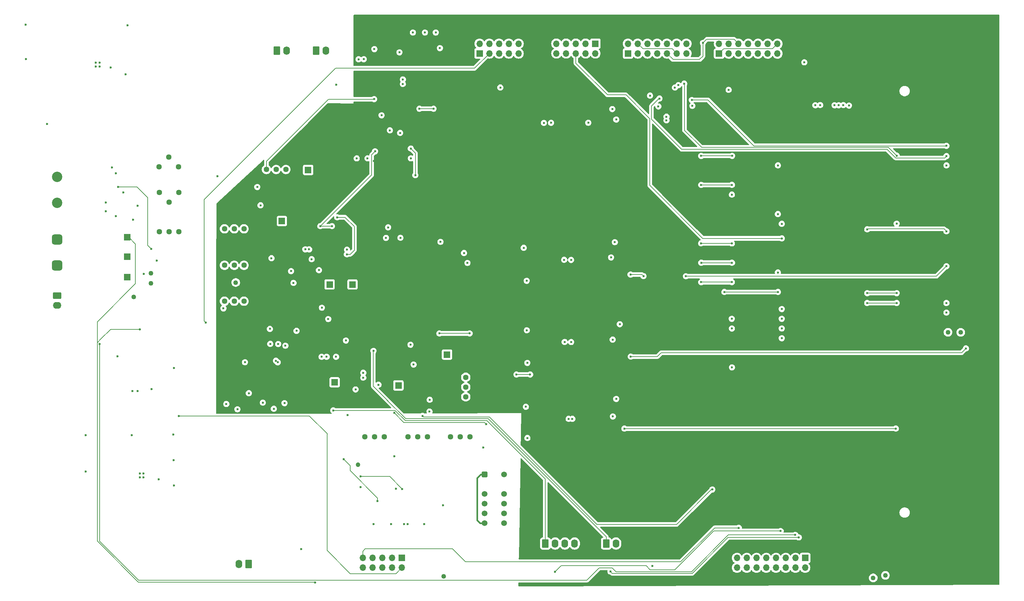
<source format=gbr>
%TF.GenerationSoftware,KiCad,Pcbnew,8.0.8*%
%TF.CreationDate,2025-03-13T09:52:43+00:00*%
%TF.ProjectId,Beehive_Monitor_main_PCB,42656568-6976-4655-9f4d-6f6e69746f72,rev?*%
%TF.SameCoordinates,Original*%
%TF.FileFunction,Copper,L3,Inr*%
%TF.FilePolarity,Positive*%
%FSLAX46Y46*%
G04 Gerber Fmt 4.6, Leading zero omitted, Abs format (unit mm)*
G04 Created by KiCad (PCBNEW 8.0.8) date 2025-03-13 09:52:43*
%MOMM*%
%LPD*%
G01*
G04 APERTURE LIST*
G04 Aperture macros list*
%AMRoundRect*
0 Rectangle with rounded corners*
0 $1 Rounding radius*
0 $2 $3 $4 $5 $6 $7 $8 $9 X,Y pos of 4 corners*
0 Add a 4 corners polygon primitive as box body*
4,1,4,$2,$3,$4,$5,$6,$7,$8,$9,$2,$3,0*
0 Add four circle primitives for the rounded corners*
1,1,$1+$1,$2,$3*
1,1,$1+$1,$4,$5*
1,1,$1+$1,$6,$7*
1,1,$1+$1,$8,$9*
0 Add four rect primitives between the rounded corners*
20,1,$1+$1,$2,$3,$4,$5,0*
20,1,$1+$1,$4,$5,$6,$7,0*
20,1,$1+$1,$6,$7,$8,$9,0*
20,1,$1+$1,$8,$9,$2,$3,0*%
G04 Aperture macros list end*
%TA.AperFunction,ComponentPad*%
%ADD10RoundRect,0.250000X-0.620000X-0.845000X0.620000X-0.845000X0.620000X0.845000X-0.620000X0.845000X0*%
%TD*%
%TA.AperFunction,ComponentPad*%
%ADD11O,1.740000X2.190000*%
%TD*%
%TA.AperFunction,ComponentPad*%
%ADD12C,1.440000*%
%TD*%
%TA.AperFunction,ComponentPad*%
%ADD13R,1.700000X1.700000*%
%TD*%
%TA.AperFunction,ComponentPad*%
%ADD14RoundRect,0.250500X-0.499500X-0.499500X0.499500X-0.499500X0.499500X0.499500X-0.499500X0.499500X0*%
%TD*%
%TA.AperFunction,ComponentPad*%
%ADD15C,1.500000*%
%TD*%
%TA.AperFunction,ComponentPad*%
%ADD16O,1.700000X1.700000*%
%TD*%
%TA.AperFunction,ComponentPad*%
%ADD17C,0.600000*%
%TD*%
%TA.AperFunction,ComponentPad*%
%ADD18RoundRect,0.675000X0.675000X-0.675000X0.675000X0.675000X-0.675000X0.675000X-0.675000X-0.675000X0*%
%TD*%
%TA.AperFunction,ComponentPad*%
%ADD19C,2.700000*%
%TD*%
%TA.AperFunction,ComponentPad*%
%ADD20RoundRect,0.250000X-0.845000X0.620000X-0.845000X-0.620000X0.845000X-0.620000X0.845000X0.620000X0*%
%TD*%
%TA.AperFunction,ComponentPad*%
%ADD21O,2.190000X1.740000*%
%TD*%
%TA.AperFunction,ComponentPad*%
%ADD22RoundRect,0.250000X0.620000X0.845000X-0.620000X0.845000X-0.620000X-0.845000X0.620000X-0.845000X0*%
%TD*%
%TA.AperFunction,ViaPad*%
%ADD23C,0.600000*%
%TD*%
%TA.AperFunction,ViaPad*%
%ADD24C,1.500000*%
%TD*%
%TA.AperFunction,ViaPad*%
%ADD25C,1.250000*%
%TD*%
%TA.AperFunction,ViaPad*%
%ADD26C,1.200000*%
%TD*%
%TA.AperFunction,Conductor*%
%ADD27C,0.200000*%
%TD*%
%TA.AperFunction,Conductor*%
%ADD28C,0.400000*%
%TD*%
G04 APERTURE END LIST*
D10*
%TO.N,5_V*%
%TO.C,PI_PWR1*%
X118300000Y-59770000D03*
D11*
%TO.N,GND*%
X120840000Y-59770000D03*
%TD*%
D12*
%TO.N,unconnected-(RV7-Pad1)*%
%TO.C,RV7*%
X120665000Y-90760000D03*
%TO.N,GND*%
X118125000Y-90760000D03*
%TO.N,Cref*%
X115585000Y-90760000D03*
%TD*%
D13*
%TO.N,LNA_MF_out*%
%TO.C,TP_4*%
X119620000Y-104200000D03*
%TD*%
%TO.N,Vt_bat_trig_MCU*%
%TO.C,TP_2*%
X79300000Y-108480000D03*
%TD*%
D14*
%TO.N,5_V*%
%TO.C,K2*%
X172530000Y-170365000D03*
D15*
%TO.N,LDR_pin_1*%
X172530000Y-175445000D03*
%TO.N,3.3_V_out*%
X172530000Y-177985000D03*
%TO.N,unconnected-(K2-NO_1-Pad5)*%
X172530000Y-180525000D03*
%TO.N,5_V*%
X172530000Y-183065000D03*
%TO.N,Net-(D8-A)*%
X177610000Y-183065000D03*
%TO.N,unconnected-(K2-NO_2-Pad8)*%
X177610000Y-180525000D03*
%TO.N,unconnected-(K2-COM_2-Pad9)*%
X177610000Y-177985000D03*
%TO.N,unconnected-(K2-NC_2-Pad10)*%
X177610000Y-175445000D03*
%TO.N,Net-(D7-A)*%
X177610000Y-170365000D03*
%TD*%
D12*
%TO.N,LNA_MR_out*%
%TO.C,RV5*%
X109730000Y-125130000D03*
%TO.N,Net-(R25-Pad1)*%
X107190000Y-125130000D03*
%TO.N,unconnected-(RV5-Pad3)*%
X104650000Y-125130000D03*
%TD*%
D13*
%TO.N,MCU_TC_add_0*%
%TO.C,TC_1_2*%
X209900000Y-60495000D03*
D16*
%TO.N,GND*%
X209900000Y-57955000D03*
%TO.N,TC_EN_1*%
X212440000Y-60495000D03*
%TO.N,MCU_TC_add_1*%
X212440000Y-57955000D03*
%TO.N,LDR_pin_1*%
X214980000Y-60495000D03*
%TO.N,TC_Sig_1*%
X214980000Y-57955000D03*
%TO.N,unconnected-(TC_1_2-Pin_7-Pad7)*%
X217520000Y-60495000D03*
%TO.N,unconnected-(TC_1_2-Pin_8-Pad8)*%
X217520000Y-57955000D03*
%TO.N,TC_Sig_1*%
X220060000Y-60495000D03*
%TO.N,LDR_pin_1*%
X220060000Y-57955000D03*
%TO.N,MCU_TC_add_1*%
X222600000Y-60495000D03*
%TO.N,TC_EN_2*%
X222600000Y-57955000D03*
%TO.N,GND*%
X225140000Y-60495000D03*
%TO.N,MCU_TC_add_0*%
X225140000Y-57955000D03*
%TD*%
D17*
%TO.N,GND*%
%TO.C,IC3*%
X71075000Y-62875000D03*
X71075000Y-63875000D03*
X72075000Y-62875000D03*
X72075000Y-63875000D03*
%TD*%
D12*
%TO.N,Net-(U5B--)*%
%TO.C,RV11*%
X168710000Y-160487500D03*
%TO.N,GND*%
X166170000Y-160487500D03*
%TO.N,unconnected-(RV11-Pad3)*%
X163630000Y-160487500D03*
%TD*%
D13*
%TO.N,Pwr_LED_Cathode*%
%TO.C,LEDs1*%
X150890000Y-192125000D03*
D16*
%TO.N,Pwr_LED_Anode*%
X150890000Y-194665000D03*
%TO.N,M_LED_1_cathode*%
X148350000Y-192125000D03*
%TO.N,5_V*%
X148350000Y-194665000D03*
%TO.N,M_LED_2_cathode*%
X145810000Y-192125000D03*
%TO.N,5_V*%
X145810000Y-194665000D03*
%TO.N,unconnected-(LEDs1-Pin_7-Pad7)*%
X143270000Y-192125000D03*
%TO.N,unconnected-(LEDs1-Pin_8-Pad8)*%
X143270000Y-194665000D03*
%TO.N,Maintainance _int*%
X140730000Y-192125000D03*
%TO.N,3.3_V_out*%
X140730000Y-194665000D03*
%TD*%
D10*
%TO.N,Front_mic_pin*%
%TO.C,mic_1_LDR1*%
X188360000Y-188360000D03*
D11*
%TO.N,GND*%
X190900000Y-188360000D03*
%TO.N,LDR_pin_1*%
X193440000Y-188360000D03*
%TO.N,LDR_pin_2*%
X195980000Y-188360000D03*
%TD*%
D10*
%TO.N,Rear_mic_pin*%
%TO.C,mic_2*%
X204230000Y-188360000D03*
D11*
%TO.N,GND*%
X206770000Y-188360000D03*
%TD*%
D12*
%TO.N,LNA_Acc_out*%
%TO.C,RV6*%
X109730000Y-106250000D03*
%TO.N,Net-(R42-Pad1)*%
X107190000Y-106250000D03*
%TO.N,unconnected-(RV6-Pad3)*%
X104650000Y-106250000D03*
%TD*%
D18*
%TO.N,12 V_in*%
%TO.C,F1*%
X61000000Y-115825000D03*
X61000000Y-109065000D03*
D19*
%TO.N,Net-(Q9-D)*%
X61000000Y-99475000D03*
X61000000Y-92715000D03*
%TD*%
D12*
%TO.N,unconnected-(RV8-Pad1)*%
%TO.C,RV8*%
X167585000Y-150077500D03*
%TO.N,GND*%
X167585000Y-147537500D03*
%TO.N,Cref2*%
X167585000Y-144997500D03*
%TD*%
D13*
%TO.N,240_Hz_out_MCU*%
%TO.C,PI_IN1*%
X171195000Y-60495000D03*
D16*
%TO.N,PI_MOSI*%
X171195000Y-57955000D03*
%TO.N,PI_LED_IN*%
X173735000Y-60495000D03*
%TO.N,PI_SCLK*%
X173735000Y-57955000D03*
%TO.N,Vt_bat_trig_MCU*%
X176275000Y-60495000D03*
%TO.N,PI_MISO*%
X176275000Y-57955000D03*
%TO.N,LDR_TRIG_out_MCU*%
X178815000Y-60495000D03*
%TO.N,PI_CS*%
X178815000Y-57955000D03*
%TO.N,6.11_kHz_out_MCU*%
X181355000Y-60495000D03*
%TO.N,Maintainance _int*%
X181355000Y-57955000D03*
%TD*%
D20*
%TO.N,12 V_in*%
%TO.C,12_V_PWR2*%
X60975000Y-123680000D03*
D21*
%TO.N,GND*%
X60975000Y-126220000D03*
%TD*%
D13*
%TO.N,Cref2*%
%TO.C,TP_9*%
X162700000Y-139060000D03*
%TD*%
%TO.N,LNA_MR_out*%
%TO.C,TP_5*%
X132070000Y-120770000D03*
%TD*%
%TO.N,Ven*%
%TO.C,TP_1*%
X79290000Y-113510000D03*
%TD*%
D12*
%TO.N,LDR_pin_2*%
%TO.C,RV9*%
X157575000Y-160487500D03*
%TO.N,GND*%
X155035000Y-160487500D03*
%TO.N,unconnected-(RV9-Pad3)*%
X152495000Y-160487500D03*
%TD*%
D22*
%TO.N,3.3_V_out*%
%TO.C,3.3_V_PWR1*%
X110970000Y-193710000D03*
D11*
%TO.N,GND*%
X108430000Y-193710000D03*
%TD*%
D13*
%TO.N,LDR_out_MCU*%
%TO.C,TP_10*%
X133380000Y-146310000D03*
%TD*%
D12*
%TO.N,Net-(IC10-RG_1)*%
%TO.C,RV10*%
X141225000Y-160487500D03*
%TO.N,Net-(IC10-RG_2)*%
X143765000Y-160487500D03*
%TO.N,unconnected-(RV10-Pad3)*%
X146305000Y-160487500D03*
%TD*%
%TO.N,LNA_MF_out*%
%TO.C,RV4*%
X109730000Y-115770000D03*
%TO.N,Net-(R23-Pad1)*%
X107190000Y-115770000D03*
%TO.N,unconnected-(RV4-Pad3)*%
X104650000Y-115770000D03*
%TD*%
%TO.N,unconnected-(RV2-Pad1)*%
%TO.C,RV2*%
X92710000Y-96770000D03*
%TO.N,GND*%
X90170000Y-99310000D03*
%TO.N,Net-(IC1-+INB)*%
X87630000Y-96770000D03*
%TD*%
%TO.N,unconnected-(RV1-Pad1)*%
%TO.C,RV1*%
X87610000Y-90090000D03*
%TO.N,GND*%
X90150000Y-87550000D03*
%TO.N,Net-(IC1-+INA)*%
X92690000Y-90090000D03*
%TD*%
D13*
%TO.N,LNA_Acc_out*%
%TO.C,TP_6*%
X138040000Y-120770000D03*
%TD*%
D12*
%TO.N,Net-(IC2-RG_2)*%
%TO.C,RV3*%
X92740000Y-107000000D03*
%TO.N,Net-(IC2-RG_1)*%
X90200000Y-107000000D03*
%TO.N,unconnected-(RV3-Pad3)*%
X87660000Y-107000000D03*
%TD*%
D13*
%TO.N,Vcharge_MCU*%
%TO.C,TP_3*%
X79260000Y-118820000D03*
%TD*%
%TO.N,Cref*%
%TO.C,TP_8*%
X126475000Y-90900000D03*
%TD*%
D10*
%TO.N,5_V*%
%TO.C,5_V_PWR1*%
X128580000Y-59770000D03*
D11*
%TO.N,GND*%
X131120000Y-59770000D03*
%TD*%
D13*
%TO.N,unconnected-(Accelerometer1-Pin_1-Pad1)*%
%TO.C,Accelerometer1*%
X201395000Y-57945000D03*
D16*
%TO.N,unconnected-(Accelerometer1-Pin_2-Pad2)*%
X201395000Y-60485000D03*
%TO.N,Acc_sig_in*%
X198855000Y-57945000D03*
%TO.N,LDR_pin_1*%
X198855000Y-60485000D03*
%TO.N,GND*%
X196315000Y-57945000D03*
%TO.N,Acc_tmp*%
X196315000Y-60485000D03*
%TO.N,unconnected-(Accelerometer1-Pin_7-Pad7)*%
X193775000Y-57945000D03*
%TO.N,unconnected-(Accelerometer1-Pin_8-Pad8)*%
X193775000Y-60485000D03*
%TO.N,unconnected-(Accelerometer1-Pin_9-Pad9)*%
X191235000Y-57945000D03*
%TO.N,unconnected-(Accelerometer1-Pin_10-Pad10)*%
X191235000Y-60485000D03*
%TD*%
D13*
%TO.N,LDR_pin_2*%
%TO.C,TP_7*%
X150025000Y-147117500D03*
%TD*%
%TO.N,MCU_TC_add_0*%
%TO.C,TC_3_4*%
X233660000Y-60510000D03*
D16*
%TO.N,GND*%
X233660000Y-57970000D03*
%TO.N,TC_EN_3*%
X236200000Y-60510000D03*
%TO.N,MCU_TC_add_1*%
X236200000Y-57970000D03*
%TO.N,LDR_pin_1*%
X238740000Y-60510000D03*
%TO.N,TC_Sig_1*%
X238740000Y-57970000D03*
%TO.N,unconnected-(TC_3_4-Pin_7-Pad7)*%
X241280000Y-60510000D03*
%TO.N,unconnected-(TC_3_4-Pin_8-Pad8)*%
X241280000Y-57970000D03*
%TO.N,TC_Sig_1*%
X243820000Y-60510000D03*
%TO.N,LDR_pin_1*%
X243820000Y-57970000D03*
%TO.N,MCU_TC_add_1*%
X246360000Y-60510000D03*
%TO.N,TC_EN_4*%
X246360000Y-57970000D03*
%TO.N,GND*%
X248900000Y-60510000D03*
%TO.N,MCU_TC_add_0*%
X248900000Y-57970000D03*
%TD*%
D13*
%TO.N,BTN_3*%
%TO.C,LCD_BTNs1*%
X256120000Y-192130000D03*
D16*
%TO.N,LCD_B{slash}light*%
X256120000Y-194670000D03*
%TO.N,BTN_2*%
X253580000Y-192130000D03*
%TO.N,LDR_pin_1*%
X253580000Y-194670000D03*
%TO.N,BTN_1*%
X251040000Y-192130000D03*
%TO.N,LDR_pin_1*%
X251040000Y-194670000D03*
%TO.N,D_7*%
X248500000Y-192130000D03*
%TO.N,LDR_pin_1*%
X248500000Y-194670000D03*
%TO.N,D_6*%
X245960000Y-192130000D03*
%TO.N,LDR_pin_1*%
X245960000Y-194670000D03*
%TO.N,D_5*%
X243420000Y-192130000D03*
%TO.N,EN*%
X243420000Y-194670000D03*
%TO.N,D_4*%
X240880000Y-192130000D03*
%TO.N,RS*%
X240880000Y-194670000D03*
%TO.N,RW*%
X238340000Y-192130000D03*
%TO.N,GND*%
X238340000Y-194670000D03*
%TD*%
D17*
%TO.N,GND*%
%TO.C,IC5*%
X82550000Y-170100000D03*
X82550000Y-171100000D03*
X83550000Y-170100000D03*
X83550000Y-171100000D03*
%TD*%
D23*
%TO.N,GND*%
X207765000Y-131140000D03*
X75300000Y-90275000D03*
X206850000Y-77745907D03*
X83564666Y-117980000D03*
X91500000Y-173175000D03*
X205815000Y-75005907D03*
X205505000Y-113722500D03*
X193255000Y-114352500D03*
X102775000Y-92525000D03*
X131290000Y-139640000D03*
X153985000Y-141667500D03*
X237020000Y-142400000D03*
X151185000Y-67282500D03*
X199555000Y-78570907D03*
X147790000Y-80550000D03*
X249010000Y-117650000D03*
X161685000Y-178365000D03*
X139630000Y-62030000D03*
X237010000Y-97330000D03*
X150470000Y-81230000D03*
X91350000Y-166600000D03*
X206472499Y-109732500D03*
X183492499Y-119822500D03*
X292980000Y-125600000D03*
X152445000Y-183310000D03*
X182707500Y-111212500D03*
X108025000Y-153335000D03*
X116910000Y-113910000D03*
X76709448Y-139520000D03*
X139132500Y-87870000D03*
X73690000Y-99390000D03*
X125730000Y-111610000D03*
X167126250Y-112572500D03*
X91445000Y-142570000D03*
X114040000Y-100120000D03*
X80650552Y-148564448D03*
X91275000Y-159925000D03*
X68425000Y-160075000D03*
X146766250Y-108617500D03*
X58375000Y-78900000D03*
X120533750Y-136736250D03*
X144815000Y-146932500D03*
X249000000Y-102410000D03*
X118653750Y-136306250D03*
X206840000Y-150640000D03*
X120300000Y-151735000D03*
X205905000Y-135162500D03*
X124650000Y-189825000D03*
X148120000Y-183310000D03*
X52875000Y-61925000D03*
X153790000Y-55032500D03*
X156930000Y-55032500D03*
X249020000Y-89710000D03*
X136610000Y-111705000D03*
X133840000Y-68690000D03*
X78875000Y-65925000D03*
X145630000Y-76640000D03*
X193385000Y-135782500D03*
X176602500Y-69373407D03*
X117525000Y-153210000D03*
X52750000Y-52975000D03*
X168021250Y-115152500D03*
X151470000Y-183310000D03*
X183670000Y-160830000D03*
X143520000Y-183310000D03*
X116583750Y-136276250D03*
X149395000Y-174085000D03*
X217830000Y-74330000D03*
X183257500Y-152680000D03*
X160986250Y-109640000D03*
X150305000Y-60217500D03*
X183655000Y-141240000D03*
X111000000Y-149135000D03*
X156770000Y-183310000D03*
X136735000Y-154847500D03*
X123440000Y-132870000D03*
X82027500Y-100222500D03*
X80425000Y-160075000D03*
X187980000Y-78625907D03*
X292980000Y-128100000D03*
X130060000Y-126830000D03*
X140855000Y-143807500D03*
X148970000Y-165635000D03*
X159762500Y-55032500D03*
X158125000Y-153917500D03*
X153260000Y-87870000D03*
X219950000Y-77960000D03*
X79325000Y-53175000D03*
X147341250Y-105882500D03*
X205960000Y-155210000D03*
X143750000Y-59360000D03*
X73680000Y-101690000D03*
X68450000Y-169600000D03*
X105125000Y-151960000D03*
X122020000Y-117290000D03*
X133740000Y-139640000D03*
X87010000Y-114580000D03*
X110000000Y-141060000D03*
X292990000Y-89700000D03*
X140150000Y-173650000D03*
X183515000Y-132730000D03*
X279990000Y-104910000D03*
X194430000Y-155840000D03*
X129980000Y-139640000D03*
X114650000Y-151610000D03*
%TO.N,Vref*%
X183207500Y-146400000D03*
D24*
X111115000Y-150850000D03*
D23*
X182697500Y-105472500D03*
X160986250Y-108040000D03*
X129590000Y-76830000D03*
X144681250Y-121482500D03*
X185755000Y-127940000D03*
X175680000Y-98015907D03*
X144521250Y-118462500D03*
X143990000Y-100740000D03*
X213755000Y-131100000D03*
X196740000Y-96505907D03*
X103430000Y-111420000D03*
X213090000Y-150640000D03*
X157191250Y-131902500D03*
X205652500Y-96575907D03*
X205205000Y-99295907D03*
X183625000Y-135260000D03*
X183492499Y-113632500D03*
X143655000Y-88592500D03*
X161660000Y-93870000D03*
X130160000Y-92490000D03*
X190670000Y-80105907D03*
X160986250Y-111270000D03*
X175780000Y-85045907D03*
X158710000Y-88300000D03*
X151426250Y-110220000D03*
X212762499Y-109702500D03*
X136610000Y-110360000D03*
X183670000Y-154790000D03*
D25*
%TO.N,3.3_V_out*%
X293380000Y-133240000D03*
X161850000Y-196950000D03*
X273880000Y-197320000D03*
D23*
%TO.N,LDR_pin_1*%
X141970000Y-87870000D03*
X189835000Y-78600907D03*
X113205000Y-95350000D03*
X140970000Y-62000000D03*
X264860000Y-74020000D03*
X118525000Y-141080000D03*
X116488750Y-132360000D03*
X195062499Y-114372500D03*
D25*
X107580000Y-120260000D03*
D23*
X153175000Y-136495000D03*
X219950000Y-77000000D03*
X195390000Y-155840000D03*
X80760000Y-103880000D03*
X136335000Y-135400000D03*
X138845000Y-148157500D03*
X160842500Y-59112500D03*
X118085000Y-140670000D03*
X195075000Y-135790000D03*
X150551250Y-108610000D03*
X131712500Y-129800000D03*
X140855000Y-145077500D03*
X158185000Y-150857500D03*
X172140000Y-163270000D03*
D25*
X85446290Y-117846471D03*
D23*
X126730000Y-111620000D03*
X151175000Y-68472500D03*
D25*
X85440000Y-120446471D03*
D23*
%TO.N,Rear_mic_pin*%
X143520000Y-138110000D03*
%TO.N,Front_mic_pin*%
X104380000Y-127010000D03*
X133031371Y-153627500D03*
%TO.N,IC7_outA*%
X136570000Y-112910000D03*
X134050000Y-103240000D03*
%TO.N,Net-(U1D--)*%
X153250000Y-85320000D03*
X154430000Y-92250000D03*
%TO.N,Acc_AA_out_to_MCU*%
X210635000Y-139592500D03*
X298075000Y-137455000D03*
D26*
%TO.N,5_V*%
X139457500Y-167797500D03*
D25*
X277060000Y-196670000D03*
X296710000Y-133270000D03*
X80990000Y-124040000D03*
D23*
%TO.N,Net-(L3-THRESHOLD)*%
X81975552Y-148579448D03*
X85650552Y-148079448D03*
%TO.N,Mic_F_AA_out_to_MCU*%
X210565000Y-118182500D03*
X225020000Y-118620000D03*
X213950000Y-118600000D03*
X292980000Y-116010000D03*
%TO.N,Mic_R_AA_out_to_MCU*%
X279770000Y-158370000D03*
X208970000Y-158380000D03*
%TO.N,Pwr_LED_Anode*%
X92760000Y-155070000D03*
%TO.N,Net-(IC1-+INB)*%
X78220000Y-96800000D03*
%TO.N,Ven*%
X87475000Y-171650000D03*
X76310000Y-102910000D03*
X74925000Y-64175000D03*
X76310000Y-91730000D03*
%TO.N,Vt_bat_trig_MCU*%
X237010000Y-132260000D03*
X82600552Y-132474448D03*
X128320000Y-198520000D03*
X216280000Y-194220000D03*
%TO.N,Vtest*%
X76910000Y-95340000D03*
X85540000Y-111460000D03*
%TO.N,Vcharge_MCU*%
X253540000Y-186120000D03*
X72090000Y-136300000D03*
%TO.N,LNA_MR_out*%
X168600000Y-133550000D03*
X129290000Y-117040000D03*
X160720000Y-133550000D03*
%TO.N,LNA_MF_out*%
X129650000Y-105560000D03*
X132690000Y-105560000D03*
X143925000Y-86032500D03*
%TO.N,Net-(IC8--IN_B)*%
X127380000Y-114180000D03*
X122660000Y-120370000D03*
%TO.N,Relay_close*%
X140195000Y-170885000D03*
X151001985Y-174153015D03*
%TO.N,LDR_out_MCU*%
X205340000Y-195660000D03*
X254470000Y-186760000D03*
X148955000Y-154287500D03*
X172900000Y-157210000D03*
%TO.N,TC_EN_1*%
X215660000Y-71500000D03*
%TO.N,MCU_TC_add_2*%
X292980000Y-87280000D03*
X218110000Y-72260000D03*
%TO.N,MCU_TC_add_3*%
X226560000Y-72651178D03*
X292980000Y-84610000D03*
%TO.N,TC_EN_3*%
X222150000Y-69400000D03*
%TO.N,TC_EN_4*%
X236170000Y-70000000D03*
X226700000Y-74160000D03*
%TO.N,TC_EN_2*%
X223060000Y-68780000D03*
%TO.N,SD__detect*%
X250020000Y-104950000D03*
X258770000Y-74010000D03*
X255900000Y-62810000D03*
%TO.N,MCU_TC_add_1*%
X279990000Y-123040000D03*
X272320000Y-123030000D03*
%TO.N,MCU_TC_add_0*%
X279990000Y-125600000D03*
X272320000Y-125600000D03*
%TO.N,SD_CS*%
X250030000Y-134800000D03*
X267570000Y-74100000D03*
%TO.N,SD_MISO*%
X260060000Y-73980000D03*
X250020000Y-127180000D03*
%TO.N,SD_SCLK*%
X250020000Y-129720000D03*
X263800000Y-74010000D03*
%TO.N,6.11_kHz_AA_out_MCU*%
X224580000Y-68380000D03*
X279990000Y-87160000D03*
%TO.N,LDR_TRIG_out_MCU*%
X156315000Y-155057500D03*
X231900000Y-174260000D03*
X236990000Y-129720000D03*
%TO.N,Acc_420_Hz_out_MCU*%
X180810000Y-144260000D03*
X184390000Y-144260000D03*
%TO.N,SD_MOSI*%
X266090000Y-73980000D03*
X250030000Y-132250000D03*
%TO.N,TC_Sig_1*%
X229460000Y-57760000D03*
X272320000Y-106390000D03*
X292980000Y-106890000D03*
%TO.N,MCU_LED_IN*%
X190890000Y-195710000D03*
X249740000Y-185110000D03*
%TO.N,Maintainance _int*%
X249010000Y-122730000D03*
X238820000Y-184270000D03*
X235060000Y-122730000D03*
%TO.N,PI_LED_IN*%
X135750000Y-166370000D03*
X99760000Y-130700000D03*
X144570000Y-177285000D03*
%TO.N,Cref*%
X143695000Y-72420000D03*
%TO.N,Net-(U2B-+)*%
X159190000Y-74920000D03*
X155510000Y-74920000D03*
%TO.N,Acc_tmp*%
X250040000Y-108750000D03*
%TO.N,Net-(J4-Pin_29)*%
X229010000Y-87230000D03*
X237070000Y-87220000D03*
%TO.N,Net-(J4-Pin_3)*%
X237010000Y-120170000D03*
X229010000Y-120170000D03*
%TO.N,Net-(J4-Pin_11)*%
X237010000Y-110050000D03*
X228980000Y-110030000D03*
%TO.N,Net-(J4-Pin_23)*%
X237020000Y-94790000D03*
X229010000Y-94800000D03*
%TO.N,Net-(J4-Pin_7)*%
X229020000Y-115100000D03*
X237040000Y-115100000D03*
%TD*%
D27*
%TO.N,Rear_mic_pin*%
X151945000Y-155807500D02*
X173467500Y-155807500D01*
X204230000Y-186570000D02*
X204230000Y-188360000D01*
X143520000Y-138110000D02*
X143480000Y-138150000D01*
X147045000Y-150907500D02*
X151945000Y-155807500D01*
X143480000Y-138150000D02*
X143480000Y-147342500D01*
X204230000Y-188360000D02*
X204210000Y-188380000D01*
X143480000Y-147342500D02*
X147348750Y-151211250D01*
X173467500Y-155807500D02*
X204230000Y-186570000D01*
%TO.N,Front_mic_pin*%
X173107500Y-156287500D02*
X151803529Y-156287500D01*
X188360000Y-188360000D02*
X188360000Y-171540000D01*
X188360000Y-171540000D02*
X173107500Y-156287500D01*
X149143529Y-153627500D02*
X133031371Y-153627500D01*
X151803529Y-156287500D02*
X149143529Y-153627500D01*
%TO.N,IC7_outA*%
X138510000Y-111820000D02*
X137430000Y-112900000D01*
X137430000Y-112900000D02*
X136580000Y-112900000D01*
X138510000Y-105630000D02*
X138510000Y-111820000D01*
X136120000Y-103240000D02*
X138510000Y-105630000D01*
X136580000Y-112900000D02*
X136570000Y-112910000D01*
X134050000Y-103240000D02*
X136120000Y-103240000D01*
%TO.N,Net-(U1D--)*%
X154430000Y-86500000D02*
X153250000Y-85320000D01*
X154430000Y-92250000D02*
X154430000Y-86500000D01*
%TO.N,Acc_AA_out_to_MCU*%
X210635000Y-139592500D02*
X214160000Y-139592500D01*
X218540000Y-138610000D02*
X217557500Y-139592500D01*
X217557500Y-139592500D02*
X214160000Y-139592500D01*
X298075000Y-137455000D02*
X296920000Y-138610000D01*
X296920000Y-138610000D02*
X218540000Y-138610000D01*
D28*
%TO.N,5_V*%
X171295000Y-183065000D02*
X170545000Y-182315000D01*
X171455000Y-170365000D02*
X172530000Y-170365000D01*
X170545000Y-182315000D02*
X170545000Y-171275000D01*
X170545000Y-171275000D02*
X171455000Y-170365000D01*
X172530000Y-183065000D02*
X171295000Y-183065000D01*
D27*
%TO.N,Mic_F_AA_out_to_MCU*%
X225040000Y-118640000D02*
X290360000Y-118640000D01*
X290360000Y-118640000D02*
X292980000Y-116020000D01*
X225020000Y-118620000D02*
X225040000Y-118640000D01*
X210565000Y-118182500D02*
X213522500Y-118182500D01*
X213940000Y-118600000D02*
X213950000Y-118600000D01*
X292980000Y-116020000D02*
X292980000Y-116010000D01*
X213522500Y-118182500D02*
X213940000Y-118600000D01*
%TO.N,Mic_R_AA_out_to_MCU*%
X279770000Y-158370000D02*
X208980000Y-158370000D01*
X208980000Y-158370000D02*
X208970000Y-158380000D01*
%TO.N,Pwr_LED_Anode*%
X131412500Y-173160000D02*
X131412500Y-159712500D01*
X126800000Y-155100000D02*
X131475000Y-159775000D01*
X92790000Y-155100000D02*
X92760000Y-155070000D01*
X131420000Y-190190000D02*
X131420000Y-190070000D01*
X131412500Y-190062500D02*
X131412500Y-173160000D01*
X149345000Y-196210000D02*
X137440000Y-196210000D01*
X150890000Y-194665000D02*
X149345000Y-196210000D01*
X126800000Y-155100000D02*
X126700000Y-155100000D01*
X137440000Y-196210000D02*
X131420000Y-190190000D01*
X126700000Y-155100000D02*
X92790000Y-155100000D01*
X131420000Y-190070000D02*
X131412500Y-190062500D01*
%TO.N,Vt_bat_trig_MCU*%
X79670000Y-108480000D02*
X81430000Y-110240000D01*
X71450000Y-135960000D02*
X72430000Y-134980000D01*
X74935552Y-132474448D02*
X72430000Y-134980000D01*
X71450000Y-187730000D02*
X82190000Y-198470000D01*
X82600552Y-132474448D02*
X74935552Y-132474448D01*
X81430000Y-120560000D02*
X71450000Y-130540000D01*
X79300000Y-108480000D02*
X79670000Y-108480000D01*
D28*
X128320000Y-198470000D02*
X128320000Y-198520000D01*
D27*
X82190000Y-198470000D02*
X128320000Y-198470000D01*
X71450000Y-130540000D02*
X71450000Y-135960000D01*
X81430000Y-110240000D02*
X81430000Y-120560000D01*
X71450000Y-135960000D02*
X71450000Y-187730000D01*
%TO.N,Vtest*%
X84650000Y-98150000D02*
X81840000Y-95340000D01*
X84650000Y-110570000D02*
X84650000Y-98150000D01*
X85540000Y-111460000D02*
X84650000Y-110570000D01*
X81840000Y-95340000D02*
X76910000Y-95340000D01*
%TO.N,Vcharge_MCU*%
X205780000Y-194710000D02*
X206780000Y-195710000D01*
X226494314Y-195710000D02*
X236084314Y-186120000D01*
X236084314Y-186120000D02*
X253540000Y-186120000D01*
X82205686Y-197920000D02*
X199190000Y-197920000D01*
X206780000Y-195710000D02*
X226494314Y-195710000D01*
X202400000Y-194710000D02*
X205780000Y-194710000D01*
X72090000Y-136300000D02*
X72090000Y-187804314D01*
X72090000Y-187804314D02*
X82205686Y-197920000D01*
X199190000Y-197920000D02*
X202400000Y-194710000D01*
%TO.N,LNA_MR_out*%
X160720000Y-133550000D02*
X168440000Y-133550000D01*
X168550000Y-133500000D02*
X168600000Y-133550000D01*
X168440000Y-133550000D02*
X168550000Y-133440000D01*
X168550000Y-133440000D02*
X168550000Y-133500000D01*
%TO.N,LNA_MF_out*%
X143055000Y-86902500D02*
X143055000Y-92155000D01*
X143055000Y-92155000D02*
X129650000Y-105560000D01*
X129650000Y-105560000D02*
X132690000Y-105560000D01*
X143925000Y-86032500D02*
X143055000Y-86902500D01*
%TO.N,Relay_close*%
X147733970Y-170885000D02*
X140195000Y-170885000D01*
X151001985Y-174153015D02*
X147733970Y-170885000D01*
%TO.N,LDR_out_MCU*%
X151455000Y-156787500D02*
X168397500Y-156787500D01*
X205800000Y-196120000D02*
X226650000Y-196120000D01*
X205340000Y-195660000D02*
X205800000Y-196120000D01*
X226650000Y-196120000D02*
X236010000Y-186760000D01*
X172477500Y-156787500D02*
X172900000Y-157210000D01*
X148955000Y-154287500D02*
X151455000Y-156787500D01*
X168397500Y-156787500D02*
X172477500Y-156787500D01*
X236010000Y-186760000D02*
X254470000Y-186760000D01*
%TO.N,MCU_TC_add_2*%
X293030000Y-87280000D02*
X292550000Y-87760000D01*
X279741471Y-87760000D02*
X277491471Y-85510000D01*
X217980000Y-72260000D02*
X218110000Y-72260000D01*
X292550000Y-87760000D02*
X279741471Y-87760000D01*
X223930000Y-85510000D02*
X216030000Y-77610000D01*
X277491471Y-85510000D02*
X223930000Y-85510000D01*
X216030000Y-74210000D02*
X217980000Y-72260000D01*
X216030000Y-77610000D02*
X216030000Y-74210000D01*
%TO.N,MCU_TC_add_3*%
X226571178Y-72640000D02*
X226560000Y-72651178D01*
X242760000Y-84620000D02*
X230780000Y-72640000D01*
X293010000Y-84620000D02*
X242760000Y-84620000D01*
X230780000Y-72640000D02*
X226571178Y-72640000D01*
X293020000Y-84610000D02*
X293010000Y-84620000D01*
%TO.N,MCU_TC_add_1*%
X213775000Y-59290000D02*
X221395000Y-59290000D01*
X279810000Y-123030000D02*
X272320000Y-123030000D01*
X221395000Y-59290000D02*
X222600000Y-60495000D01*
X212440000Y-57955000D02*
X213775000Y-59290000D01*
X279820000Y-123040000D02*
X279810000Y-123030000D01*
%TO.N,MCU_TC_add_0*%
X247600000Y-59270000D02*
X248900000Y-57970000D01*
X279830000Y-125600000D02*
X272320000Y-125600000D01*
X233660000Y-60510000D02*
X234900000Y-59270000D01*
X234900000Y-59270000D02*
X247600000Y-59270000D01*
%TO.N,6.11_kHz_AA_out_MCU*%
X229110000Y-85020000D02*
X277850000Y-85020000D01*
X224640000Y-68440000D02*
X224640000Y-80550000D01*
X224640000Y-80550000D02*
X229110000Y-85020000D01*
X277850000Y-85020000D02*
X279990000Y-87160000D01*
X224580000Y-68380000D02*
X224640000Y-68440000D01*
%TO.N,LDR_TRIG_out_MCU*%
X156575000Y-155317500D02*
X173747500Y-155317500D01*
X201810000Y-183380000D02*
X222590000Y-183380000D01*
X231710000Y-174260000D02*
X231900000Y-174260000D01*
X222590000Y-183380000D02*
X231710000Y-174260000D01*
X156315000Y-155057500D02*
X156575000Y-155317500D01*
X173747500Y-155317500D02*
X201810000Y-183380000D01*
%TO.N,Acc_420_Hz_out_MCU*%
X180810000Y-144260000D02*
X184390000Y-144260000D01*
%TO.N,TC_Sig_1*%
X221645000Y-62080000D02*
X228580000Y-62080000D01*
X228580000Y-62080000D02*
X229460000Y-61200000D01*
X272430000Y-106280000D02*
X291400000Y-106280000D01*
X237590000Y-56820000D02*
X238740000Y-57970000D01*
X230400000Y-56820000D02*
X237590000Y-56820000D01*
X229460000Y-57760000D02*
X230400000Y-56820000D01*
X220060000Y-60495000D02*
X221645000Y-62080000D01*
X292370000Y-106280000D02*
X292980000Y-106890000D01*
X229460000Y-61200000D02*
X229460000Y-57760000D01*
X291400000Y-106280000D02*
X292370000Y-106280000D01*
X272320000Y-106390000D02*
X272430000Y-106280000D01*
%TO.N,MCU_LED_IN*%
X192450000Y-194150000D02*
X214650000Y-194150000D01*
X232230000Y-185110000D02*
X249740000Y-185110000D01*
X215700000Y-195200000D02*
X222140000Y-195200000D01*
X222140000Y-195200000D02*
X232230000Y-185110000D01*
X214650000Y-194150000D02*
X215700000Y-195200000D01*
X190890000Y-195710000D02*
X192450000Y-194150000D01*
%TO.N,Maintainance _int*%
X249010000Y-122730000D02*
X235060000Y-122730000D01*
X167500000Y-193120000D02*
X174170000Y-193120000D01*
X141370000Y-189740000D02*
X141380000Y-189730000D01*
X164110000Y-189730000D02*
X167500000Y-193120000D01*
X232504314Y-184270000D02*
X238820000Y-184270000D01*
X174170000Y-193120000D02*
X223654314Y-193120000D01*
X140730000Y-192125000D02*
X140730000Y-190380000D01*
X141380000Y-189730000D02*
X164110000Y-189730000D01*
X140730000Y-190380000D02*
X141370000Y-189740000D01*
X223654314Y-193120000D02*
X232504314Y-184270000D01*
%TO.N,PI_LED_IN*%
X99370000Y-127104314D02*
X99370000Y-130310000D01*
X169855000Y-64375000D02*
X173735000Y-60495000D01*
X135750000Y-166370000D02*
X137412500Y-168032500D01*
X144570000Y-176520000D02*
X137412500Y-169362500D01*
X99370000Y-127104314D02*
X99370000Y-98630000D01*
X133625000Y-64375000D02*
X169855000Y-64375000D01*
X137412500Y-169362500D02*
X137412500Y-168610000D01*
X99370000Y-130310000D02*
X99760000Y-130700000D01*
X137412500Y-168032500D02*
X137412500Y-168610000D01*
X99370000Y-98630000D02*
X133625000Y-64375000D01*
X144570000Y-177285000D02*
X144570000Y-176520000D01*
%TO.N,Cref*%
X143750000Y-72475000D02*
X143595000Y-72320000D01*
X143685000Y-72430000D02*
X131750000Y-72430000D01*
X131750000Y-72430000D02*
X115585000Y-88595000D01*
X143695000Y-72420000D02*
X143685000Y-72430000D01*
X115585000Y-88595000D02*
X115585000Y-90760000D01*
%TO.N,Net-(U2B-+)*%
X159190000Y-74920000D02*
X155510000Y-74920000D01*
%TO.N,Acc_tmp*%
X229420000Y-108750000D02*
X250040000Y-108750000D01*
X209380000Y-71300000D02*
X215600000Y-77520000D01*
X215600000Y-94930000D02*
X229420000Y-108750000D01*
X196315000Y-63025000D02*
X204590000Y-71300000D01*
X215600000Y-77520000D02*
X215600000Y-94930000D01*
X204590000Y-71300000D02*
X209380000Y-71300000D01*
X196315000Y-60485000D02*
X196315000Y-63025000D01*
%TO.N,Net-(J4-Pin_29)*%
X237060000Y-87230000D02*
X237070000Y-87220000D01*
X229010000Y-87230000D02*
X237060000Y-87230000D01*
%TO.N,Net-(J4-Pin_3)*%
X229010000Y-120170000D02*
X237010000Y-120170000D01*
%TO.N,Net-(J4-Pin_11)*%
X236990000Y-110030000D02*
X237010000Y-110050000D01*
X228980000Y-110030000D02*
X236990000Y-110030000D01*
%TO.N,Net-(J4-Pin_23)*%
X237010000Y-94800000D02*
X237020000Y-94790000D01*
X229010000Y-94800000D02*
X237010000Y-94800000D01*
%TO.N,Net-(J4-Pin_7)*%
X229020000Y-115100000D02*
X237040000Y-115100000D01*
%TD*%
%TA.AperFunction,Conductor*%
%TO.N,Vref*%
G36*
X306732539Y-50420185D02*
G01*
X306778294Y-50472989D01*
X306789500Y-50524500D01*
X306789500Y-199018135D01*
X306769815Y-199085174D01*
X306717011Y-199130929D01*
X306665894Y-199142134D01*
X186184308Y-199524499D01*
X186183914Y-199524500D01*
X181426364Y-199524500D01*
X181359325Y-199504815D01*
X181313570Y-199452011D01*
X181302382Y-199398414D01*
X181315099Y-198642414D01*
X181335908Y-198575716D01*
X181389474Y-198530855D01*
X181439081Y-198520500D01*
X199103331Y-198520500D01*
X199103347Y-198520501D01*
X199110943Y-198520501D01*
X199269054Y-198520501D01*
X199269057Y-198520501D01*
X199421785Y-198479577D01*
X199471904Y-198450639D01*
X199558716Y-198400520D01*
X199670520Y-198288716D01*
X199670520Y-198288714D01*
X199680728Y-198278507D01*
X199680729Y-198278504D01*
X200639235Y-197319999D01*
X272749678Y-197319999D01*
X272749678Y-197320000D01*
X272768923Y-197527691D01*
X272768923Y-197527693D01*
X272768924Y-197527696D01*
X272781534Y-197572014D01*
X272826007Y-197728322D01*
X272859458Y-197795500D01*
X272918981Y-197915038D01*
X273044682Y-198081493D01*
X273198829Y-198222016D01*
X273376172Y-198331823D01*
X273570673Y-198407173D01*
X273775707Y-198445500D01*
X273775710Y-198445500D01*
X273984290Y-198445500D01*
X273984293Y-198445500D01*
X274189327Y-198407173D01*
X274383828Y-198331823D01*
X274561171Y-198222016D01*
X274715318Y-198081493D01*
X274841019Y-197915038D01*
X274933994Y-197728319D01*
X274991076Y-197527696D01*
X275010322Y-197320000D01*
X274991076Y-197112304D01*
X274933994Y-196911681D01*
X274841019Y-196724962D01*
X274799513Y-196669999D01*
X275929678Y-196669999D01*
X275929678Y-196670000D01*
X275948923Y-196877691D01*
X275948923Y-196877693D01*
X275948924Y-196877696D01*
X276006006Y-197078319D01*
X276006007Y-197078322D01*
X276045531Y-197157696D01*
X276098981Y-197265038D01*
X276224682Y-197431493D01*
X276378829Y-197572016D01*
X276556172Y-197681823D01*
X276750673Y-197757173D01*
X276955707Y-197795500D01*
X276955710Y-197795500D01*
X277164290Y-197795500D01*
X277164293Y-197795500D01*
X277369327Y-197757173D01*
X277563828Y-197681823D01*
X277741171Y-197572016D01*
X277895318Y-197431493D01*
X278021019Y-197265038D01*
X278113994Y-197078319D01*
X278171076Y-196877696D01*
X278190322Y-196670000D01*
X278171076Y-196462304D01*
X278113994Y-196261681D01*
X278021019Y-196074962D01*
X277895318Y-195908507D01*
X277874199Y-195889255D01*
X277741172Y-195767985D01*
X277741171Y-195767984D01*
X277563828Y-195658177D01*
X277563827Y-195658176D01*
X277421609Y-195603081D01*
X277369327Y-195582827D01*
X277164293Y-195544500D01*
X276955707Y-195544500D01*
X276750673Y-195582827D01*
X276750670Y-195582827D01*
X276750670Y-195582828D01*
X276556172Y-195658176D01*
X276556171Y-195658177D01*
X276378827Y-195767985D01*
X276224683Y-195908505D01*
X276098981Y-196074961D01*
X276006007Y-196261677D01*
X276006006Y-196261681D01*
X275953743Y-196445369D01*
X275948923Y-196462308D01*
X275929678Y-196669999D01*
X274799513Y-196669999D01*
X274715318Y-196558507D01*
X274631642Y-196482227D01*
X274561172Y-196417985D01*
X274561171Y-196417984D01*
X274383828Y-196308177D01*
X274383827Y-196308176D01*
X274241609Y-196253081D01*
X274189327Y-196232827D01*
X273984293Y-196194500D01*
X273775707Y-196194500D01*
X273570673Y-196232827D01*
X273570670Y-196232827D01*
X273570670Y-196232828D01*
X273376172Y-196308176D01*
X273376171Y-196308177D01*
X273198827Y-196417985D01*
X273044683Y-196558505D01*
X272918981Y-196724961D01*
X272826007Y-196911677D01*
X272768923Y-197112308D01*
X272749678Y-197319999D01*
X200639235Y-197319999D01*
X202612417Y-195346819D01*
X202673740Y-195313334D01*
X202700098Y-195310500D01*
X204439441Y-195310500D01*
X204506480Y-195330185D01*
X204552235Y-195382989D01*
X204562179Y-195452147D01*
X204556483Y-195475454D01*
X204554632Y-195480742D01*
X204554630Y-195480750D01*
X204534435Y-195659996D01*
X204534435Y-195660003D01*
X204554630Y-195839249D01*
X204554631Y-195839254D01*
X204614211Y-196009523D01*
X204710184Y-196162262D01*
X204837738Y-196289816D01*
X204941417Y-196354962D01*
X204990478Y-196385789D01*
X205160747Y-196445369D01*
X205247664Y-196455161D01*
X205312078Y-196482227D01*
X205321463Y-196490699D01*
X205431284Y-196600520D01*
X205518095Y-196650639D01*
X205518097Y-196650641D01*
X205568213Y-196679576D01*
X205568215Y-196679577D01*
X205720942Y-196720500D01*
X205720943Y-196720500D01*
X226563331Y-196720500D01*
X226563347Y-196720501D01*
X226570943Y-196720501D01*
X226729054Y-196720501D01*
X226729057Y-196720501D01*
X226881785Y-196679577D01*
X226931904Y-196650639D01*
X227018716Y-196600520D01*
X227130520Y-196488716D01*
X227130520Y-196488714D01*
X227140728Y-196478507D01*
X227140729Y-196478504D01*
X231489235Y-192129999D01*
X236984341Y-192129999D01*
X236984341Y-192130000D01*
X237004936Y-192365403D01*
X237004938Y-192365413D01*
X237066094Y-192593655D01*
X237066096Y-192593659D01*
X237066097Y-192593663D01*
X237146004Y-192765023D01*
X237165965Y-192807830D01*
X237165967Y-192807834D01*
X237271753Y-192958911D01*
X237301501Y-193001396D01*
X237301506Y-193001402D01*
X237468597Y-193168493D01*
X237468603Y-193168498D01*
X237654158Y-193298425D01*
X237697783Y-193353002D01*
X237704977Y-193422500D01*
X237673454Y-193484855D01*
X237654158Y-193501575D01*
X237468597Y-193631505D01*
X237301505Y-193798597D01*
X237165965Y-193992169D01*
X237165964Y-193992171D01*
X237066098Y-194206335D01*
X237066094Y-194206344D01*
X237004938Y-194434586D01*
X237004936Y-194434596D01*
X236984341Y-194669999D01*
X236984341Y-194670000D01*
X237004936Y-194905403D01*
X237004938Y-194905413D01*
X237066094Y-195133655D01*
X237066096Y-195133659D01*
X237066097Y-195133663D01*
X237146004Y-195305023D01*
X237165965Y-195347830D01*
X237165967Y-195347834D01*
X237255328Y-195475454D01*
X237301505Y-195541401D01*
X237468599Y-195708495D01*
X237565384Y-195776265D01*
X237662165Y-195844032D01*
X237662167Y-195844033D01*
X237662170Y-195844035D01*
X237876337Y-195943903D01*
X238104592Y-196005063D01*
X238282851Y-196020659D01*
X238339999Y-196025659D01*
X238340000Y-196025659D01*
X238340001Y-196025659D01*
X238397149Y-196020659D01*
X238575408Y-196005063D01*
X238803663Y-195943903D01*
X239017830Y-195844035D01*
X239211401Y-195708495D01*
X239378495Y-195541401D01*
X239508425Y-195355842D01*
X239563002Y-195312217D01*
X239632500Y-195305023D01*
X239694855Y-195336546D01*
X239711575Y-195355842D01*
X239841500Y-195541395D01*
X239841505Y-195541401D01*
X240008599Y-195708495D01*
X240105384Y-195776265D01*
X240202165Y-195844032D01*
X240202167Y-195844033D01*
X240202170Y-195844035D01*
X240416337Y-195943903D01*
X240644592Y-196005063D01*
X240822851Y-196020659D01*
X240879999Y-196025659D01*
X240880000Y-196025659D01*
X240880001Y-196025659D01*
X240937149Y-196020659D01*
X241115408Y-196005063D01*
X241343663Y-195943903D01*
X241557830Y-195844035D01*
X241751401Y-195708495D01*
X241918495Y-195541401D01*
X242048425Y-195355842D01*
X242103002Y-195312217D01*
X242172500Y-195305023D01*
X242234855Y-195336546D01*
X242251575Y-195355842D01*
X242381500Y-195541395D01*
X242381505Y-195541401D01*
X242548599Y-195708495D01*
X242645384Y-195776265D01*
X242742165Y-195844032D01*
X242742167Y-195844033D01*
X242742170Y-195844035D01*
X242956337Y-195943903D01*
X243184592Y-196005063D01*
X243362851Y-196020659D01*
X243419999Y-196025659D01*
X243420000Y-196025659D01*
X243420001Y-196025659D01*
X243477149Y-196020659D01*
X243655408Y-196005063D01*
X243883663Y-195943903D01*
X244097830Y-195844035D01*
X244291401Y-195708495D01*
X244458495Y-195541401D01*
X244588425Y-195355842D01*
X244643002Y-195312217D01*
X244712500Y-195305023D01*
X244774855Y-195336546D01*
X244791575Y-195355842D01*
X244921500Y-195541395D01*
X244921505Y-195541401D01*
X245088599Y-195708495D01*
X245185384Y-195776265D01*
X245282165Y-195844032D01*
X245282167Y-195844033D01*
X245282170Y-195844035D01*
X245496337Y-195943903D01*
X245724592Y-196005063D01*
X245902851Y-196020659D01*
X245959999Y-196025659D01*
X245960000Y-196025659D01*
X245960001Y-196025659D01*
X246017149Y-196020659D01*
X246195408Y-196005063D01*
X246423663Y-195943903D01*
X246637830Y-195844035D01*
X246831401Y-195708495D01*
X246998495Y-195541401D01*
X247128425Y-195355842D01*
X247183002Y-195312217D01*
X247252500Y-195305023D01*
X247314855Y-195336546D01*
X247331575Y-195355842D01*
X247461500Y-195541395D01*
X247461505Y-195541401D01*
X247628599Y-195708495D01*
X247725384Y-195776265D01*
X247822165Y-195844032D01*
X247822167Y-195844033D01*
X247822170Y-195844035D01*
X248036337Y-195943903D01*
X248264592Y-196005063D01*
X248442851Y-196020659D01*
X248499999Y-196025659D01*
X248500000Y-196025659D01*
X248500001Y-196025659D01*
X248557149Y-196020659D01*
X248735408Y-196005063D01*
X248963663Y-195943903D01*
X249177830Y-195844035D01*
X249371401Y-195708495D01*
X249538495Y-195541401D01*
X249668425Y-195355842D01*
X249723002Y-195312217D01*
X249792500Y-195305023D01*
X249854855Y-195336546D01*
X249871575Y-195355842D01*
X250001500Y-195541395D01*
X250001505Y-195541401D01*
X250168599Y-195708495D01*
X250265384Y-195776265D01*
X250362165Y-195844032D01*
X250362167Y-195844033D01*
X250362170Y-195844035D01*
X250576337Y-195943903D01*
X250804592Y-196005063D01*
X250982851Y-196020659D01*
X251039999Y-196025659D01*
X251040000Y-196025659D01*
X251040001Y-196025659D01*
X251097149Y-196020659D01*
X251275408Y-196005063D01*
X251503663Y-195943903D01*
X251717830Y-195844035D01*
X251911401Y-195708495D01*
X252078495Y-195541401D01*
X252208425Y-195355842D01*
X252263002Y-195312217D01*
X252332500Y-195305023D01*
X252394855Y-195336546D01*
X252411575Y-195355842D01*
X252541500Y-195541395D01*
X252541505Y-195541401D01*
X252708599Y-195708495D01*
X252805384Y-195776265D01*
X252902165Y-195844032D01*
X252902167Y-195844033D01*
X252902170Y-195844035D01*
X253116337Y-195943903D01*
X253344592Y-196005063D01*
X253522851Y-196020659D01*
X253579999Y-196025659D01*
X253580000Y-196025659D01*
X253580001Y-196025659D01*
X253637149Y-196020659D01*
X253815408Y-196005063D01*
X254043663Y-195943903D01*
X254257830Y-195844035D01*
X254451401Y-195708495D01*
X254618495Y-195541401D01*
X254748425Y-195355842D01*
X254803002Y-195312217D01*
X254872500Y-195305023D01*
X254934855Y-195336546D01*
X254951575Y-195355842D01*
X255081500Y-195541395D01*
X255081505Y-195541401D01*
X255248599Y-195708495D01*
X255345384Y-195776265D01*
X255442165Y-195844032D01*
X255442167Y-195844033D01*
X255442170Y-195844035D01*
X255656337Y-195943903D01*
X255884592Y-196005063D01*
X256062851Y-196020659D01*
X256119999Y-196025659D01*
X256120000Y-196025659D01*
X256120001Y-196025659D01*
X256177149Y-196020659D01*
X256355408Y-196005063D01*
X256583663Y-195943903D01*
X256797830Y-195844035D01*
X256991401Y-195708495D01*
X257158495Y-195541401D01*
X257294035Y-195347830D01*
X257393903Y-195133663D01*
X257455063Y-194905408D01*
X257475659Y-194670000D01*
X257455063Y-194434592D01*
X257393903Y-194206337D01*
X257294035Y-193992171D01*
X257288424Y-193984158D01*
X257158496Y-193798600D01*
X257100081Y-193740185D01*
X257036567Y-193676671D01*
X257003084Y-193615351D01*
X257008068Y-193545659D01*
X257049939Y-193489725D01*
X257080915Y-193472810D01*
X257212331Y-193423796D01*
X257327546Y-193337546D01*
X257413796Y-193222331D01*
X257464091Y-193087483D01*
X257470500Y-193027873D01*
X257470499Y-191232128D01*
X257464091Y-191172517D01*
X257462810Y-191169083D01*
X257413797Y-191037671D01*
X257413793Y-191037664D01*
X257327547Y-190922455D01*
X257327544Y-190922452D01*
X257212335Y-190836206D01*
X257212328Y-190836202D01*
X257077482Y-190785908D01*
X257077483Y-190785908D01*
X257017883Y-190779501D01*
X257017881Y-190779500D01*
X257017873Y-190779500D01*
X257017864Y-190779500D01*
X255222129Y-190779500D01*
X255222123Y-190779501D01*
X255162516Y-190785908D01*
X255027671Y-190836202D01*
X255027664Y-190836206D01*
X254912455Y-190922452D01*
X254912452Y-190922455D01*
X254826206Y-191037664D01*
X254826203Y-191037669D01*
X254777189Y-191169083D01*
X254735317Y-191225016D01*
X254669853Y-191249433D01*
X254601580Y-191234581D01*
X254573326Y-191213430D01*
X254451402Y-191091506D01*
X254451395Y-191091501D01*
X254257834Y-190955967D01*
X254257830Y-190955965D01*
X254247107Y-190950965D01*
X254043663Y-190856097D01*
X254043659Y-190856096D01*
X254043655Y-190856094D01*
X253815413Y-190794938D01*
X253815403Y-190794936D01*
X253580001Y-190774341D01*
X253579999Y-190774341D01*
X253344596Y-190794936D01*
X253344586Y-190794938D01*
X253116344Y-190856094D01*
X253116335Y-190856098D01*
X252902171Y-190955964D01*
X252902169Y-190955965D01*
X252708597Y-191091505D01*
X252541505Y-191258597D01*
X252411575Y-191444158D01*
X252356998Y-191487783D01*
X252287500Y-191494977D01*
X252225145Y-191463454D01*
X252208425Y-191444158D01*
X252078494Y-191258597D01*
X251911402Y-191091506D01*
X251911395Y-191091501D01*
X251717834Y-190955967D01*
X251717830Y-190955965D01*
X251707107Y-190950965D01*
X251503663Y-190856097D01*
X251503659Y-190856096D01*
X251503655Y-190856094D01*
X251275413Y-190794938D01*
X251275403Y-190794936D01*
X251040001Y-190774341D01*
X251039999Y-190774341D01*
X250804596Y-190794936D01*
X250804586Y-190794938D01*
X250576344Y-190856094D01*
X250576335Y-190856098D01*
X250362171Y-190955964D01*
X250362169Y-190955965D01*
X250168597Y-191091505D01*
X250001505Y-191258597D01*
X249871575Y-191444158D01*
X249816998Y-191487783D01*
X249747500Y-191494977D01*
X249685145Y-191463454D01*
X249668425Y-191444158D01*
X249538494Y-191258597D01*
X249371402Y-191091506D01*
X249371395Y-191091501D01*
X249177834Y-190955967D01*
X249177830Y-190955965D01*
X249167107Y-190950965D01*
X248963663Y-190856097D01*
X248963659Y-190856096D01*
X248963655Y-190856094D01*
X248735413Y-190794938D01*
X248735403Y-190794936D01*
X248500001Y-190774341D01*
X248499999Y-190774341D01*
X248264596Y-190794936D01*
X248264586Y-190794938D01*
X248036344Y-190856094D01*
X248036335Y-190856098D01*
X247822171Y-190955964D01*
X247822169Y-190955965D01*
X247628597Y-191091505D01*
X247461505Y-191258597D01*
X247331575Y-191444158D01*
X247276998Y-191487783D01*
X247207500Y-191494977D01*
X247145145Y-191463454D01*
X247128425Y-191444158D01*
X246998494Y-191258597D01*
X246831402Y-191091506D01*
X246831395Y-191091501D01*
X246637834Y-190955967D01*
X246637830Y-190955965D01*
X246627107Y-190950965D01*
X246423663Y-190856097D01*
X246423659Y-190856096D01*
X246423655Y-190856094D01*
X246195413Y-190794938D01*
X246195403Y-190794936D01*
X245960001Y-190774341D01*
X245959999Y-190774341D01*
X245724596Y-190794936D01*
X245724586Y-190794938D01*
X245496344Y-190856094D01*
X245496335Y-190856098D01*
X245282171Y-190955964D01*
X245282169Y-190955965D01*
X245088597Y-191091505D01*
X244921505Y-191258597D01*
X244791575Y-191444158D01*
X244736998Y-191487783D01*
X244667500Y-191494977D01*
X244605145Y-191463454D01*
X244588425Y-191444158D01*
X244458494Y-191258597D01*
X244291402Y-191091506D01*
X244291395Y-191091501D01*
X244097834Y-190955967D01*
X244097830Y-190955965D01*
X244087107Y-190950965D01*
X243883663Y-190856097D01*
X243883659Y-190856096D01*
X243883655Y-190856094D01*
X243655413Y-190794938D01*
X243655403Y-190794936D01*
X243420001Y-190774341D01*
X243419999Y-190774341D01*
X243184596Y-190794936D01*
X243184586Y-190794938D01*
X242956344Y-190856094D01*
X242956335Y-190856098D01*
X242742171Y-190955964D01*
X242742169Y-190955965D01*
X242548597Y-191091505D01*
X242381505Y-191258597D01*
X242251575Y-191444158D01*
X242196998Y-191487783D01*
X242127500Y-191494977D01*
X242065145Y-191463454D01*
X242048425Y-191444158D01*
X241918494Y-191258597D01*
X241751402Y-191091506D01*
X241751395Y-191091501D01*
X241557834Y-190955967D01*
X241557830Y-190955965D01*
X241547107Y-190950965D01*
X241343663Y-190856097D01*
X241343659Y-190856096D01*
X241343655Y-190856094D01*
X241115413Y-190794938D01*
X241115403Y-190794936D01*
X240880001Y-190774341D01*
X240879999Y-190774341D01*
X240644596Y-190794936D01*
X240644586Y-190794938D01*
X240416344Y-190856094D01*
X240416335Y-190856098D01*
X240202171Y-190955964D01*
X240202169Y-190955965D01*
X240008597Y-191091505D01*
X239841505Y-191258597D01*
X239711575Y-191444158D01*
X239656998Y-191487783D01*
X239587500Y-191494977D01*
X239525145Y-191463454D01*
X239508425Y-191444158D01*
X239378494Y-191258597D01*
X239211402Y-191091506D01*
X239211395Y-191091501D01*
X239017834Y-190955967D01*
X239017830Y-190955965D01*
X239007107Y-190950965D01*
X238803663Y-190856097D01*
X238803659Y-190856096D01*
X238803655Y-190856094D01*
X238575413Y-190794938D01*
X238575403Y-190794936D01*
X238340001Y-190774341D01*
X238339999Y-190774341D01*
X238104596Y-190794936D01*
X238104586Y-190794938D01*
X237876344Y-190856094D01*
X237876335Y-190856098D01*
X237662171Y-190955964D01*
X237662169Y-190955965D01*
X237468597Y-191091505D01*
X237301505Y-191258597D01*
X237165965Y-191452169D01*
X237165964Y-191452171D01*
X237066098Y-191666335D01*
X237066094Y-191666344D01*
X237004938Y-191894586D01*
X237004936Y-191894596D01*
X236984341Y-192129999D01*
X231489235Y-192129999D01*
X236222416Y-187396819D01*
X236283739Y-187363334D01*
X236310097Y-187360500D01*
X253887588Y-187360500D01*
X253954627Y-187380185D01*
X253964903Y-187387555D01*
X253967736Y-187389814D01*
X253967738Y-187389816D01*
X254120478Y-187485789D01*
X254290745Y-187545368D01*
X254290750Y-187545369D01*
X254469996Y-187565565D01*
X254470000Y-187565565D01*
X254470004Y-187565565D01*
X254649249Y-187545369D01*
X254649252Y-187545368D01*
X254649255Y-187545368D01*
X254819522Y-187485789D01*
X254972262Y-187389816D01*
X255099816Y-187262262D01*
X255195789Y-187109522D01*
X255255368Y-186939255D01*
X255267657Y-186830185D01*
X255275565Y-186760003D01*
X255275565Y-186759996D01*
X255255369Y-186580750D01*
X255255368Y-186580745D01*
X255195788Y-186410476D01*
X255099815Y-186257737D01*
X254972262Y-186130184D01*
X254819523Y-186034211D01*
X254649254Y-185974631D01*
X254649249Y-185974630D01*
X254470004Y-185954435D01*
X254469994Y-185954435D01*
X254433726Y-185958521D01*
X254364904Y-185946466D01*
X254313525Y-185899116D01*
X254302802Y-185876255D01*
X254265789Y-185770478D01*
X254169815Y-185617737D01*
X254042262Y-185490184D01*
X253889523Y-185394211D01*
X253719254Y-185334631D01*
X253719249Y-185334630D01*
X253540004Y-185314435D01*
X253539996Y-185314435D01*
X253360750Y-185334630D01*
X253360745Y-185334631D01*
X253190476Y-185394211D01*
X253037736Y-185490185D01*
X253034903Y-185492445D01*
X253032724Y-185493334D01*
X253031842Y-185493889D01*
X253031744Y-185493734D01*
X252970217Y-185518855D01*
X252957588Y-185519500D01*
X250619564Y-185519500D01*
X250552525Y-185499815D01*
X250506770Y-185447011D01*
X250496826Y-185377853D01*
X250502522Y-185354545D01*
X250509490Y-185334631D01*
X250525368Y-185289255D01*
X250545565Y-185110000D01*
X250525368Y-184930745D01*
X250465789Y-184760478D01*
X250369816Y-184607738D01*
X250242262Y-184480184D01*
X250173553Y-184437011D01*
X250089523Y-184384211D01*
X249919254Y-184324631D01*
X249919249Y-184324630D01*
X249740004Y-184304435D01*
X249739996Y-184304435D01*
X249560750Y-184324630D01*
X249560745Y-184324631D01*
X249390476Y-184384211D01*
X249237736Y-184480185D01*
X249234903Y-184482445D01*
X249232724Y-184483334D01*
X249231842Y-184483889D01*
X249231744Y-184483734D01*
X249170217Y-184508855D01*
X249157588Y-184509500D01*
X239737336Y-184509500D01*
X239670297Y-184489815D01*
X239624542Y-184437011D01*
X239614116Y-184371616D01*
X239625565Y-184270002D01*
X239625565Y-184269996D01*
X239605369Y-184090750D01*
X239605368Y-184090745D01*
X239566792Y-183980501D01*
X239545789Y-183920478D01*
X239449816Y-183767738D01*
X239322262Y-183640184D01*
X239169523Y-183544211D01*
X238999254Y-183484631D01*
X238999249Y-183484630D01*
X238820004Y-183464435D01*
X238819996Y-183464435D01*
X238640750Y-183484630D01*
X238640745Y-183484631D01*
X238470476Y-183544211D01*
X238317736Y-183640185D01*
X238314903Y-183642445D01*
X238312724Y-183643334D01*
X238311842Y-183643889D01*
X238311744Y-183643734D01*
X238250217Y-183668855D01*
X238237588Y-183669500D01*
X232590983Y-183669500D01*
X232590967Y-183669499D01*
X232583371Y-183669499D01*
X232425257Y-183669499D01*
X232338899Y-183692639D01*
X232272524Y-183710424D01*
X232272523Y-183710425D01*
X232237380Y-183730716D01*
X232237378Y-183730717D01*
X232135604Y-183789475D01*
X232135596Y-183789481D01*
X232023792Y-183901286D01*
X223441898Y-192483181D01*
X223380575Y-192516666D01*
X223354217Y-192519500D01*
X181544199Y-192519500D01*
X181477160Y-192499815D01*
X181431405Y-192447011D01*
X181420217Y-192393414D01*
X181428608Y-191894586D01*
X181861041Y-166187530D01*
X181881850Y-166120836D01*
X181935416Y-166075975D01*
X182004732Y-166067196D01*
X182067790Y-166097286D01*
X182072704Y-166101939D01*
X187723181Y-171752416D01*
X187756666Y-171813739D01*
X187759500Y-171840097D01*
X187759500Y-186645422D01*
X187739815Y-186712461D01*
X187687011Y-186758216D01*
X187648102Y-186768780D01*
X187587202Y-186775001D01*
X187587200Y-186775001D01*
X187420668Y-186830185D01*
X187420663Y-186830187D01*
X187271342Y-186922289D01*
X187147289Y-187046342D01*
X187055187Y-187195663D01*
X187055186Y-187195666D01*
X187000001Y-187362203D01*
X187000001Y-187362204D01*
X187000000Y-187362204D01*
X186989500Y-187464983D01*
X186989500Y-189255001D01*
X186989501Y-189255018D01*
X187000000Y-189357796D01*
X187000001Y-189357799D01*
X187039773Y-189477821D01*
X187055186Y-189524334D01*
X187147288Y-189673656D01*
X187271344Y-189797712D01*
X187420666Y-189889814D01*
X187587203Y-189944999D01*
X187689991Y-189955500D01*
X189030008Y-189955499D01*
X189132797Y-189944999D01*
X189299334Y-189889814D01*
X189448656Y-189797712D01*
X189572712Y-189673656D01*
X189664814Y-189524334D01*
X189664817Y-189524322D01*
X189665129Y-189523657D01*
X189665469Y-189523269D01*
X189668605Y-189518187D01*
X189669473Y-189518722D01*
X189711299Y-189471216D01*
X189778491Y-189452060D01*
X189845373Y-189472272D01*
X189865195Y-189488375D01*
X190007179Y-189630359D01*
X190181701Y-189757157D01*
X190373911Y-189855092D01*
X190579074Y-189921754D01*
X190654903Y-189933764D01*
X190792134Y-189955500D01*
X190792139Y-189955500D01*
X191007866Y-189955500D01*
X191145097Y-189933764D01*
X191220926Y-189921754D01*
X191426089Y-189855092D01*
X191618299Y-189757157D01*
X191792821Y-189630359D01*
X191945359Y-189477821D01*
X192069682Y-189306704D01*
X192125012Y-189264040D01*
X192194626Y-189258061D01*
X192256420Y-189290667D01*
X192270315Y-189306702D01*
X192394641Y-189477821D01*
X192547179Y-189630359D01*
X192721701Y-189757157D01*
X192913911Y-189855092D01*
X193119074Y-189921754D01*
X193194903Y-189933764D01*
X193332134Y-189955500D01*
X193332139Y-189955500D01*
X193547866Y-189955500D01*
X193685097Y-189933764D01*
X193760926Y-189921754D01*
X193966089Y-189855092D01*
X194158299Y-189757157D01*
X194332821Y-189630359D01*
X194485359Y-189477821D01*
X194609682Y-189306704D01*
X194665012Y-189264040D01*
X194734626Y-189258061D01*
X194796420Y-189290667D01*
X194810315Y-189306702D01*
X194934641Y-189477821D01*
X195087179Y-189630359D01*
X195261701Y-189757157D01*
X195453911Y-189855092D01*
X195659074Y-189921754D01*
X195734903Y-189933764D01*
X195872134Y-189955500D01*
X195872139Y-189955500D01*
X196087866Y-189955500D01*
X196225097Y-189933764D01*
X196300926Y-189921754D01*
X196506089Y-189855092D01*
X196698299Y-189757157D01*
X196872821Y-189630359D01*
X197025359Y-189477821D01*
X197152157Y-189303299D01*
X197250092Y-189111089D01*
X197316754Y-188905926D01*
X197331752Y-188811230D01*
X197350500Y-188692866D01*
X197350500Y-188027133D01*
X197316754Y-187814077D01*
X197316754Y-187814074D01*
X197250092Y-187608911D01*
X197152157Y-187416701D01*
X197025359Y-187242179D01*
X196872821Y-187089641D01*
X196698299Y-186962843D01*
X196506089Y-186864908D01*
X196300926Y-186798246D01*
X196300924Y-186798245D01*
X196300922Y-186798245D01*
X196087866Y-186764500D01*
X196087861Y-186764500D01*
X195872139Y-186764500D01*
X195872134Y-186764500D01*
X195659077Y-186798245D01*
X195453908Y-186864909D01*
X195261700Y-186962843D01*
X195162129Y-187035186D01*
X195087179Y-187089641D01*
X195087177Y-187089643D01*
X195087176Y-187089643D01*
X194934643Y-187242176D01*
X194934643Y-187242177D01*
X194934641Y-187242179D01*
X194857729Y-187348038D01*
X194810318Y-187413294D01*
X194754988Y-187455959D01*
X194685374Y-187461938D01*
X194623579Y-187429332D01*
X194609682Y-187413294D01*
X194587435Y-187382674D01*
X194485359Y-187242179D01*
X194332821Y-187089641D01*
X194158299Y-186962843D01*
X193966089Y-186864908D01*
X193760926Y-186798246D01*
X193760924Y-186798245D01*
X193760922Y-186798245D01*
X193547866Y-186764500D01*
X193547861Y-186764500D01*
X193332139Y-186764500D01*
X193332134Y-186764500D01*
X193119077Y-186798245D01*
X192913908Y-186864909D01*
X192721700Y-186962843D01*
X192622129Y-187035186D01*
X192547179Y-187089641D01*
X192547177Y-187089643D01*
X192547176Y-187089643D01*
X192394643Y-187242176D01*
X192394643Y-187242177D01*
X192394641Y-187242179D01*
X192317729Y-187348038D01*
X192270318Y-187413294D01*
X192214988Y-187455959D01*
X192145374Y-187461938D01*
X192083579Y-187429332D01*
X192069682Y-187413294D01*
X192047435Y-187382674D01*
X191945359Y-187242179D01*
X191792821Y-187089641D01*
X191618299Y-186962843D01*
X191426089Y-186864908D01*
X191220926Y-186798246D01*
X191220924Y-186798245D01*
X191220922Y-186798245D01*
X191007866Y-186764500D01*
X191007861Y-186764500D01*
X190792139Y-186764500D01*
X190792134Y-186764500D01*
X190579077Y-186798245D01*
X190373908Y-186864909D01*
X190181700Y-186962843D01*
X190007180Y-187089640D01*
X189865195Y-187231625D01*
X189803872Y-187265109D01*
X189734180Y-187260125D01*
X189678247Y-187218253D01*
X189665132Y-187196348D01*
X189664815Y-187195669D01*
X189664814Y-187195668D01*
X189664814Y-187195666D01*
X189572712Y-187046344D01*
X189448656Y-186922288D01*
X189299334Y-186830186D01*
X189132797Y-186775001D01*
X189132794Y-186775000D01*
X189071897Y-186768779D01*
X189007205Y-186742382D01*
X188967054Y-186685201D01*
X188960500Y-186645421D01*
X188960500Y-172449097D01*
X188980185Y-172382058D01*
X189032989Y-172336303D01*
X189102147Y-172326359D01*
X189165703Y-172355384D01*
X189172181Y-172361416D01*
X203411614Y-186600850D01*
X203445099Y-186662173D01*
X203440115Y-186731865D01*
X203398243Y-186787798D01*
X203362939Y-186806236D01*
X203290671Y-186830184D01*
X203290663Y-186830187D01*
X203141342Y-186922289D01*
X203017289Y-187046342D01*
X202925187Y-187195663D01*
X202925186Y-187195666D01*
X202870001Y-187362203D01*
X202870001Y-187362204D01*
X202870000Y-187362204D01*
X202859500Y-187464983D01*
X202859500Y-189255001D01*
X202859501Y-189255018D01*
X202870000Y-189357796D01*
X202870001Y-189357799D01*
X202909773Y-189477821D01*
X202925186Y-189524334D01*
X203017288Y-189673656D01*
X203141344Y-189797712D01*
X203290666Y-189889814D01*
X203457203Y-189944999D01*
X203559991Y-189955500D01*
X204900008Y-189955499D01*
X205002797Y-189944999D01*
X205169334Y-189889814D01*
X205318656Y-189797712D01*
X205442712Y-189673656D01*
X205534814Y-189524334D01*
X205534817Y-189524322D01*
X205535129Y-189523657D01*
X205535469Y-189523269D01*
X205538605Y-189518187D01*
X205539473Y-189518722D01*
X205581299Y-189471216D01*
X205648491Y-189452060D01*
X205715373Y-189472272D01*
X205735195Y-189488375D01*
X205877179Y-189630359D01*
X206051701Y-189757157D01*
X206243911Y-189855092D01*
X206449074Y-189921754D01*
X206524903Y-189933764D01*
X206662134Y-189955500D01*
X206662139Y-189955500D01*
X206877866Y-189955500D01*
X207015097Y-189933764D01*
X207090926Y-189921754D01*
X207296089Y-189855092D01*
X207488299Y-189757157D01*
X207662821Y-189630359D01*
X207815359Y-189477821D01*
X207942157Y-189303299D01*
X208040092Y-189111089D01*
X208106754Y-188905926D01*
X208121752Y-188811230D01*
X208140500Y-188692866D01*
X208140500Y-188027133D01*
X208106754Y-187814077D01*
X208106754Y-187814074D01*
X208040092Y-187608911D01*
X207942157Y-187416701D01*
X207815359Y-187242179D01*
X207662821Y-187089641D01*
X207488299Y-186962843D01*
X207296089Y-186864908D01*
X207090926Y-186798246D01*
X207090924Y-186798245D01*
X207090922Y-186798245D01*
X206877866Y-186764500D01*
X206877861Y-186764500D01*
X206662139Y-186764500D01*
X206662134Y-186764500D01*
X206449077Y-186798245D01*
X206243908Y-186864909D01*
X206051700Y-186962843D01*
X205877180Y-187089640D01*
X205735195Y-187231625D01*
X205673872Y-187265109D01*
X205604180Y-187260125D01*
X205548247Y-187218253D01*
X205535132Y-187196348D01*
X205534815Y-187195669D01*
X205534814Y-187195668D01*
X205534814Y-187195666D01*
X205442712Y-187046344D01*
X205318656Y-186922288D01*
X205169334Y-186830186D01*
X205002797Y-186775001D01*
X205002794Y-186775000D01*
X204941898Y-186768779D01*
X204877206Y-186742382D01*
X204837055Y-186685201D01*
X204830501Y-186645421D01*
X204830501Y-186490944D01*
X204789576Y-186338214D01*
X204789573Y-186338209D01*
X204710524Y-186201290D01*
X204710518Y-186201282D01*
X202701417Y-184192181D01*
X202667932Y-184130858D01*
X202672916Y-184061166D01*
X202714788Y-184005233D01*
X202780252Y-183980816D01*
X202789098Y-183980500D01*
X222503331Y-183980500D01*
X222503347Y-183980501D01*
X222510943Y-183980501D01*
X222669054Y-183980501D01*
X222669057Y-183980501D01*
X222821785Y-183939577D01*
X222888110Y-183901284D01*
X222958716Y-183860520D01*
X223070520Y-183748716D01*
X223070520Y-183748714D01*
X223080724Y-183738511D01*
X223080727Y-183738506D01*
X226645520Y-180173713D01*
X280719500Y-180173713D01*
X280719500Y-180386286D01*
X280752753Y-180596239D01*
X280818444Y-180798414D01*
X280914951Y-180987820D01*
X281039890Y-181159786D01*
X281190213Y-181310109D01*
X281362179Y-181435048D01*
X281362181Y-181435049D01*
X281362184Y-181435051D01*
X281551588Y-181531557D01*
X281753757Y-181597246D01*
X281963713Y-181630500D01*
X281963714Y-181630500D01*
X282176286Y-181630500D01*
X282176287Y-181630500D01*
X282386243Y-181597246D01*
X282588412Y-181531557D01*
X282777816Y-181435051D01*
X282799789Y-181419086D01*
X282949786Y-181310109D01*
X282949788Y-181310106D01*
X282949792Y-181310104D01*
X283100104Y-181159792D01*
X283100106Y-181159788D01*
X283100109Y-181159786D01*
X283225048Y-180987820D01*
X283225047Y-180987820D01*
X283225051Y-180987816D01*
X283321557Y-180798412D01*
X283387246Y-180596243D01*
X283420500Y-180386287D01*
X283420500Y-180173713D01*
X283387246Y-179963757D01*
X283321557Y-179761588D01*
X283225051Y-179572184D01*
X283225049Y-179572181D01*
X283225048Y-179572179D01*
X283100109Y-179400213D01*
X282949786Y-179249890D01*
X282777820Y-179124951D01*
X282588414Y-179028444D01*
X282588413Y-179028443D01*
X282588412Y-179028443D01*
X282386243Y-178962754D01*
X282386241Y-178962753D01*
X282386240Y-178962753D01*
X282224957Y-178937208D01*
X282176287Y-178929500D01*
X281963713Y-178929500D01*
X281915042Y-178937208D01*
X281753760Y-178962753D01*
X281551585Y-179028444D01*
X281362179Y-179124951D01*
X281190213Y-179249890D01*
X281039890Y-179400213D01*
X280914951Y-179572179D01*
X280818444Y-179761585D01*
X280752753Y-179963760D01*
X280719500Y-180173713D01*
X226645520Y-180173713D01*
X231726264Y-175092970D01*
X231787585Y-175059487D01*
X231827827Y-175057433D01*
X231899998Y-175065565D01*
X231900000Y-175065565D01*
X231900004Y-175065565D01*
X232079249Y-175045369D01*
X232079252Y-175045368D01*
X232079255Y-175045368D01*
X232249522Y-174985789D01*
X232402262Y-174889816D01*
X232529816Y-174762262D01*
X232625789Y-174609522D01*
X232685368Y-174439255D01*
X232685806Y-174435368D01*
X232705565Y-174260003D01*
X232705565Y-174259996D01*
X232685369Y-174080750D01*
X232685368Y-174080745D01*
X232635860Y-173939259D01*
X232625789Y-173910478D01*
X232529816Y-173757738D01*
X232402262Y-173630184D01*
X232249523Y-173534211D01*
X232079254Y-173474631D01*
X232079249Y-173474630D01*
X231900004Y-173454435D01*
X231899996Y-173454435D01*
X231720750Y-173474630D01*
X231720745Y-173474631D01*
X231550476Y-173534211D01*
X231397737Y-173630184D01*
X231270184Y-173757737D01*
X231174212Y-173910475D01*
X231174210Y-173910480D01*
X231164139Y-173939259D01*
X231134780Y-173985982D01*
X222377584Y-182743181D01*
X222316261Y-182776666D01*
X222289903Y-182779500D01*
X202110097Y-182779500D01*
X202043058Y-182759815D01*
X202022416Y-182743181D01*
X181957877Y-162678642D01*
X181924392Y-162617319D01*
X181921576Y-162588884D01*
X181951164Y-160829996D01*
X182864435Y-160829996D01*
X182864435Y-160830003D01*
X182884630Y-161009249D01*
X182884631Y-161009254D01*
X182944211Y-161179523D01*
X183004216Y-161275019D01*
X183040184Y-161332262D01*
X183167738Y-161459816D01*
X183320478Y-161555789D01*
X183490745Y-161615368D01*
X183490750Y-161615369D01*
X183669996Y-161635565D01*
X183670000Y-161635565D01*
X183670004Y-161635565D01*
X183849249Y-161615369D01*
X183849252Y-161615368D01*
X183849255Y-161615368D01*
X184019522Y-161555789D01*
X184172262Y-161459816D01*
X184299816Y-161332262D01*
X184395789Y-161179522D01*
X184455368Y-161009255D01*
X184455369Y-161009249D01*
X184475565Y-160830003D01*
X184475565Y-160829996D01*
X184455369Y-160650750D01*
X184455368Y-160650745D01*
X184395788Y-160480476D01*
X184299815Y-160327737D01*
X184172262Y-160200184D01*
X184019523Y-160104211D01*
X183849254Y-160044631D01*
X183849249Y-160044630D01*
X183670004Y-160024435D01*
X183669996Y-160024435D01*
X183490750Y-160044630D01*
X183490745Y-160044631D01*
X183320476Y-160104211D01*
X183167737Y-160200184D01*
X183040184Y-160327737D01*
X182944211Y-160480476D01*
X182884631Y-160650745D01*
X182884630Y-160650750D01*
X182864435Y-160829996D01*
X181951164Y-160829996D01*
X181992377Y-158379996D01*
X208164435Y-158379996D01*
X208164435Y-158380003D01*
X208184630Y-158559249D01*
X208184631Y-158559254D01*
X208244211Y-158729523D01*
X208333901Y-158872262D01*
X208340184Y-158882262D01*
X208467738Y-159009816D01*
X208558080Y-159066582D01*
X208604561Y-159095788D01*
X208620478Y-159105789D01*
X208790745Y-159165368D01*
X208790750Y-159165369D01*
X208969996Y-159185565D01*
X208970000Y-159185565D01*
X208970004Y-159185565D01*
X209149249Y-159165369D01*
X209149252Y-159165368D01*
X209149255Y-159165368D01*
X209319522Y-159105789D01*
X209472262Y-159009816D01*
X209475259Y-159006819D01*
X209477671Y-159005501D01*
X209477705Y-159005475D01*
X209477709Y-159005480D01*
X209536582Y-158973334D01*
X209562940Y-158970500D01*
X279187588Y-158970500D01*
X279254627Y-158990185D01*
X279264903Y-158997555D01*
X279267736Y-158999814D01*
X279267738Y-158999816D01*
X279420478Y-159095789D01*
X279590745Y-159155368D01*
X279590750Y-159155369D01*
X279769996Y-159175565D01*
X279770000Y-159175565D01*
X279770004Y-159175565D01*
X279949249Y-159155369D01*
X279949252Y-159155368D01*
X279949255Y-159155368D01*
X280119522Y-159095789D01*
X280272262Y-158999816D01*
X280399816Y-158872262D01*
X280495789Y-158719522D01*
X280555368Y-158549255D01*
X280574438Y-158380003D01*
X280575565Y-158370003D01*
X280575565Y-158369996D01*
X280555369Y-158190750D01*
X280555368Y-158190745D01*
X280495788Y-158020476D01*
X280406099Y-157877738D01*
X280399816Y-157867738D01*
X280272262Y-157740184D01*
X280119523Y-157644211D01*
X279949254Y-157584631D01*
X279949249Y-157584630D01*
X279770004Y-157564435D01*
X279769996Y-157564435D01*
X279590750Y-157584630D01*
X279590745Y-157584631D01*
X279420476Y-157644211D01*
X279267736Y-157740185D01*
X279264903Y-157742445D01*
X279262724Y-157743334D01*
X279261842Y-157743889D01*
X279261744Y-157743734D01*
X279200217Y-157768855D01*
X279187588Y-157769500D01*
X209538727Y-157769500D01*
X209472755Y-157750494D01*
X209462243Y-157743889D01*
X209411910Y-157712262D01*
X209319523Y-157654211D01*
X209149254Y-157594631D01*
X209149249Y-157594630D01*
X208970004Y-157574435D01*
X208969996Y-157574435D01*
X208790750Y-157594630D01*
X208790745Y-157594631D01*
X208620476Y-157654211D01*
X208467737Y-157750184D01*
X208340184Y-157877737D01*
X208244211Y-158030476D01*
X208184631Y-158200745D01*
X208184630Y-158200750D01*
X208164435Y-158379996D01*
X181992377Y-158379996D01*
X182035104Y-155839996D01*
X193624435Y-155839996D01*
X193624435Y-155840003D01*
X193644630Y-156019249D01*
X193644631Y-156019254D01*
X193704211Y-156189523D01*
X193800184Y-156342262D01*
X193927738Y-156469816D01*
X194080478Y-156565789D01*
X194250745Y-156625368D01*
X194250750Y-156625369D01*
X194429996Y-156645565D01*
X194430000Y-156645565D01*
X194430004Y-156645565D01*
X194609249Y-156625369D01*
X194609252Y-156625368D01*
X194609255Y-156625368D01*
X194779522Y-156565789D01*
X194844027Y-156525258D01*
X194911264Y-156506257D01*
X194975973Y-156525258D01*
X195040475Y-156565788D01*
X195210745Y-156625368D01*
X195210750Y-156625369D01*
X195389996Y-156645565D01*
X195390000Y-156645565D01*
X195390004Y-156645565D01*
X195569249Y-156625369D01*
X195569252Y-156625368D01*
X195569255Y-156625368D01*
X195739522Y-156565789D01*
X195892262Y-156469816D01*
X196019816Y-156342262D01*
X196115789Y-156189522D01*
X196175368Y-156019255D01*
X196175784Y-156015565D01*
X196195565Y-155840003D01*
X196195565Y-155839996D01*
X196175369Y-155660750D01*
X196175368Y-155660745D01*
X196139949Y-155559523D01*
X196115789Y-155490478D01*
X196019816Y-155337738D01*
X195892262Y-155210184D01*
X195891963Y-155209996D01*
X205154435Y-155209996D01*
X205154435Y-155210003D01*
X205174630Y-155389249D01*
X205174631Y-155389254D01*
X205234211Y-155559523D01*
X205297817Y-155660750D01*
X205330184Y-155712262D01*
X205457738Y-155839816D01*
X205610478Y-155935789D01*
X205780745Y-155995368D01*
X205780750Y-155995369D01*
X205959996Y-156015565D01*
X205960000Y-156015565D01*
X205960004Y-156015565D01*
X206139249Y-155995369D01*
X206139252Y-155995368D01*
X206139255Y-155995368D01*
X206309522Y-155935789D01*
X206462262Y-155839816D01*
X206589816Y-155712262D01*
X206685789Y-155559522D01*
X206745368Y-155389255D01*
X206751173Y-155337737D01*
X206765565Y-155210003D01*
X206765565Y-155209996D01*
X206745369Y-155030750D01*
X206745368Y-155030745D01*
X206716689Y-154948786D01*
X206685789Y-154860478D01*
X206677634Y-154847500D01*
X206604611Y-154731284D01*
X206589816Y-154707738D01*
X206462262Y-154580184D01*
X206398983Y-154540423D01*
X206309523Y-154484211D01*
X206139254Y-154424631D01*
X206139249Y-154424630D01*
X205960004Y-154404435D01*
X205959996Y-154404435D01*
X205780750Y-154424630D01*
X205780745Y-154424631D01*
X205610476Y-154484211D01*
X205457737Y-154580184D01*
X205330184Y-154707737D01*
X205234211Y-154860476D01*
X205174631Y-155030745D01*
X205174630Y-155030750D01*
X205154435Y-155209996D01*
X195891963Y-155209996D01*
X195834265Y-155173742D01*
X195739523Y-155114211D01*
X195569254Y-155054631D01*
X195569249Y-155054630D01*
X195390004Y-155034435D01*
X195389996Y-155034435D01*
X195210750Y-155054630D01*
X195210737Y-155054633D01*
X195040482Y-155114208D01*
X194975971Y-155154743D01*
X194908734Y-155173742D01*
X194844029Y-155154743D01*
X194779517Y-155114208D01*
X194609262Y-155054633D01*
X194609249Y-155054630D01*
X194430004Y-155034435D01*
X194429996Y-155034435D01*
X194250750Y-155054630D01*
X194250745Y-155054631D01*
X194080476Y-155114211D01*
X193927737Y-155210184D01*
X193800184Y-155337737D01*
X193704211Y-155490476D01*
X193644631Y-155660745D01*
X193644630Y-155660750D01*
X193624435Y-155839996D01*
X182035104Y-155839996D01*
X182060000Y-154360000D01*
X182059999Y-154359999D01*
X158970035Y-154426700D01*
X158902939Y-154407210D01*
X158857032Y-154354538D01*
X158846889Y-154285409D01*
X158852636Y-154261746D01*
X158910366Y-154096762D01*
X158910369Y-154096749D01*
X158930565Y-153917503D01*
X158930565Y-153917496D01*
X158910369Y-153738250D01*
X158910368Y-153738245D01*
X158891570Y-153684523D01*
X158850789Y-153567978D01*
X158845476Y-153559523D01*
X158775559Y-153448250D01*
X158754816Y-153415238D01*
X158627262Y-153287684D01*
X158503634Y-153210003D01*
X158474523Y-153191711D01*
X158304254Y-153132131D01*
X158304249Y-153132130D01*
X158125004Y-153111935D01*
X158124996Y-153111935D01*
X157945750Y-153132130D01*
X157945745Y-153132131D01*
X157775476Y-153191711D01*
X157622737Y-153287684D01*
X157495184Y-153415237D01*
X157399211Y-153567976D01*
X157339631Y-153738245D01*
X157339630Y-153738250D01*
X157319435Y-153917496D01*
X157319435Y-153917503D01*
X157339630Y-154096749D01*
X157339632Y-154096757D01*
X157399070Y-154266622D01*
X157402631Y-154336401D01*
X157367902Y-154397028D01*
X157305909Y-154429255D01*
X157282386Y-154431575D01*
X156861473Y-154432791D01*
X156795143Y-154413786D01*
X156784677Y-154407210D01*
X156664522Y-154331711D01*
X156649730Y-154326535D01*
X156494254Y-154272131D01*
X156494249Y-154272130D01*
X156315004Y-154251935D01*
X156314996Y-154251935D01*
X156135750Y-154272130D01*
X156135745Y-154272131D01*
X155965474Y-154331712D01*
X155829810Y-154416955D01*
X155764197Y-154435960D01*
X151486773Y-154448317D01*
X151419677Y-154428827D01*
X151398734Y-154411999D01*
X149666731Y-152679996D01*
X182451935Y-152679996D01*
X182451935Y-152680003D01*
X182472130Y-152859249D01*
X182472131Y-152859254D01*
X182531711Y-153029523D01*
X182596185Y-153132132D01*
X182627684Y-153182262D01*
X182755238Y-153309816D01*
X182795312Y-153334996D01*
X182881662Y-153389254D01*
X182907978Y-153405789D01*
X183029325Y-153448250D01*
X183078245Y-153465368D01*
X183078250Y-153465369D01*
X183257496Y-153485565D01*
X183257500Y-153485565D01*
X183257504Y-153485565D01*
X183436749Y-153465369D01*
X183436752Y-153465368D01*
X183436755Y-153465368D01*
X183607022Y-153405789D01*
X183759762Y-153309816D01*
X183887316Y-153182262D01*
X183983289Y-153029522D01*
X184042868Y-152859255D01*
X184042869Y-152859249D01*
X184063065Y-152680003D01*
X184063065Y-152679996D01*
X184042869Y-152500750D01*
X184042868Y-152500745D01*
X183983289Y-152330478D01*
X183970121Y-152309522D01*
X183926322Y-152239816D01*
X183887316Y-152177738D01*
X183759762Y-152050184D01*
X183607023Y-151954211D01*
X183436754Y-151894631D01*
X183436749Y-151894630D01*
X183257504Y-151874435D01*
X183257496Y-151874435D01*
X183078250Y-151894630D01*
X183078245Y-151894631D01*
X182907976Y-151954211D01*
X182755237Y-152050184D01*
X182627684Y-152177737D01*
X182531711Y-152330476D01*
X182472131Y-152500745D01*
X182472130Y-152500750D01*
X182451935Y-152679996D01*
X149666731Y-152679996D01*
X147844231Y-150857496D01*
X157379435Y-150857496D01*
X157379435Y-150857503D01*
X157399630Y-151036749D01*
X157399631Y-151036754D01*
X157459211Y-151207023D01*
X157536599Y-151330184D01*
X157555184Y-151359762D01*
X157682738Y-151487316D01*
X157835478Y-151583289D01*
X157913174Y-151610476D01*
X158005745Y-151642868D01*
X158005750Y-151642869D01*
X158184996Y-151663065D01*
X158185000Y-151663065D01*
X158185004Y-151663065D01*
X158364249Y-151642869D01*
X158364252Y-151642868D01*
X158364255Y-151642868D01*
X158534522Y-151583289D01*
X158687262Y-151487316D01*
X158814816Y-151359762D01*
X158910789Y-151207022D01*
X158970368Y-151036755D01*
X158970369Y-151036749D01*
X158990565Y-150857503D01*
X158990565Y-150857496D01*
X158970369Y-150678250D01*
X158970368Y-150678245D01*
X158910789Y-150507978D01*
X158903596Y-150496531D01*
X158814815Y-150355237D01*
X158687262Y-150227684D01*
X158534523Y-150131711D01*
X158364254Y-150072131D01*
X158364249Y-150072130D01*
X158185004Y-150051935D01*
X158184996Y-150051935D01*
X158005750Y-150072130D01*
X158005745Y-150072131D01*
X157835476Y-150131711D01*
X157682737Y-150227684D01*
X157555184Y-150355237D01*
X157459211Y-150507976D01*
X157399631Y-150678245D01*
X157399630Y-150678250D01*
X157379435Y-150857496D01*
X147844231Y-150857496D01*
X147836340Y-150849605D01*
X147836338Y-150849602D01*
X146451655Y-149464919D01*
X144916005Y-147929270D01*
X144882521Y-147867948D01*
X144887505Y-147798256D01*
X144929377Y-147742323D01*
X144989805Y-147718369D01*
X144994255Y-147717868D01*
X145164522Y-147658289D01*
X145317262Y-147562316D01*
X145444816Y-147434762D01*
X145540789Y-147282022D01*
X145600368Y-147111755D01*
X145620565Y-146932500D01*
X145619711Y-146924921D01*
X145600369Y-146753250D01*
X145600368Y-146753245D01*
X145549500Y-146607872D01*
X145540789Y-146582978D01*
X145444816Y-146430238D01*
X145317262Y-146302684D01*
X145185091Y-146219635D01*
X148674500Y-146219635D01*
X148674500Y-148015370D01*
X148674501Y-148015376D01*
X148680908Y-148074983D01*
X148731202Y-148209828D01*
X148731206Y-148209835D01*
X148817452Y-148325044D01*
X148817455Y-148325047D01*
X148932664Y-148411293D01*
X148932671Y-148411297D01*
X149067517Y-148461591D01*
X149067516Y-148461591D01*
X149074444Y-148462335D01*
X149127127Y-148468000D01*
X150922872Y-148467999D01*
X150982483Y-148461591D01*
X151117331Y-148411296D01*
X151232546Y-148325046D01*
X151318796Y-148209831D01*
X151369091Y-148074983D01*
X151375500Y-148015373D01*
X151375499Y-146219628D01*
X151369091Y-146160017D01*
X151364898Y-146148776D01*
X151318797Y-146025171D01*
X151318793Y-146025164D01*
X151232547Y-145909955D01*
X151232544Y-145909952D01*
X151117335Y-145823706D01*
X151117328Y-145823702D01*
X150982482Y-145773408D01*
X150982483Y-145773408D01*
X150922883Y-145767001D01*
X150922881Y-145767000D01*
X150922873Y-145767000D01*
X150922864Y-145767000D01*
X149127129Y-145767000D01*
X149127123Y-145767001D01*
X149067516Y-145773408D01*
X148932671Y-145823702D01*
X148932664Y-145823706D01*
X148817455Y-145909952D01*
X148817452Y-145909955D01*
X148731206Y-146025164D01*
X148731202Y-146025171D01*
X148680908Y-146160017D01*
X148674599Y-146218704D01*
X148674501Y-146219623D01*
X148674500Y-146219635D01*
X145185091Y-146219635D01*
X145164523Y-146206711D01*
X144994254Y-146147131D01*
X144994249Y-146147130D01*
X144815004Y-146126935D01*
X144814996Y-146126935D01*
X144635750Y-146147130D01*
X144635745Y-146147131D01*
X144465476Y-146206711D01*
X144312737Y-146302684D01*
X144292181Y-146323241D01*
X144230858Y-146356726D01*
X144161166Y-146351742D01*
X144105233Y-146309870D01*
X144080816Y-146244406D01*
X144080500Y-146235560D01*
X144080500Y-144997498D01*
X166359838Y-144997498D01*
X166359838Y-144997501D01*
X166378450Y-145210241D01*
X166378452Y-145210252D01*
X166433721Y-145416522D01*
X166433723Y-145416526D01*
X166433724Y-145416530D01*
X166438617Y-145427022D01*
X166523977Y-145610078D01*
X166646472Y-145785021D01*
X166797478Y-145936027D01*
X166797481Y-145936029D01*
X166972419Y-146058521D01*
X166972421Y-146058522D01*
X166972420Y-146058522D01*
X167036936Y-146088606D01*
X167165970Y-146148776D01*
X167165983Y-146148779D01*
X167171064Y-146150630D01*
X167170292Y-146152750D01*
X167221710Y-146184094D01*
X167252237Y-146246942D01*
X167243939Y-146316317D01*
X167199452Y-146370193D01*
X167170685Y-146383330D01*
X167171064Y-146384370D01*
X167165972Y-146386223D01*
X167165970Y-146386224D01*
X167165968Y-146386225D01*
X166972421Y-146476477D01*
X166797478Y-146598972D01*
X166646472Y-146749978D01*
X166523977Y-146924921D01*
X166433725Y-147118468D01*
X166433721Y-147118477D01*
X166378452Y-147324747D01*
X166378450Y-147324758D01*
X166359838Y-147537498D01*
X166359838Y-147537501D01*
X166378450Y-147750241D01*
X166378452Y-147750252D01*
X166433721Y-147956522D01*
X166433723Y-147956526D01*
X166433724Y-147956530D01*
X166461159Y-148015364D01*
X166523977Y-148150078D01*
X166646472Y-148325021D01*
X166797478Y-148476027D01*
X166797481Y-148476029D01*
X166972419Y-148598521D01*
X166972421Y-148598522D01*
X166972420Y-148598522D01*
X167036936Y-148628606D01*
X167165970Y-148688776D01*
X167165983Y-148688779D01*
X167171064Y-148690630D01*
X167170292Y-148692750D01*
X167221710Y-148724094D01*
X167252237Y-148786942D01*
X167243939Y-148856317D01*
X167199452Y-148910193D01*
X167170685Y-148923330D01*
X167171064Y-148924370D01*
X167165972Y-148926223D01*
X167165970Y-148926224D01*
X167165968Y-148926225D01*
X166972421Y-149016477D01*
X166797478Y-149138972D01*
X166646472Y-149289978D01*
X166523977Y-149464921D01*
X166433725Y-149658468D01*
X166433721Y-149658477D01*
X166378452Y-149864747D01*
X166378450Y-149864758D01*
X166359838Y-150077498D01*
X166359838Y-150077501D01*
X166378450Y-150290241D01*
X166378452Y-150290252D01*
X166433721Y-150496522D01*
X166433723Y-150496526D01*
X166433724Y-150496530D01*
X166476171Y-150587558D01*
X166523977Y-150690078D01*
X166646472Y-150865021D01*
X166797478Y-151016027D01*
X166797481Y-151016029D01*
X166972419Y-151138521D01*
X166972421Y-151138522D01*
X166972420Y-151138522D01*
X167006546Y-151154435D01*
X167165970Y-151228776D01*
X167165976Y-151228777D01*
X167165977Y-151228778D01*
X167180756Y-151232738D01*
X167372253Y-151284049D01*
X167524215Y-151297344D01*
X167584998Y-151302662D01*
X167585000Y-151302662D01*
X167585002Y-151302662D01*
X167638186Y-151298008D01*
X167797747Y-151284049D01*
X168004030Y-151228776D01*
X168197581Y-151138521D01*
X168372519Y-151016029D01*
X168523529Y-150865019D01*
X168646021Y-150690081D01*
X168669376Y-150639996D01*
X206034435Y-150639996D01*
X206034435Y-150640003D01*
X206054630Y-150819249D01*
X206054631Y-150819254D01*
X206114211Y-150989523D01*
X206143889Y-151036755D01*
X206210184Y-151142262D01*
X206337738Y-151269816D01*
X206490478Y-151365789D01*
X206660745Y-151425368D01*
X206660750Y-151425369D01*
X206839996Y-151445565D01*
X206840000Y-151445565D01*
X206840004Y-151445565D01*
X207019249Y-151425369D01*
X207019252Y-151425368D01*
X207019255Y-151425368D01*
X207189522Y-151365789D01*
X207342262Y-151269816D01*
X207469816Y-151142262D01*
X207565789Y-150989522D01*
X207625368Y-150819255D01*
X207627038Y-150804435D01*
X207645565Y-150640003D01*
X207645565Y-150639996D01*
X207625369Y-150460750D01*
X207625368Y-150460745D01*
X207565789Y-150290478D01*
X207469816Y-150137738D01*
X207342262Y-150010184D01*
X207189523Y-149914211D01*
X207019254Y-149854631D01*
X207019249Y-149854630D01*
X206840004Y-149834435D01*
X206839996Y-149834435D01*
X206660750Y-149854630D01*
X206660745Y-149854631D01*
X206490476Y-149914211D01*
X206337737Y-150010184D01*
X206210184Y-150137737D01*
X206114211Y-150290476D01*
X206054631Y-150460745D01*
X206054630Y-150460750D01*
X206034435Y-150639996D01*
X168669376Y-150639996D01*
X168736276Y-150496530D01*
X168791549Y-150290247D01*
X168810162Y-150077500D01*
X168809692Y-150072132D01*
X168804273Y-150010184D01*
X168791549Y-149864753D01*
X168736276Y-149658470D01*
X168646021Y-149464919D01*
X168523529Y-149289981D01*
X168523527Y-149289978D01*
X168372521Y-149138972D01*
X168197578Y-149016477D01*
X168197579Y-149016477D01*
X168067348Y-148955750D01*
X168004030Y-148926224D01*
X168004023Y-148926222D01*
X167998936Y-148924370D01*
X167999709Y-148922246D01*
X167948305Y-148890924D01*
X167917766Y-148828081D01*
X167926050Y-148758704D01*
X167970528Y-148704820D01*
X167999315Y-148691672D01*
X167998936Y-148690630D01*
X168004013Y-148688780D01*
X168004030Y-148688776D01*
X168197581Y-148598521D01*
X168372519Y-148476029D01*
X168523529Y-148325019D01*
X168646021Y-148150081D01*
X168736276Y-147956530D01*
X168791549Y-147750247D01*
X168810162Y-147537500D01*
X168791549Y-147324753D01*
X168736276Y-147118470D01*
X168646021Y-146924919D01*
X168525818Y-146753250D01*
X168523527Y-146749978D01*
X168372521Y-146598972D01*
X168197578Y-146476477D01*
X168197579Y-146476477D01*
X168068547Y-146416309D01*
X168004030Y-146386224D01*
X168004023Y-146386222D01*
X167998936Y-146384370D01*
X167999709Y-146382246D01*
X167948305Y-146350924D01*
X167917766Y-146288081D01*
X167926050Y-146218704D01*
X167970528Y-146164820D01*
X167999315Y-146151672D01*
X167998936Y-146150630D01*
X168004013Y-146148780D01*
X168004030Y-146148776D01*
X168197581Y-146058521D01*
X168372519Y-145936029D01*
X168523529Y-145785019D01*
X168646021Y-145610081D01*
X168736276Y-145416530D01*
X168791549Y-145210247D01*
X168810162Y-144997500D01*
X168809137Y-144985789D01*
X168791549Y-144784758D01*
X168791549Y-144784753D01*
X168736276Y-144578470D01*
X168646021Y-144384919D01*
X168558550Y-144259996D01*
X180004435Y-144259996D01*
X180004435Y-144260003D01*
X180024630Y-144439249D01*
X180024631Y-144439254D01*
X180084211Y-144609523D01*
X180158641Y-144727976D01*
X180180184Y-144762262D01*
X180307738Y-144889816D01*
X180321153Y-144898245D01*
X180428837Y-144965908D01*
X180460478Y-144985789D01*
X180547399Y-145016204D01*
X180630745Y-145045368D01*
X180630750Y-145045369D01*
X180809996Y-145065565D01*
X180810000Y-145065565D01*
X180810004Y-145065565D01*
X180989249Y-145045369D01*
X180989252Y-145045368D01*
X180989255Y-145045368D01*
X181159522Y-144985789D01*
X181312262Y-144889816D01*
X181312267Y-144889810D01*
X181315097Y-144887555D01*
X181317275Y-144886665D01*
X181318158Y-144886111D01*
X181318255Y-144886265D01*
X181379783Y-144861145D01*
X181392412Y-144860500D01*
X183807588Y-144860500D01*
X183874627Y-144880185D01*
X183884903Y-144887555D01*
X183887736Y-144889814D01*
X183887738Y-144889816D01*
X184040478Y-144985789D01*
X184127399Y-145016204D01*
X184210745Y-145045368D01*
X184210750Y-145045369D01*
X184389996Y-145065565D01*
X184390000Y-145065565D01*
X184390004Y-145065565D01*
X184569249Y-145045369D01*
X184569252Y-145045368D01*
X184569255Y-145045368D01*
X184739522Y-144985789D01*
X184892262Y-144889816D01*
X185019816Y-144762262D01*
X185115789Y-144609522D01*
X185175368Y-144439255D01*
X185175369Y-144439249D01*
X185195565Y-144260003D01*
X185195565Y-144259996D01*
X185175369Y-144080750D01*
X185175368Y-144080745D01*
X185115788Y-143910476D01*
X185051085Y-143807503D01*
X185019816Y-143757738D01*
X184892262Y-143630184D01*
X184889176Y-143628245D01*
X184739523Y-143534211D01*
X184569254Y-143474631D01*
X184569249Y-143474630D01*
X184390004Y-143454435D01*
X184389996Y-143454435D01*
X184210750Y-143474630D01*
X184210745Y-143474631D01*
X184040476Y-143534211D01*
X183887736Y-143630185D01*
X183884903Y-143632445D01*
X183882724Y-143633334D01*
X183881842Y-143633889D01*
X183881744Y-143633734D01*
X183820217Y-143658855D01*
X183807588Y-143659500D01*
X181392412Y-143659500D01*
X181325373Y-143639815D01*
X181315097Y-143632445D01*
X181312263Y-143630185D01*
X181312262Y-143630184D01*
X181255496Y-143594515D01*
X181159523Y-143534211D01*
X180989254Y-143474631D01*
X180989249Y-143474630D01*
X180810004Y-143454435D01*
X180809996Y-143454435D01*
X180630750Y-143474630D01*
X180630745Y-143474631D01*
X180460476Y-143534211D01*
X180307737Y-143630184D01*
X180180184Y-143757737D01*
X180084211Y-143910476D01*
X180024631Y-144080745D01*
X180024630Y-144080750D01*
X180004435Y-144259996D01*
X168558550Y-144259996D01*
X168523529Y-144209981D01*
X168523527Y-144209978D01*
X168372521Y-144058972D01*
X168197578Y-143936477D01*
X168197579Y-143936477D01*
X168068547Y-143876309D01*
X168004030Y-143846224D01*
X168004026Y-143846223D01*
X168004022Y-143846221D01*
X167797752Y-143790952D01*
X167797748Y-143790951D01*
X167797747Y-143790951D01*
X167797746Y-143790950D01*
X167797741Y-143790950D01*
X167585002Y-143772338D01*
X167584998Y-143772338D01*
X167372258Y-143790950D01*
X167372247Y-143790952D01*
X167165977Y-143846221D01*
X167165968Y-143846225D01*
X166972421Y-143936477D01*
X166797478Y-144058972D01*
X166646472Y-144209978D01*
X166523977Y-144384921D01*
X166433725Y-144578468D01*
X166433721Y-144578477D01*
X166378452Y-144784747D01*
X166378450Y-144784758D01*
X166359838Y-144997498D01*
X144080500Y-144997498D01*
X144080500Y-141667496D01*
X153179435Y-141667496D01*
X153179435Y-141667503D01*
X153199630Y-141846749D01*
X153199631Y-141846754D01*
X153259211Y-142017023D01*
X153355184Y-142169762D01*
X153482738Y-142297316D01*
X153635478Y-142393289D01*
X153654666Y-142400003D01*
X153805745Y-142452868D01*
X153805750Y-142452869D01*
X153984996Y-142473065D01*
X153985000Y-142473065D01*
X153985004Y-142473065D01*
X154164249Y-142452869D01*
X154164252Y-142452868D01*
X154164255Y-142452868D01*
X154315354Y-142399996D01*
X236214435Y-142399996D01*
X236214435Y-142400003D01*
X236234630Y-142579249D01*
X236234631Y-142579254D01*
X236294211Y-142749523D01*
X236390184Y-142902262D01*
X236517738Y-143029816D01*
X236670478Y-143125789D01*
X236840745Y-143185368D01*
X236840750Y-143185369D01*
X237019996Y-143205565D01*
X237020000Y-143205565D01*
X237020004Y-143205565D01*
X237199249Y-143185369D01*
X237199252Y-143185368D01*
X237199255Y-143185368D01*
X237369522Y-143125789D01*
X237522262Y-143029816D01*
X237649816Y-142902262D01*
X237745789Y-142749522D01*
X237805368Y-142579255D01*
X237819608Y-142452869D01*
X237825565Y-142400003D01*
X237825565Y-142399996D01*
X237805369Y-142220750D01*
X237805368Y-142220745D01*
X237745788Y-142050476D01*
X237649815Y-141897737D01*
X237522262Y-141770184D01*
X237369523Y-141674211D01*
X237199254Y-141614631D01*
X237199249Y-141614630D01*
X237020004Y-141594435D01*
X237019996Y-141594435D01*
X236840750Y-141614630D01*
X236840745Y-141614631D01*
X236670476Y-141674211D01*
X236517737Y-141770184D01*
X236390184Y-141897737D01*
X236294211Y-142050476D01*
X236234631Y-142220745D01*
X236234630Y-142220750D01*
X236214435Y-142399996D01*
X154315354Y-142399996D01*
X154334522Y-142393289D01*
X154487262Y-142297316D01*
X154614816Y-142169762D01*
X154710789Y-142017022D01*
X154770368Y-141846755D01*
X154770524Y-141845369D01*
X154790565Y-141667503D01*
X154790565Y-141667496D01*
X154770369Y-141488250D01*
X154770368Y-141488245D01*
X154746225Y-141419249D01*
X154710789Y-141317978D01*
X154699376Y-141299815D01*
X154661789Y-141239996D01*
X182849435Y-141239996D01*
X182849435Y-141240003D01*
X182869630Y-141419249D01*
X182869631Y-141419254D01*
X182929211Y-141589523D01*
X182992229Y-141689815D01*
X183025184Y-141742262D01*
X183152738Y-141869816D01*
X183305478Y-141965789D01*
X183451894Y-142017022D01*
X183475745Y-142025368D01*
X183475750Y-142025369D01*
X183654996Y-142045565D01*
X183655000Y-142045565D01*
X183655004Y-142045565D01*
X183834249Y-142025369D01*
X183834252Y-142025368D01*
X183834255Y-142025368D01*
X184004522Y-141965789D01*
X184157262Y-141869816D01*
X184284816Y-141742262D01*
X184380789Y-141589522D01*
X184440368Y-141419255D01*
X184443012Y-141395789D01*
X184460565Y-141240003D01*
X184460565Y-141239996D01*
X184440369Y-141060750D01*
X184440368Y-141060745D01*
X184384383Y-140900750D01*
X184380789Y-140890478D01*
X184374676Y-140880750D01*
X184284815Y-140737737D01*
X184157262Y-140610184D01*
X184004523Y-140514211D01*
X183834254Y-140454631D01*
X183834249Y-140454630D01*
X183655004Y-140434435D01*
X183654996Y-140434435D01*
X183475750Y-140454630D01*
X183475745Y-140454631D01*
X183305476Y-140514211D01*
X183152737Y-140610184D01*
X183025184Y-140737737D01*
X182929211Y-140890476D01*
X182869631Y-141060745D01*
X182869630Y-141060750D01*
X182849435Y-141239996D01*
X154661789Y-141239996D01*
X154614815Y-141165237D01*
X154487262Y-141037684D01*
X154334523Y-140941711D01*
X154164254Y-140882131D01*
X154164249Y-140882130D01*
X153985004Y-140861935D01*
X153984996Y-140861935D01*
X153805750Y-140882130D01*
X153805745Y-140882131D01*
X153635476Y-140941711D01*
X153482737Y-141037684D01*
X153355184Y-141165237D01*
X153259211Y-141317976D01*
X153199631Y-141488245D01*
X153199630Y-141488250D01*
X153179435Y-141667496D01*
X144080500Y-141667496D01*
X144080500Y-138732940D01*
X144100185Y-138665901D01*
X144116819Y-138645259D01*
X144131096Y-138630982D01*
X144149816Y-138612262D01*
X144245789Y-138459522D01*
X144305368Y-138289255D01*
X144305769Y-138285700D01*
X144319691Y-138162135D01*
X161349500Y-138162135D01*
X161349500Y-139957870D01*
X161349501Y-139957876D01*
X161355908Y-140017483D01*
X161406202Y-140152328D01*
X161406206Y-140152335D01*
X161492452Y-140267544D01*
X161492455Y-140267547D01*
X161607664Y-140353793D01*
X161607671Y-140353797D01*
X161742517Y-140404091D01*
X161742516Y-140404091D01*
X161749444Y-140404835D01*
X161802127Y-140410500D01*
X163597872Y-140410499D01*
X163657483Y-140404091D01*
X163792331Y-140353796D01*
X163907546Y-140267546D01*
X163993796Y-140152331D01*
X164044091Y-140017483D01*
X164050500Y-139957873D01*
X164050500Y-139592496D01*
X209829435Y-139592496D01*
X209829435Y-139592503D01*
X209849630Y-139771749D01*
X209849631Y-139771754D01*
X209909211Y-139942023D01*
X210005184Y-140094762D01*
X210132738Y-140222316D01*
X210183855Y-140254435D01*
X210270274Y-140308736D01*
X210285478Y-140318289D01*
X210421225Y-140365789D01*
X210455745Y-140377868D01*
X210455750Y-140377869D01*
X210634996Y-140398065D01*
X210635000Y-140398065D01*
X210635004Y-140398065D01*
X210814249Y-140377869D01*
X210814252Y-140377868D01*
X210814255Y-140377868D01*
X210984522Y-140318289D01*
X211137262Y-140222316D01*
X211137267Y-140222310D01*
X211140097Y-140220055D01*
X211142275Y-140219165D01*
X211143158Y-140218611D01*
X211143255Y-140218765D01*
X211204783Y-140193645D01*
X211217412Y-140193000D01*
X214080943Y-140193000D01*
X217470831Y-140193000D01*
X217470847Y-140193001D01*
X217478443Y-140193001D01*
X217636554Y-140193001D01*
X217636557Y-140193001D01*
X217789285Y-140152077D01*
X217839404Y-140123139D01*
X217926216Y-140073020D01*
X218038020Y-139961216D01*
X218038020Y-139961214D01*
X218048228Y-139951007D01*
X218048229Y-139951004D01*
X218752416Y-139246819D01*
X218813739Y-139213334D01*
X218840097Y-139210500D01*
X296833331Y-139210500D01*
X296833347Y-139210501D01*
X296840943Y-139210501D01*
X296999054Y-139210501D01*
X296999057Y-139210501D01*
X297151785Y-139169577D01*
X297206931Y-139137738D01*
X297288716Y-139090520D01*
X297400520Y-138978716D01*
X297400520Y-138978714D01*
X297410724Y-138968511D01*
X297410728Y-138968506D01*
X298093535Y-138285698D01*
X298154856Y-138252215D01*
X298167311Y-138250163D01*
X298254255Y-138240368D01*
X298424522Y-138180789D01*
X298577262Y-138084816D01*
X298704816Y-137957262D01*
X298800789Y-137804522D01*
X298860368Y-137634255D01*
X298863356Y-137607737D01*
X298880565Y-137455003D01*
X298880565Y-137454996D01*
X298860369Y-137275750D01*
X298860368Y-137275745D01*
X298841138Y-137220788D01*
X298800789Y-137105478D01*
X298704816Y-136952738D01*
X298577262Y-136825184D01*
X298502984Y-136778512D01*
X298424523Y-136729211D01*
X298254254Y-136669631D01*
X298254249Y-136669630D01*
X298075004Y-136649435D01*
X298074996Y-136649435D01*
X297895750Y-136669630D01*
X297895745Y-136669631D01*
X297725476Y-136729211D01*
X297572737Y-136825184D01*
X297445184Y-136952737D01*
X297349210Y-137105478D01*
X297289630Y-137275750D01*
X297279837Y-137362668D01*
X297252770Y-137427082D01*
X297244298Y-137436465D01*
X296707584Y-137973181D01*
X296646261Y-138006666D01*
X296619903Y-138009500D01*
X218626669Y-138009500D01*
X218626653Y-138009499D01*
X218619057Y-138009499D01*
X218460943Y-138009499D01*
X218381010Y-138030917D01*
X218308216Y-138050422D01*
X218278296Y-138067697D01*
X218278295Y-138067696D01*
X218171287Y-138129477D01*
X218171282Y-138129481D01*
X218060397Y-138240367D01*
X218059480Y-138241284D01*
X218059478Y-138241286D01*
X217688503Y-138612262D01*
X217345084Y-138955681D01*
X217283761Y-138989166D01*
X217257403Y-138992000D01*
X211217412Y-138992000D01*
X211150373Y-138972315D01*
X211140097Y-138964945D01*
X211137263Y-138962685D01*
X211137262Y-138962684D01*
X211060118Y-138914211D01*
X210984523Y-138866711D01*
X210814254Y-138807131D01*
X210814249Y-138807130D01*
X210635004Y-138786935D01*
X210634996Y-138786935D01*
X210455750Y-138807130D01*
X210455745Y-138807131D01*
X210285476Y-138866711D01*
X210132737Y-138962684D01*
X210005184Y-139090237D01*
X209909211Y-139242976D01*
X209849631Y-139413245D01*
X209849630Y-139413250D01*
X209829435Y-139592496D01*
X164050500Y-139592496D01*
X164050499Y-138162128D01*
X164044091Y-138102517D01*
X164024661Y-138050423D01*
X163993797Y-137967671D01*
X163993793Y-137967664D01*
X163907547Y-137852455D01*
X163907544Y-137852452D01*
X163792335Y-137766206D01*
X163792328Y-137766202D01*
X163657482Y-137715908D01*
X163657483Y-137715908D01*
X163597883Y-137709501D01*
X163597881Y-137709500D01*
X163597873Y-137709500D01*
X163597864Y-137709500D01*
X161802129Y-137709500D01*
X161802123Y-137709501D01*
X161742516Y-137715908D01*
X161607671Y-137766202D01*
X161607664Y-137766206D01*
X161492455Y-137852452D01*
X161492452Y-137852455D01*
X161406206Y-137967664D01*
X161406202Y-137967671D01*
X161355908Y-138102517D01*
X161349501Y-138162116D01*
X161349501Y-138162123D01*
X161349500Y-138162135D01*
X144319691Y-138162135D01*
X144325565Y-138110003D01*
X144325565Y-138109996D01*
X144305369Y-137930750D01*
X144305368Y-137930745D01*
X144261201Y-137804523D01*
X144245789Y-137760478D01*
X144149816Y-137607738D01*
X144022262Y-137480184D01*
X143869523Y-137384211D01*
X143699254Y-137324631D01*
X143699249Y-137324630D01*
X143520004Y-137304435D01*
X143519996Y-137304435D01*
X143340750Y-137324630D01*
X143340745Y-137324631D01*
X143170476Y-137384211D01*
X143017737Y-137480184D01*
X142890184Y-137607737D01*
X142794211Y-137760476D01*
X142734631Y-137930745D01*
X142734630Y-137930750D01*
X142714435Y-138109996D01*
X142714435Y-138110003D01*
X142734630Y-138289249D01*
X142734631Y-138289254D01*
X142794211Y-138459524D01*
X142860493Y-138565009D01*
X142879500Y-138630982D01*
X142879500Y-147255830D01*
X142879499Y-147255848D01*
X142879499Y-147421554D01*
X142879498Y-147421554D01*
X142920423Y-147574286D01*
X142920424Y-147574287D01*
X142945787Y-147618217D01*
X142999480Y-147711216D01*
X142999482Y-147711218D01*
X143118349Y-147830085D01*
X143118355Y-147830090D01*
X146987099Y-151698835D01*
X146987105Y-151698840D01*
X148103584Y-152815319D01*
X148137069Y-152876642D01*
X148132085Y-152946334D01*
X148090213Y-153002267D01*
X148024749Y-153026684D01*
X148015903Y-153027000D01*
X133613783Y-153027000D01*
X133546744Y-153007315D01*
X133536468Y-152999945D01*
X133533634Y-152997685D01*
X133533633Y-152997684D01*
X133451910Y-152946334D01*
X133380894Y-152901711D01*
X133210625Y-152842131D01*
X133210620Y-152842130D01*
X133031375Y-152821935D01*
X133031367Y-152821935D01*
X132852121Y-152842130D01*
X132852116Y-152842131D01*
X132681847Y-152901711D01*
X132529108Y-152997684D01*
X132401555Y-153125237D01*
X132305582Y-153277976D01*
X132246002Y-153448245D01*
X132246001Y-153448250D01*
X132225806Y-153627496D01*
X132225806Y-153627503D01*
X132246001Y-153806749D01*
X132246002Y-153806754D01*
X132305582Y-153977023D01*
X132401555Y-154129762D01*
X132529108Y-154257315D01*
X132529111Y-154257317D01*
X132555979Y-154274200D01*
X132602270Y-154326535D01*
X132612917Y-154395588D01*
X132584542Y-154459436D01*
X132526152Y-154497808D01*
X132490364Y-154503192D01*
X126969052Y-154519142D01*
X126936601Y-154514918D01*
X126879057Y-154499499D01*
X126720943Y-154499499D01*
X126713347Y-154499499D01*
X126713331Y-154499500D01*
X102564178Y-154499500D01*
X102497139Y-154479815D01*
X102451384Y-154427011D01*
X102440178Y-154375397D01*
X102440196Y-154354538D01*
X102441043Y-153334996D01*
X107219435Y-153334996D01*
X107219435Y-153335003D01*
X107239630Y-153514249D01*
X107239631Y-153514254D01*
X107299211Y-153684523D01*
X107376015Y-153806755D01*
X107395184Y-153837262D01*
X107522738Y-153964816D01*
X107675478Y-154060789D01*
X107778246Y-154096749D01*
X107845745Y-154120368D01*
X107845750Y-154120369D01*
X108024996Y-154140565D01*
X108025000Y-154140565D01*
X108025004Y-154140565D01*
X108204249Y-154120369D01*
X108204252Y-154120368D01*
X108204255Y-154120368D01*
X108374522Y-154060789D01*
X108527262Y-153964816D01*
X108654816Y-153837262D01*
X108750789Y-153684522D01*
X108810368Y-153514255D01*
X108815876Y-153465369D01*
X108830565Y-153335003D01*
X108830565Y-153334996D01*
X108816481Y-153209996D01*
X116719435Y-153209996D01*
X116719435Y-153210003D01*
X116739630Y-153389249D01*
X116739631Y-153389254D01*
X116799211Y-153559523D01*
X116804524Y-153567978D01*
X116895184Y-153712262D01*
X117022738Y-153839816D01*
X117175478Y-153935789D01*
X117293315Y-153977022D01*
X117345745Y-153995368D01*
X117345750Y-153995369D01*
X117524996Y-154015565D01*
X117525000Y-154015565D01*
X117525004Y-154015565D01*
X117704249Y-153995369D01*
X117704252Y-153995368D01*
X117704255Y-153995368D01*
X117874522Y-153935789D01*
X118027262Y-153839816D01*
X118154816Y-153712262D01*
X118250789Y-153559522D01*
X118310368Y-153389255D01*
X118316481Y-153335000D01*
X118330565Y-153210003D01*
X118330565Y-153209996D01*
X118310369Y-153030750D01*
X118310368Y-153030745D01*
X118250788Y-152860476D01*
X118178461Y-152745369D01*
X118154816Y-152707738D01*
X118027262Y-152580184D01*
X117978639Y-152549632D01*
X117874523Y-152484211D01*
X117704254Y-152424631D01*
X117704249Y-152424630D01*
X117525004Y-152404435D01*
X117524996Y-152404435D01*
X117345750Y-152424630D01*
X117345745Y-152424631D01*
X117175476Y-152484211D01*
X117022737Y-152580184D01*
X116895184Y-152707737D01*
X116799211Y-152860476D01*
X116739631Y-153030745D01*
X116739630Y-153030750D01*
X116719435Y-153209996D01*
X108816481Y-153209996D01*
X108810369Y-153155750D01*
X108810368Y-153155745D01*
X108766630Y-153030750D01*
X108750789Y-152985478D01*
X108654816Y-152832738D01*
X108527262Y-152705184D01*
X108496395Y-152685789D01*
X108374523Y-152609211D01*
X108204254Y-152549631D01*
X108204249Y-152549630D01*
X108025004Y-152529435D01*
X108024996Y-152529435D01*
X107845750Y-152549630D01*
X107845745Y-152549631D01*
X107675476Y-152609211D01*
X107522737Y-152705184D01*
X107395184Y-152832737D01*
X107299211Y-152985476D01*
X107239631Y-153155745D01*
X107239630Y-153155750D01*
X107219435Y-153334996D01*
X102441043Y-153334996D01*
X102442186Y-151959996D01*
X104319435Y-151959996D01*
X104319435Y-151960003D01*
X104339630Y-152139249D01*
X104339631Y-152139254D01*
X104399211Y-152309523D01*
X104453152Y-152395369D01*
X104495184Y-152462262D01*
X104622738Y-152589816D01*
X104653605Y-152609211D01*
X104766269Y-152680003D01*
X104775478Y-152685789D01*
X104830906Y-152705184D01*
X104945745Y-152745368D01*
X104945750Y-152745369D01*
X105124996Y-152765565D01*
X105125000Y-152765565D01*
X105125004Y-152765565D01*
X105304249Y-152745369D01*
X105304252Y-152745368D01*
X105304255Y-152745368D01*
X105474522Y-152685789D01*
X105627262Y-152589816D01*
X105754816Y-152462262D01*
X105850789Y-152309522D01*
X105910368Y-152139255D01*
X105910369Y-152139249D01*
X105930565Y-151960003D01*
X105930565Y-151959996D01*
X105910369Y-151780750D01*
X105910368Y-151780745D01*
X105881706Y-151698835D01*
X105850789Y-151610478D01*
X105850486Y-151609996D01*
X113844435Y-151609996D01*
X113844435Y-151610003D01*
X113864630Y-151789249D01*
X113864631Y-151789254D01*
X113924211Y-151959523D01*
X113924511Y-151960000D01*
X114020184Y-152112262D01*
X114147738Y-152239816D01*
X114238080Y-152296582D01*
X114292025Y-152330478D01*
X114300478Y-152335789D01*
X114470745Y-152395368D01*
X114470750Y-152395369D01*
X114649996Y-152415565D01*
X114650000Y-152415565D01*
X114650004Y-152415565D01*
X114829249Y-152395369D01*
X114829252Y-152395368D01*
X114829255Y-152395368D01*
X114999522Y-152335789D01*
X115152262Y-152239816D01*
X115279816Y-152112262D01*
X115375789Y-151959522D01*
X115435368Y-151789255D01*
X115435369Y-151789249D01*
X115441482Y-151734996D01*
X119494435Y-151734996D01*
X119494435Y-151735003D01*
X119514630Y-151914249D01*
X119514631Y-151914254D01*
X119574211Y-152084523D01*
X119670184Y-152237262D01*
X119797738Y-152364816D01*
X119888080Y-152421582D01*
X119892934Y-152424632D01*
X119950478Y-152460789D01*
X120064666Y-152500745D01*
X120120745Y-152520368D01*
X120120750Y-152520369D01*
X120299996Y-152540565D01*
X120300000Y-152540565D01*
X120300004Y-152540565D01*
X120479249Y-152520369D01*
X120479252Y-152520368D01*
X120479255Y-152520368D01*
X120649522Y-152460789D01*
X120802262Y-152364816D01*
X120929816Y-152237262D01*
X121025789Y-152084522D01*
X121085368Y-151914255D01*
X121087579Y-151894631D01*
X121105565Y-151735003D01*
X121105565Y-151734996D01*
X121085369Y-151555750D01*
X121085368Y-151555745D01*
X121051074Y-151457738D01*
X121025789Y-151385478D01*
X120929816Y-151232738D01*
X120802262Y-151105184D01*
X120649523Y-151009211D01*
X120479254Y-150949631D01*
X120479249Y-150949630D01*
X120300004Y-150929435D01*
X120299996Y-150929435D01*
X120120750Y-150949630D01*
X120120745Y-150949631D01*
X119950476Y-151009211D01*
X119797737Y-151105184D01*
X119670184Y-151232737D01*
X119574211Y-151385476D01*
X119514631Y-151555745D01*
X119514630Y-151555750D01*
X119494435Y-151734996D01*
X115441482Y-151734996D01*
X115455565Y-151610003D01*
X115455565Y-151609996D01*
X115435369Y-151430750D01*
X115435368Y-151430745D01*
X115433487Y-151425369D01*
X115375789Y-151260478D01*
X115279816Y-151107738D01*
X115152262Y-150980184D01*
X115103639Y-150949632D01*
X114999523Y-150884211D01*
X114829254Y-150824631D01*
X114829249Y-150824630D01*
X114650004Y-150804435D01*
X114649996Y-150804435D01*
X114470750Y-150824630D01*
X114470745Y-150824631D01*
X114300476Y-150884211D01*
X114147737Y-150980184D01*
X114020184Y-151107737D01*
X113924211Y-151260476D01*
X113864631Y-151430745D01*
X113864630Y-151430750D01*
X113844435Y-151609996D01*
X105850486Y-151609996D01*
X105833704Y-151583288D01*
X105754815Y-151457737D01*
X105627262Y-151330184D01*
X105474523Y-151234211D01*
X105304254Y-151174631D01*
X105304249Y-151174630D01*
X105125004Y-151154435D01*
X105124996Y-151154435D01*
X104945750Y-151174630D01*
X104945745Y-151174631D01*
X104775476Y-151234211D01*
X104622737Y-151330184D01*
X104495184Y-151457737D01*
X104399211Y-151610476D01*
X104339631Y-151780745D01*
X104339630Y-151780750D01*
X104319435Y-151959996D01*
X102442186Y-151959996D01*
X102444533Y-149134996D01*
X110194435Y-149134996D01*
X110194435Y-149135003D01*
X110214630Y-149314249D01*
X110214631Y-149314254D01*
X110274211Y-149484523D01*
X110370184Y-149637262D01*
X110497738Y-149764816D01*
X110588080Y-149821582D01*
X110640677Y-149854631D01*
X110650478Y-149860789D01*
X110803149Y-149914211D01*
X110820745Y-149920368D01*
X110820750Y-149920369D01*
X110999996Y-149940565D01*
X111000000Y-149940565D01*
X111000004Y-149940565D01*
X111179249Y-149920369D01*
X111179252Y-149920368D01*
X111179255Y-149920368D01*
X111349522Y-149860789D01*
X111502262Y-149764816D01*
X111629816Y-149637262D01*
X111725789Y-149484522D01*
X111785368Y-149314255D01*
X111788103Y-149289981D01*
X111805565Y-149135003D01*
X111805565Y-149134996D01*
X111785369Y-148955750D01*
X111785368Y-148955745D01*
X111780862Y-148942868D01*
X111725789Y-148785478D01*
X111629816Y-148632738D01*
X111502262Y-148505184D01*
X111443084Y-148468000D01*
X111349523Y-148409211D01*
X111179254Y-148349631D01*
X111179249Y-148349630D01*
X111000004Y-148329435D01*
X110999996Y-148329435D01*
X110820750Y-148349630D01*
X110820745Y-148349631D01*
X110650476Y-148409211D01*
X110497737Y-148505184D01*
X110370184Y-148632737D01*
X110274211Y-148785476D01*
X110214631Y-148955745D01*
X110214630Y-148955750D01*
X110194435Y-149134996D01*
X102444533Y-149134996D01*
X102445345Y-148157496D01*
X138039435Y-148157496D01*
X138039435Y-148157503D01*
X138059630Y-148336749D01*
X138059631Y-148336754D01*
X138119211Y-148507023D01*
X138176704Y-148598522D01*
X138215184Y-148659762D01*
X138342738Y-148787316D01*
X138495478Y-148883289D01*
X138606811Y-148922246D01*
X138665745Y-148942868D01*
X138665750Y-148942869D01*
X138844996Y-148963065D01*
X138845000Y-148963065D01*
X138845004Y-148963065D01*
X139024249Y-148942869D01*
X139024252Y-148942868D01*
X139024255Y-148942868D01*
X139194522Y-148883289D01*
X139347262Y-148787316D01*
X139474816Y-148659762D01*
X139570789Y-148507022D01*
X139630368Y-148336755D01*
X139631687Y-148325047D01*
X139650565Y-148157503D01*
X139650565Y-148157496D01*
X139630369Y-147978250D01*
X139630368Y-147978245D01*
X139578526Y-147830090D01*
X139570789Y-147807978D01*
X139474816Y-147655238D01*
X139347262Y-147527684D01*
X139331129Y-147517547D01*
X139194523Y-147431711D01*
X139024254Y-147372131D01*
X139024249Y-147372130D01*
X138845004Y-147351935D01*
X138844996Y-147351935D01*
X138665750Y-147372130D01*
X138665745Y-147372131D01*
X138495476Y-147431711D01*
X138342737Y-147527684D01*
X138215184Y-147655237D01*
X138119211Y-147807976D01*
X138059631Y-147978245D01*
X138059630Y-147978250D01*
X138039435Y-148157496D01*
X102445345Y-148157496D01*
X102447627Y-145412135D01*
X132029500Y-145412135D01*
X132029500Y-147207870D01*
X132029501Y-147207876D01*
X132035908Y-147267483D01*
X132086202Y-147402328D01*
X132086206Y-147402335D01*
X132172452Y-147517544D01*
X132172455Y-147517547D01*
X132287664Y-147603793D01*
X132287671Y-147603797D01*
X132422517Y-147654091D01*
X132422516Y-147654091D01*
X132429444Y-147654835D01*
X132482127Y-147660500D01*
X134277872Y-147660499D01*
X134337483Y-147654091D01*
X134472331Y-147603796D01*
X134587546Y-147517546D01*
X134673796Y-147402331D01*
X134724091Y-147267483D01*
X134730500Y-147207873D01*
X134730499Y-145412128D01*
X134724091Y-145352517D01*
X134673796Y-145217669D01*
X134673795Y-145217668D01*
X134673793Y-145217664D01*
X134587547Y-145102455D01*
X134587544Y-145102452D01*
X134472335Y-145016206D01*
X134472328Y-145016202D01*
X134337482Y-144965908D01*
X134337483Y-144965908D01*
X134277883Y-144959501D01*
X134277881Y-144959500D01*
X134277873Y-144959500D01*
X134277864Y-144959500D01*
X132482129Y-144959500D01*
X132482123Y-144959501D01*
X132422516Y-144965908D01*
X132287671Y-145016202D01*
X132287664Y-145016206D01*
X132172455Y-145102452D01*
X132172452Y-145102455D01*
X132086206Y-145217664D01*
X132086202Y-145217671D01*
X132035908Y-145352517D01*
X132029501Y-145412116D01*
X132029501Y-145412123D01*
X132029500Y-145412135D01*
X102447627Y-145412135D01*
X102448960Y-143807496D01*
X140049435Y-143807496D01*
X140049435Y-143807503D01*
X140069630Y-143986749D01*
X140069631Y-143986754D01*
X140129211Y-144157023D01*
X140225184Y-144309762D01*
X140225185Y-144309763D01*
X140270241Y-144354820D01*
X140303725Y-144416143D01*
X140298740Y-144485835D01*
X140270241Y-144530180D01*
X140225184Y-144575237D01*
X140129211Y-144727976D01*
X140069631Y-144898245D01*
X140069630Y-144898250D01*
X140049435Y-145077496D01*
X140049435Y-145077503D01*
X140069630Y-145256749D01*
X140069631Y-145256754D01*
X140129211Y-145427023D01*
X140225184Y-145579762D01*
X140352738Y-145707316D01*
X140443080Y-145764082D01*
X140476404Y-145785021D01*
X140505478Y-145803289D01*
X140675745Y-145862868D01*
X140675750Y-145862869D01*
X140854996Y-145883065D01*
X140855000Y-145883065D01*
X140855004Y-145883065D01*
X141034249Y-145862869D01*
X141034252Y-145862868D01*
X141034255Y-145862868D01*
X141204522Y-145803289D01*
X141357262Y-145707316D01*
X141484816Y-145579762D01*
X141580789Y-145427022D01*
X141640368Y-145256755D01*
X141644772Y-145217669D01*
X141660565Y-145077503D01*
X141660565Y-145077496D01*
X141640369Y-144898250D01*
X141640368Y-144898245D01*
X141580788Y-144727976D01*
X141541582Y-144665580D01*
X141484816Y-144575238D01*
X141439758Y-144530180D01*
X141406274Y-144468858D01*
X141411258Y-144399166D01*
X141439759Y-144354819D01*
X141484816Y-144309762D01*
X141580789Y-144157022D01*
X141640368Y-143986755D01*
X141646033Y-143936477D01*
X141660565Y-143807503D01*
X141660565Y-143807496D01*
X141640369Y-143628250D01*
X141640368Y-143628245D01*
X141580788Y-143457976D01*
X141484815Y-143305237D01*
X141357262Y-143177684D01*
X141204523Y-143081711D01*
X141034254Y-143022131D01*
X141034249Y-143022130D01*
X140855004Y-143001935D01*
X140854996Y-143001935D01*
X140675750Y-143022130D01*
X140675745Y-143022131D01*
X140505476Y-143081711D01*
X140352737Y-143177684D01*
X140225184Y-143305237D01*
X140129211Y-143457976D01*
X140069631Y-143628245D01*
X140069630Y-143628250D01*
X140049435Y-143807496D01*
X102448960Y-143807496D01*
X102451243Y-141059996D01*
X109194435Y-141059996D01*
X109194435Y-141060003D01*
X109214630Y-141239249D01*
X109214631Y-141239254D01*
X109274211Y-141409523D01*
X109286778Y-141429523D01*
X109370184Y-141562262D01*
X109497738Y-141689816D01*
X109650478Y-141785789D01*
X109707632Y-141805788D01*
X109820745Y-141845368D01*
X109820750Y-141845369D01*
X109999996Y-141865565D01*
X110000000Y-141865565D01*
X110000004Y-141865565D01*
X110179249Y-141845369D01*
X110179252Y-141845368D01*
X110179255Y-141845368D01*
X110349522Y-141785789D01*
X110502262Y-141689816D01*
X110629816Y-141562262D01*
X110725789Y-141409522D01*
X110785368Y-141239255D01*
X110785369Y-141239249D01*
X110805565Y-141060003D01*
X110805565Y-141059996D01*
X110785369Y-140880750D01*
X110785368Y-140880745D01*
X110774347Y-140849249D01*
X110725789Y-140710478D01*
X110700352Y-140669996D01*
X117279435Y-140669996D01*
X117279435Y-140670003D01*
X117299630Y-140849249D01*
X117299631Y-140849254D01*
X117359211Y-141019523D01*
X117455184Y-141172262D01*
X117582738Y-141299816D01*
X117735478Y-141395789D01*
X117749047Y-141400537D01*
X117805822Y-141441257D01*
X117813087Y-141451606D01*
X117895184Y-141582262D01*
X118022738Y-141709816D01*
X118113080Y-141766582D01*
X118143646Y-141785788D01*
X118175478Y-141805789D01*
X118292552Y-141846755D01*
X118345745Y-141865368D01*
X118345750Y-141865369D01*
X118524996Y-141885565D01*
X118525000Y-141885565D01*
X118525004Y-141885565D01*
X118704249Y-141865369D01*
X118704252Y-141865368D01*
X118704255Y-141865368D01*
X118874522Y-141805789D01*
X119027262Y-141709816D01*
X119154816Y-141582262D01*
X119250789Y-141429522D01*
X119310368Y-141259255D01*
X119312537Y-141240003D01*
X119330565Y-141080003D01*
X119330565Y-141079996D01*
X119310369Y-140900750D01*
X119310368Y-140900745D01*
X119292351Y-140849255D01*
X119250789Y-140730478D01*
X119154816Y-140577738D01*
X119027262Y-140450184D01*
X118874522Y-140354211D01*
X118874518Y-140354209D01*
X118874517Y-140354209D01*
X118860946Y-140349460D01*
X118804172Y-140308736D01*
X118796913Y-140298393D01*
X118714817Y-140167739D01*
X118587262Y-140040184D01*
X118434523Y-139944211D01*
X118264254Y-139884631D01*
X118264249Y-139884630D01*
X118085004Y-139864435D01*
X118084996Y-139864435D01*
X117905750Y-139884630D01*
X117905745Y-139884631D01*
X117735476Y-139944211D01*
X117582737Y-140040184D01*
X117455184Y-140167737D01*
X117359211Y-140320476D01*
X117299631Y-140490745D01*
X117299630Y-140490750D01*
X117279435Y-140669996D01*
X110700352Y-140669996D01*
X110629815Y-140557737D01*
X110502262Y-140430184D01*
X110349523Y-140334211D01*
X110179254Y-140274631D01*
X110179249Y-140274630D01*
X110000004Y-140254435D01*
X109999996Y-140254435D01*
X109820750Y-140274630D01*
X109820745Y-140274631D01*
X109650476Y-140334211D01*
X109497737Y-140430184D01*
X109370184Y-140557737D01*
X109274211Y-140710476D01*
X109214631Y-140880745D01*
X109214630Y-140880750D01*
X109194435Y-141059996D01*
X102451243Y-141059996D01*
X102452423Y-139639996D01*
X129174435Y-139639996D01*
X129174435Y-139640003D01*
X129194630Y-139819249D01*
X129194631Y-139819254D01*
X129254211Y-139989523D01*
X129306676Y-140073020D01*
X129350184Y-140142262D01*
X129477738Y-140269816D01*
X129485403Y-140274632D01*
X129612051Y-140354211D01*
X129630478Y-140365789D01*
X129664998Y-140377868D01*
X129800745Y-140425368D01*
X129800750Y-140425369D01*
X129979996Y-140445565D01*
X129980000Y-140445565D01*
X129980004Y-140445565D01*
X130159249Y-140425369D01*
X130159252Y-140425368D01*
X130159255Y-140425368D01*
X130329522Y-140365789D01*
X130482262Y-140269816D01*
X130547319Y-140204759D01*
X130608642Y-140171274D01*
X130678334Y-140176258D01*
X130722681Y-140204759D01*
X130787738Y-140269816D01*
X130795403Y-140274632D01*
X130922051Y-140354211D01*
X130940478Y-140365789D01*
X130974998Y-140377868D01*
X131110745Y-140425368D01*
X131110750Y-140425369D01*
X131289996Y-140445565D01*
X131290000Y-140445565D01*
X131290004Y-140445565D01*
X131469249Y-140425369D01*
X131469252Y-140425368D01*
X131469255Y-140425368D01*
X131639522Y-140365789D01*
X131792262Y-140269816D01*
X131919816Y-140142262D01*
X132015789Y-139989522D01*
X132075368Y-139819255D01*
X132095565Y-139640000D01*
X132095565Y-139639996D01*
X132934435Y-139639996D01*
X132934435Y-139640003D01*
X132954630Y-139819249D01*
X132954631Y-139819254D01*
X133014211Y-139989523D01*
X133066676Y-140073020D01*
X133110184Y-140142262D01*
X133237738Y-140269816D01*
X133245403Y-140274632D01*
X133372051Y-140354211D01*
X133390478Y-140365789D01*
X133424998Y-140377868D01*
X133560745Y-140425368D01*
X133560750Y-140425369D01*
X133739996Y-140445565D01*
X133740000Y-140445565D01*
X133740004Y-140445565D01*
X133919249Y-140425369D01*
X133919252Y-140425368D01*
X133919255Y-140425368D01*
X134089522Y-140365789D01*
X134242262Y-140269816D01*
X134369816Y-140142262D01*
X134465789Y-139989522D01*
X134525368Y-139819255D01*
X134545565Y-139640000D01*
X134540213Y-139592503D01*
X134525369Y-139460750D01*
X134525368Y-139460745D01*
X134465788Y-139290476D01*
X134415535Y-139210500D01*
X134369816Y-139137738D01*
X134242262Y-139010184D01*
X134089523Y-138914211D01*
X133919254Y-138854631D01*
X133919249Y-138854630D01*
X133740004Y-138834435D01*
X133739996Y-138834435D01*
X133560750Y-138854630D01*
X133560745Y-138854631D01*
X133390476Y-138914211D01*
X133237737Y-139010184D01*
X133172681Y-139075241D01*
X133110184Y-139137738D01*
X133085000Y-139177818D01*
X133014211Y-139290476D01*
X132954631Y-139460745D01*
X132954630Y-139460750D01*
X132934435Y-139639996D01*
X132095565Y-139639996D01*
X132090213Y-139592503D01*
X132075369Y-139460750D01*
X132075368Y-139460745D01*
X132015788Y-139290476D01*
X131965535Y-139210500D01*
X131919816Y-139137738D01*
X131792262Y-139010184D01*
X131639523Y-138914211D01*
X131469254Y-138854631D01*
X131469249Y-138854630D01*
X131290004Y-138834435D01*
X131289996Y-138834435D01*
X131110750Y-138854630D01*
X131110745Y-138854631D01*
X130940476Y-138914211D01*
X130787737Y-139010184D01*
X130722681Y-139075241D01*
X130661358Y-139108726D01*
X130591666Y-139103742D01*
X130547319Y-139075241D01*
X130482262Y-139010184D01*
X130329523Y-138914211D01*
X130159254Y-138854631D01*
X130159249Y-138854630D01*
X129980004Y-138834435D01*
X129979996Y-138834435D01*
X129800750Y-138854630D01*
X129800745Y-138854631D01*
X129630476Y-138914211D01*
X129477737Y-139010184D01*
X129412681Y-139075241D01*
X129350184Y-139137738D01*
X129325000Y-139177818D01*
X129254211Y-139290476D01*
X129194631Y-139460745D01*
X129194630Y-139460750D01*
X129174435Y-139639996D01*
X102452423Y-139639996D01*
X102455218Y-136276246D01*
X115778185Y-136276246D01*
X115778185Y-136276253D01*
X115798380Y-136455499D01*
X115798381Y-136455504D01*
X115857961Y-136625773D01*
X115922956Y-136729211D01*
X115953934Y-136778512D01*
X116081488Y-136906066D01*
X116234228Y-137002039D01*
X116404495Y-137061618D01*
X116404500Y-137061619D01*
X116583746Y-137081815D01*
X116583750Y-137081815D01*
X116583754Y-137081815D01*
X116762999Y-137061619D01*
X116763002Y-137061618D01*
X116763005Y-137061618D01*
X116933272Y-137002039D01*
X117086012Y-136906066D01*
X117213566Y-136778512D01*
X117309539Y-136625772D01*
X117369118Y-136455505D01*
X117373139Y-136419816D01*
X117385936Y-136306246D01*
X117848185Y-136306246D01*
X117848185Y-136306253D01*
X117868380Y-136485499D01*
X117868381Y-136485504D01*
X117927961Y-136655773D01*
X118005084Y-136778512D01*
X118023934Y-136808512D01*
X118151488Y-136936066D01*
X118304228Y-137032039D01*
X118388760Y-137061618D01*
X118474495Y-137091618D01*
X118474500Y-137091619D01*
X118653746Y-137111815D01*
X118653750Y-137111815D01*
X118653754Y-137111815D01*
X118832999Y-137091619D01*
X118833002Y-137091618D01*
X118833005Y-137091618D01*
X119003272Y-137032039D01*
X119156012Y-136936066D01*
X119283566Y-136808512D01*
X119328974Y-136736246D01*
X119728185Y-136736246D01*
X119728185Y-136736253D01*
X119748380Y-136915499D01*
X119748381Y-136915504D01*
X119807961Y-137085773D01*
X119832493Y-137124815D01*
X119903934Y-137238512D01*
X120031488Y-137366066D01*
X120060366Y-137384211D01*
X120173025Y-137455000D01*
X120184228Y-137462039D01*
X120354495Y-137521618D01*
X120354500Y-137521619D01*
X120533746Y-137541815D01*
X120533750Y-137541815D01*
X120533754Y-137541815D01*
X120712999Y-137521619D01*
X120713002Y-137521618D01*
X120713005Y-137521618D01*
X120883272Y-137462039D01*
X121036012Y-137366066D01*
X121163566Y-137238512D01*
X121259539Y-137085772D01*
X121319118Y-136915505D01*
X121331173Y-136808512D01*
X121339315Y-136736253D01*
X121339315Y-136736246D01*
X121319119Y-136557000D01*
X121319118Y-136556995D01*
X121297424Y-136494996D01*
X152369435Y-136494996D01*
X152369435Y-136495003D01*
X152389630Y-136674249D01*
X152389631Y-136674254D01*
X152449211Y-136844523D01*
X152506731Y-136936065D01*
X152545184Y-136997262D01*
X152672738Y-137124816D01*
X152825478Y-137220789D01*
X152982533Y-137275745D01*
X152995745Y-137280368D01*
X152995750Y-137280369D01*
X153174996Y-137300565D01*
X153175000Y-137300565D01*
X153175004Y-137300565D01*
X153354249Y-137280369D01*
X153354252Y-137280368D01*
X153354255Y-137280368D01*
X153524522Y-137220789D01*
X153677262Y-137124816D01*
X153804816Y-136997262D01*
X153900789Y-136844522D01*
X153960368Y-136674255D01*
X153960889Y-136669630D01*
X153980565Y-136495003D01*
X153980565Y-136494996D01*
X153960369Y-136315750D01*
X153960368Y-136315745D01*
X153931760Y-136233988D01*
X153900789Y-136145478D01*
X153889178Y-136127000D01*
X153838943Y-136047051D01*
X153804816Y-135992738D01*
X153677262Y-135865184D01*
X153545666Y-135782496D01*
X192579435Y-135782496D01*
X192579435Y-135782503D01*
X192599630Y-135961749D01*
X192599631Y-135961754D01*
X192659211Y-136132023D01*
X192749833Y-136276246D01*
X192755184Y-136284762D01*
X192882738Y-136412316D01*
X192951463Y-136455499D01*
X193014328Y-136495000D01*
X193035478Y-136508289D01*
X193174672Y-136556995D01*
X193205745Y-136567868D01*
X193205750Y-136567869D01*
X193384996Y-136588065D01*
X193385000Y-136588065D01*
X193385004Y-136588065D01*
X193564249Y-136567869D01*
X193564252Y-136567868D01*
X193564255Y-136567868D01*
X193734522Y-136508289D01*
X193887262Y-136412316D01*
X194014816Y-136284762D01*
X194110789Y-136132022D01*
X194111642Y-136129583D01*
X194112622Y-136128216D01*
X194113812Y-136125747D01*
X194114244Y-136125955D01*
X194152358Y-136072804D01*
X194217308Y-136047051D01*
X194285871Y-136060501D01*
X194336279Y-136108884D01*
X194345727Y-136129569D01*
X194349209Y-136139519D01*
X194349211Y-136139522D01*
X194445184Y-136292262D01*
X194572738Y-136419816D01*
X194629527Y-136455499D01*
X194692392Y-136495000D01*
X194725478Y-136515789D01*
X194874311Y-136567868D01*
X194895745Y-136575368D01*
X194895750Y-136575369D01*
X195074996Y-136595565D01*
X195075000Y-136595565D01*
X195075004Y-136595565D01*
X195254249Y-136575369D01*
X195254252Y-136575368D01*
X195254255Y-136575368D01*
X195424522Y-136515789D01*
X195577262Y-136419816D01*
X195704816Y-136292262D01*
X195800789Y-136139522D01*
X195860368Y-135969255D01*
X195861214Y-135961749D01*
X195880565Y-135790003D01*
X195880565Y-135789996D01*
X195860369Y-135610750D01*
X195860368Y-135610745D01*
X195839274Y-135550461D01*
X195800789Y-135440478D01*
X195796076Y-135432978D01*
X195738757Y-135341755D01*
X195704816Y-135287738D01*
X195579574Y-135162496D01*
X205099435Y-135162496D01*
X205099435Y-135162503D01*
X205119630Y-135341749D01*
X205119631Y-135341754D01*
X205179211Y-135512023D01*
X205221456Y-135579255D01*
X205275184Y-135664762D01*
X205402738Y-135792316D01*
X205421314Y-135803988D01*
X205518706Y-135865184D01*
X205555478Y-135888289D01*
X205676639Y-135930685D01*
X205725745Y-135947868D01*
X205725750Y-135947869D01*
X205904996Y-135968065D01*
X205905000Y-135968065D01*
X205905004Y-135968065D01*
X206084249Y-135947869D01*
X206084252Y-135947868D01*
X206084255Y-135947868D01*
X206254522Y-135888289D01*
X206407262Y-135792316D01*
X206534816Y-135664762D01*
X206630789Y-135512022D01*
X206690368Y-135341755D01*
X206694818Y-135302262D01*
X206710565Y-135162503D01*
X206710565Y-135162496D01*
X206690369Y-134983250D01*
X206690368Y-134983245D01*
X206630788Y-134812976D01*
X206622632Y-134799996D01*
X249224435Y-134799996D01*
X249224435Y-134800003D01*
X249244630Y-134979249D01*
X249244631Y-134979254D01*
X249304211Y-135149523D01*
X249386345Y-135280237D01*
X249400184Y-135302262D01*
X249527738Y-135429816D01*
X249592781Y-135470685D01*
X249679936Y-135525449D01*
X249680478Y-135525789D01*
X249750987Y-135550461D01*
X249850745Y-135585368D01*
X249850750Y-135585369D01*
X250029996Y-135605565D01*
X250030000Y-135605565D01*
X250030004Y-135605565D01*
X250209249Y-135585369D01*
X250209252Y-135585368D01*
X250209255Y-135585368D01*
X250379522Y-135525789D01*
X250532262Y-135429816D01*
X250659816Y-135302262D01*
X250755789Y-135149522D01*
X250815368Y-134979255D01*
X250815369Y-134979249D01*
X250835565Y-134800003D01*
X250835565Y-134799996D01*
X250815369Y-134620750D01*
X250815368Y-134620745D01*
X250755788Y-134450476D01*
X250702394Y-134365500D01*
X250659816Y-134297738D01*
X250532262Y-134170184D01*
X250487430Y-134142014D01*
X250379523Y-134074211D01*
X250209254Y-134014631D01*
X250209249Y-134014630D01*
X250030004Y-133994435D01*
X250029996Y-133994435D01*
X249850750Y-134014630D01*
X249850745Y-134014631D01*
X249680476Y-134074211D01*
X249527737Y-134170184D01*
X249400184Y-134297737D01*
X249304211Y-134450476D01*
X249244631Y-134620745D01*
X249244630Y-134620750D01*
X249224435Y-134799996D01*
X206622632Y-134799996D01*
X206534815Y-134660237D01*
X206407262Y-134532684D01*
X206254523Y-134436711D01*
X206084254Y-134377131D01*
X206084249Y-134377130D01*
X205905004Y-134356935D01*
X205904996Y-134356935D01*
X205725750Y-134377130D01*
X205725745Y-134377131D01*
X205555476Y-134436711D01*
X205402737Y-134532684D01*
X205275184Y-134660237D01*
X205179211Y-134812976D01*
X205119631Y-134983245D01*
X205119630Y-134983250D01*
X205099435Y-135162496D01*
X195579574Y-135162496D01*
X195577262Y-135160184D01*
X195560294Y-135149522D01*
X195424523Y-135064211D01*
X195254254Y-135004631D01*
X195254249Y-135004630D01*
X195075004Y-134984435D01*
X195074996Y-134984435D01*
X194895750Y-135004630D01*
X194895745Y-135004631D01*
X194725476Y-135064211D01*
X194572737Y-135160184D01*
X194445184Y-135287737D01*
X194349209Y-135440480D01*
X194348352Y-135442930D01*
X194347369Y-135444299D01*
X194346188Y-135446753D01*
X194345758Y-135446546D01*
X194307628Y-135499705D01*
X194242674Y-135525449D01*
X194174113Y-135511990D01*
X194123712Y-135463601D01*
X194114271Y-135442926D01*
X194110790Y-135432980D01*
X194110789Y-135432978D01*
X194014816Y-135280238D01*
X193887262Y-135152684D01*
X193882230Y-135149522D01*
X193734523Y-135056711D01*
X193564254Y-134997131D01*
X193564249Y-134997130D01*
X193385004Y-134976935D01*
X193384996Y-134976935D01*
X193205750Y-134997130D01*
X193205745Y-134997131D01*
X193035476Y-135056711D01*
X192882737Y-135152684D01*
X192755184Y-135280237D01*
X192659211Y-135432976D01*
X192599631Y-135603245D01*
X192599630Y-135603250D01*
X192579435Y-135782496D01*
X153545666Y-135782496D01*
X153524523Y-135769211D01*
X153354254Y-135709631D01*
X153354249Y-135709630D01*
X153175004Y-135689435D01*
X153174996Y-135689435D01*
X152995750Y-135709630D01*
X152995745Y-135709631D01*
X152825476Y-135769211D01*
X152672737Y-135865184D01*
X152545184Y-135992737D01*
X152449211Y-136145476D01*
X152389631Y-136315745D01*
X152389630Y-136315750D01*
X152369435Y-136494996D01*
X121297424Y-136494996D01*
X121259539Y-136386728D01*
X121163566Y-136233988D01*
X121036012Y-136106434D01*
X121020990Y-136096995D01*
X120883273Y-136010461D01*
X120713004Y-135950881D01*
X120712999Y-135950880D01*
X120533754Y-135930685D01*
X120533746Y-135930685D01*
X120354500Y-135950880D01*
X120354495Y-135950881D01*
X120184226Y-136010461D01*
X120031487Y-136106434D01*
X119903934Y-136233987D01*
X119807961Y-136386726D01*
X119748381Y-136556995D01*
X119748380Y-136557000D01*
X119728185Y-136736246D01*
X119328974Y-136736246D01*
X119379539Y-136655772D01*
X119439118Y-136485505D01*
X119442498Y-136455505D01*
X119459315Y-136306253D01*
X119459315Y-136306246D01*
X119439119Y-136127000D01*
X119439118Y-136126995D01*
X119428622Y-136097000D01*
X119379539Y-135956728D01*
X119375864Y-135950880D01*
X119283565Y-135803987D01*
X119156012Y-135676434D01*
X119003273Y-135580461D01*
X118833004Y-135520881D01*
X118832999Y-135520880D01*
X118653754Y-135500685D01*
X118653746Y-135500685D01*
X118474500Y-135520880D01*
X118474495Y-135520881D01*
X118304226Y-135580461D01*
X118151487Y-135676434D01*
X118023934Y-135803987D01*
X117927961Y-135956726D01*
X117868381Y-136126995D01*
X117868380Y-136127000D01*
X117848185Y-136306246D01*
X117385936Y-136306246D01*
X117389315Y-136276253D01*
X117389315Y-136276246D01*
X117369119Y-136097000D01*
X117369118Y-136096995D01*
X117332637Y-135992738D01*
X117309539Y-135926728D01*
X117213566Y-135773988D01*
X117086012Y-135646434D01*
X116933273Y-135550461D01*
X116763004Y-135490881D01*
X116762999Y-135490880D01*
X116583754Y-135470685D01*
X116583746Y-135470685D01*
X116404500Y-135490880D01*
X116404495Y-135490881D01*
X116234226Y-135550461D01*
X116081487Y-135646434D01*
X115953934Y-135773987D01*
X115857961Y-135926726D01*
X115798381Y-136096995D01*
X115798380Y-136097000D01*
X115778185Y-136276246D01*
X102455218Y-136276246D01*
X102455946Y-135399996D01*
X135529435Y-135399996D01*
X135529435Y-135400003D01*
X135549630Y-135579249D01*
X135549631Y-135579254D01*
X135609211Y-135749523D01*
X135696404Y-135888289D01*
X135705184Y-135902262D01*
X135832738Y-136029816D01*
X135985478Y-136125789D01*
X136155745Y-136185368D01*
X136155750Y-136185369D01*
X136334996Y-136205565D01*
X136335000Y-136205565D01*
X136335004Y-136205565D01*
X136514249Y-136185369D01*
X136514252Y-136185368D01*
X136514255Y-136185368D01*
X136684522Y-136125789D01*
X136837262Y-136029816D01*
X136964816Y-135902262D01*
X137060789Y-135749522D01*
X137120368Y-135579255D01*
X137120369Y-135579249D01*
X137140565Y-135400003D01*
X137140565Y-135399996D01*
X137120369Y-135220750D01*
X137120368Y-135220745D01*
X137060788Y-135050476D01*
X136964815Y-134897737D01*
X136837262Y-134770184D01*
X136684523Y-134674211D01*
X136514254Y-134614631D01*
X136514249Y-134614630D01*
X136335004Y-134594435D01*
X136334996Y-134594435D01*
X136155750Y-134614630D01*
X136155745Y-134614631D01*
X135985476Y-134674211D01*
X135832737Y-134770184D01*
X135705184Y-134897737D01*
X135609211Y-135050476D01*
X135549631Y-135220745D01*
X135549630Y-135220750D01*
X135529435Y-135399996D01*
X102455946Y-135399996D01*
X102458472Y-132359996D01*
X115683185Y-132359996D01*
X115683185Y-132360003D01*
X115703380Y-132539249D01*
X115703381Y-132539254D01*
X115762961Y-132709523D01*
X115797588Y-132764631D01*
X115858934Y-132862262D01*
X115986488Y-132989816D01*
X116054107Y-133032304D01*
X116129255Y-133079523D01*
X116139228Y-133085789D01*
X116309495Y-133145368D01*
X116309500Y-133145369D01*
X116488746Y-133165565D01*
X116488750Y-133165565D01*
X116488754Y-133165565D01*
X116667999Y-133145369D01*
X116668002Y-133145368D01*
X116668005Y-133145368D01*
X116838272Y-133085789D01*
X116991012Y-132989816D01*
X117110832Y-132869996D01*
X122634435Y-132869996D01*
X122634435Y-132870003D01*
X122654630Y-133049249D01*
X122654631Y-133049254D01*
X122714211Y-133219523D01*
X122745928Y-133270000D01*
X122810184Y-133372262D01*
X122937738Y-133499816D01*
X123090478Y-133595789D01*
X123240600Y-133648319D01*
X123260745Y-133655368D01*
X123260750Y-133655369D01*
X123439996Y-133675565D01*
X123440000Y-133675565D01*
X123440004Y-133675565D01*
X123619249Y-133655369D01*
X123619252Y-133655368D01*
X123619255Y-133655368D01*
X123789522Y-133595789D01*
X123862401Y-133549996D01*
X159914435Y-133549996D01*
X159914435Y-133550003D01*
X159934630Y-133729249D01*
X159934631Y-133729254D01*
X159994211Y-133899523D01*
X160058284Y-134001494D01*
X160090184Y-134052262D01*
X160217738Y-134179816D01*
X160370478Y-134275789D01*
X160433202Y-134297737D01*
X160540745Y-134335368D01*
X160540750Y-134335369D01*
X160719996Y-134355565D01*
X160720000Y-134355565D01*
X160720004Y-134355565D01*
X160899249Y-134335369D01*
X160899252Y-134335368D01*
X160899255Y-134335368D01*
X161069522Y-134275789D01*
X161222262Y-134179816D01*
X161222267Y-134179810D01*
X161225097Y-134177555D01*
X161227275Y-134176665D01*
X161228158Y-134176111D01*
X161228255Y-134176265D01*
X161289783Y-134151145D01*
X161302412Y-134150500D01*
X168017588Y-134150500D01*
X168084627Y-134170185D01*
X168094903Y-134177555D01*
X168097736Y-134179814D01*
X168097738Y-134179816D01*
X168250478Y-134275789D01*
X168313202Y-134297737D01*
X168420745Y-134335368D01*
X168420750Y-134335369D01*
X168599996Y-134355565D01*
X168600000Y-134355565D01*
X168600004Y-134355565D01*
X168779249Y-134335369D01*
X168779252Y-134335368D01*
X168779255Y-134335368D01*
X168949522Y-134275789D01*
X169102262Y-134179816D01*
X169229816Y-134052262D01*
X169325789Y-133899522D01*
X169385368Y-133729255D01*
X169391107Y-133678319D01*
X169405565Y-133550003D01*
X169405565Y-133549996D01*
X169385369Y-133370750D01*
X169385368Y-133370745D01*
X169339618Y-133239999D01*
X169325789Y-133200478D01*
X169229816Y-133047738D01*
X169102262Y-132920184D01*
X169038017Y-132879816D01*
X168949523Y-132824211D01*
X168779254Y-132764631D01*
X168779249Y-132764630D01*
X168600004Y-132744435D01*
X168599996Y-132744435D01*
X168420750Y-132764630D01*
X168420745Y-132764631D01*
X168250476Y-132824211D01*
X168097736Y-132920185D01*
X168094903Y-132922445D01*
X168092724Y-132923334D01*
X168091842Y-132923889D01*
X168091744Y-132923734D01*
X168030217Y-132948855D01*
X168017588Y-132949500D01*
X161302412Y-132949500D01*
X161235373Y-132929815D01*
X161225097Y-132922445D01*
X161222263Y-132920185D01*
X161222262Y-132920184D01*
X161158015Y-132879815D01*
X161069523Y-132824211D01*
X160899254Y-132764631D01*
X160899249Y-132764630D01*
X160720004Y-132744435D01*
X160719996Y-132744435D01*
X160540750Y-132764630D01*
X160540745Y-132764631D01*
X160370476Y-132824211D01*
X160217737Y-132920184D01*
X160090184Y-133047737D01*
X159994211Y-133200476D01*
X159934631Y-133370745D01*
X159934630Y-133370750D01*
X159914435Y-133549996D01*
X123862401Y-133549996D01*
X123942262Y-133499816D01*
X124069816Y-133372262D01*
X124165789Y-133219522D01*
X124225368Y-133049255D01*
X124226933Y-133035368D01*
X124245565Y-132870003D01*
X124245565Y-132869996D01*
X124229791Y-132729996D01*
X182709435Y-132729996D01*
X182709435Y-132730003D01*
X182729630Y-132909249D01*
X182729631Y-132909254D01*
X182789211Y-133079523D01*
X182885184Y-133232262D01*
X183012738Y-133359816D01*
X183165478Y-133455789D01*
X183228085Y-133477696D01*
X183335745Y-133515368D01*
X183335750Y-133515369D01*
X183514996Y-133535565D01*
X183515000Y-133535565D01*
X183515004Y-133535565D01*
X183694249Y-133515369D01*
X183694252Y-133515368D01*
X183694255Y-133515368D01*
X183864522Y-133455789D01*
X184017262Y-133359816D01*
X184137079Y-133239999D01*
X292249678Y-133239999D01*
X292249678Y-133240000D01*
X292268923Y-133447691D01*
X292268923Y-133447693D01*
X292268924Y-133447696D01*
X292288179Y-133515369D01*
X292326007Y-133648322D01*
X292366304Y-133729249D01*
X292418981Y-133835038D01*
X292544682Y-134001493D01*
X292698829Y-134142016D01*
X292876172Y-134251823D01*
X293070673Y-134327173D01*
X293275707Y-134365500D01*
X293275710Y-134365500D01*
X293484290Y-134365500D01*
X293484293Y-134365500D01*
X293689327Y-134327173D01*
X293883828Y-134251823D01*
X294061171Y-134142016D01*
X294215318Y-134001493D01*
X294341019Y-133835038D01*
X294433994Y-133648319D01*
X294491076Y-133447696D01*
X294507542Y-133269999D01*
X295579678Y-133269999D01*
X295579678Y-133270000D01*
X295598923Y-133477691D01*
X295598923Y-133477693D01*
X295598924Y-133477696D01*
X295656006Y-133678319D01*
X295656007Y-133678322D01*
X295681369Y-133729255D01*
X295748981Y-133865038D01*
X295874682Y-134031493D01*
X296028829Y-134172016D01*
X296206172Y-134281823D01*
X296400673Y-134357173D01*
X296605707Y-134395500D01*
X296605710Y-134395500D01*
X296814290Y-134395500D01*
X296814293Y-134395500D01*
X297019327Y-134357173D01*
X297213828Y-134281823D01*
X297391171Y-134172016D01*
X297545318Y-134031493D01*
X297671019Y-133865038D01*
X297763994Y-133678319D01*
X297821076Y-133477696D01*
X297840322Y-133270000D01*
X297821076Y-133062304D01*
X297763994Y-132861681D01*
X297671019Y-132674962D01*
X297545318Y-132508507D01*
X297512409Y-132478507D01*
X297391172Y-132367985D01*
X297391171Y-132367984D01*
X297213828Y-132258177D01*
X297213827Y-132258176D01*
X297071609Y-132203081D01*
X297019327Y-132182827D01*
X296814293Y-132144500D01*
X296605707Y-132144500D01*
X296400673Y-132182827D01*
X296400670Y-132182827D01*
X296400670Y-132182828D01*
X296206172Y-132258176D01*
X296206171Y-132258177D01*
X296028827Y-132367985D01*
X295874683Y-132508505D01*
X295748981Y-132674961D01*
X295656007Y-132861677D01*
X295639360Y-132920185D01*
X295600842Y-133055565D01*
X295598923Y-133062308D01*
X295579678Y-133269999D01*
X294507542Y-133269999D01*
X294510322Y-133240000D01*
X294491076Y-133032304D01*
X294433994Y-132831681D01*
X294341019Y-132644962D01*
X294215318Y-132478507D01*
X294172260Y-132439255D01*
X294061172Y-132337985D01*
X294061171Y-132337984D01*
X293883828Y-132228177D01*
X293883827Y-132228176D01*
X293741609Y-132173081D01*
X293689327Y-132152827D01*
X293484293Y-132114500D01*
X293275707Y-132114500D01*
X293070673Y-132152827D01*
X293070670Y-132152827D01*
X293070670Y-132152828D01*
X292876172Y-132228176D01*
X292876171Y-132228177D01*
X292698827Y-132337985D01*
X292544683Y-132478505D01*
X292418981Y-132644961D01*
X292326007Y-132831677D01*
X292268923Y-133032308D01*
X292249678Y-133239999D01*
X184137079Y-133239999D01*
X184144816Y-133232262D01*
X184240789Y-133079522D01*
X184300368Y-132909255D01*
X184300369Y-132909249D01*
X184320565Y-132730003D01*
X184320565Y-132729996D01*
X184300369Y-132550750D01*
X184300368Y-132550745D01*
X184261356Y-132439255D01*
X184240789Y-132380478D01*
X184232938Y-132367984D01*
X184165089Y-132260003D01*
X184165085Y-132259996D01*
X236204435Y-132259996D01*
X236204435Y-132260003D01*
X236224630Y-132439249D01*
X236224631Y-132439254D01*
X236284211Y-132609523D01*
X236373901Y-132752262D01*
X236380184Y-132762262D01*
X236507738Y-132889816D01*
X236556070Y-132920185D01*
X236644561Y-132975788D01*
X236660478Y-132985789D01*
X236830745Y-133045368D01*
X236830750Y-133045369D01*
X237009996Y-133065565D01*
X237010000Y-133065565D01*
X237010004Y-133065565D01*
X237189249Y-133045369D01*
X237189252Y-133045368D01*
X237189255Y-133045368D01*
X237359522Y-132985789D01*
X237512262Y-132889816D01*
X237639816Y-132762262D01*
X237735789Y-132609522D01*
X237795368Y-132439255D01*
X237796495Y-132429254D01*
X237815565Y-132260003D01*
X237815565Y-132259996D01*
X237814438Y-132249996D01*
X249224435Y-132249996D01*
X249224435Y-132250003D01*
X249244630Y-132429249D01*
X249244631Y-132429254D01*
X249304211Y-132599523D01*
X249373329Y-132709523D01*
X249400184Y-132752262D01*
X249527738Y-132879816D01*
X249680478Y-132975789D01*
X249841989Y-133032304D01*
X249850745Y-133035368D01*
X249850750Y-133035369D01*
X250029996Y-133055565D01*
X250030000Y-133055565D01*
X250030004Y-133055565D01*
X250209249Y-133035369D01*
X250209252Y-133035368D01*
X250209255Y-133035368D01*
X250379522Y-132975789D01*
X250532262Y-132879816D01*
X250659816Y-132752262D01*
X250755789Y-132599522D01*
X250815368Y-132429255D01*
X250820864Y-132380476D01*
X250835565Y-132250003D01*
X250835565Y-132249996D01*
X250815369Y-132070750D01*
X250815368Y-132070745D01*
X250792087Y-132004211D01*
X250755789Y-131900478D01*
X250733992Y-131865789D01*
X250716582Y-131838080D01*
X250659816Y-131747738D01*
X250532262Y-131620184D01*
X250379523Y-131524211D01*
X250209254Y-131464631D01*
X250209249Y-131464630D01*
X250030004Y-131444435D01*
X250029996Y-131444435D01*
X249850750Y-131464630D01*
X249850745Y-131464631D01*
X249680476Y-131524211D01*
X249527737Y-131620184D01*
X249400184Y-131747737D01*
X249304211Y-131900476D01*
X249244631Y-132070745D01*
X249244630Y-132070750D01*
X249224435Y-132249996D01*
X237814438Y-132249996D01*
X237795369Y-132080750D01*
X237795368Y-132080745D01*
X237789661Y-132064435D01*
X237735789Y-131910478D01*
X237729504Y-131900476D01*
X237639815Y-131757737D01*
X237512262Y-131630184D01*
X237359523Y-131534211D01*
X237189254Y-131474631D01*
X237189249Y-131474630D01*
X237010004Y-131454435D01*
X237009996Y-131454435D01*
X236830750Y-131474630D01*
X236830745Y-131474631D01*
X236660476Y-131534211D01*
X236507737Y-131630184D01*
X236380184Y-131757737D01*
X236284211Y-131910476D01*
X236224631Y-132080745D01*
X236224630Y-132080750D01*
X236204435Y-132259996D01*
X184165085Y-132259996D01*
X184144816Y-132227738D01*
X184017262Y-132100184D01*
X183960368Y-132064435D01*
X183864523Y-132004211D01*
X183694254Y-131944631D01*
X183694249Y-131944630D01*
X183515004Y-131924435D01*
X183514996Y-131924435D01*
X183335750Y-131944630D01*
X183335745Y-131944631D01*
X183165476Y-132004211D01*
X183012737Y-132100184D01*
X182885184Y-132227737D01*
X182789211Y-132380476D01*
X182729631Y-132550745D01*
X182729630Y-132550750D01*
X182709435Y-132729996D01*
X124229791Y-132729996D01*
X124225369Y-132690750D01*
X124225368Y-132690745D01*
X124193448Y-132599522D01*
X124165789Y-132520478D01*
X124069816Y-132367738D01*
X123942262Y-132240184D01*
X123923153Y-132228177D01*
X123789523Y-132144211D01*
X123619254Y-132084631D01*
X123619249Y-132084630D01*
X123440004Y-132064435D01*
X123439996Y-132064435D01*
X123260750Y-132084630D01*
X123260745Y-132084631D01*
X123090476Y-132144211D01*
X122937737Y-132240184D01*
X122810184Y-132367737D01*
X122714211Y-132520476D01*
X122654631Y-132690745D01*
X122654630Y-132690750D01*
X122634435Y-132869996D01*
X117110832Y-132869996D01*
X117118566Y-132862262D01*
X117214539Y-132709522D01*
X117274118Y-132539255D01*
X117276234Y-132520476D01*
X117294315Y-132360003D01*
X117294315Y-132359996D01*
X117274119Y-132180750D01*
X117274118Y-132180745D01*
X117245928Y-132100184D01*
X117214539Y-132010478D01*
X117118566Y-131857738D01*
X116991012Y-131730184D01*
X116838273Y-131634211D01*
X116668004Y-131574631D01*
X116667999Y-131574630D01*
X116488754Y-131554435D01*
X116488746Y-131554435D01*
X116309500Y-131574630D01*
X116309495Y-131574631D01*
X116139226Y-131634211D01*
X115986487Y-131730184D01*
X115858934Y-131857737D01*
X115762961Y-132010476D01*
X115703381Y-132180745D01*
X115703380Y-132180750D01*
X115683185Y-132359996D01*
X102458472Y-132359996D01*
X102459486Y-131139996D01*
X206959435Y-131139996D01*
X206959435Y-131140003D01*
X206979630Y-131319249D01*
X206979631Y-131319254D01*
X207039211Y-131489523D01*
X207092689Y-131574632D01*
X207135184Y-131642262D01*
X207262738Y-131769816D01*
X207415478Y-131865789D01*
X207543186Y-131910476D01*
X207585745Y-131925368D01*
X207585750Y-131925369D01*
X207764996Y-131945565D01*
X207765000Y-131945565D01*
X207765004Y-131945565D01*
X207944249Y-131925369D01*
X207944252Y-131925368D01*
X207944255Y-131925368D01*
X208114522Y-131865789D01*
X208267262Y-131769816D01*
X208394816Y-131642262D01*
X208490789Y-131489522D01*
X208550368Y-131319255D01*
X208570565Y-131140000D01*
X208550368Y-130960745D01*
X208490789Y-130790478D01*
X208394816Y-130637738D01*
X208267262Y-130510184D01*
X208259597Y-130505368D01*
X208114523Y-130414211D01*
X207944254Y-130354631D01*
X207944249Y-130354630D01*
X207765004Y-130334435D01*
X207764996Y-130334435D01*
X207585750Y-130354630D01*
X207585745Y-130354631D01*
X207415476Y-130414211D01*
X207262737Y-130510184D01*
X207135184Y-130637737D01*
X207039211Y-130790476D01*
X206979631Y-130960745D01*
X206979630Y-130960750D01*
X206959435Y-131139996D01*
X102459486Y-131139996D01*
X102460599Y-129799996D01*
X130906935Y-129799996D01*
X130906935Y-129800003D01*
X130927130Y-129979249D01*
X130927131Y-129979254D01*
X130986711Y-130149523D01*
X131082684Y-130302262D01*
X131210238Y-130429816D01*
X131235659Y-130445789D01*
X131362621Y-130525565D01*
X131362978Y-130525789D01*
X131533245Y-130585368D01*
X131533250Y-130585369D01*
X131712496Y-130605565D01*
X131712500Y-130605565D01*
X131712504Y-130605565D01*
X131891749Y-130585369D01*
X131891752Y-130585368D01*
X131891755Y-130585368D01*
X132062022Y-130525789D01*
X132214762Y-130429816D01*
X132342316Y-130302262D01*
X132438289Y-130149522D01*
X132497868Y-129979255D01*
X132506882Y-129899254D01*
X132518065Y-129800003D01*
X132518065Y-129799996D01*
X132509051Y-129719996D01*
X236184435Y-129719996D01*
X236184435Y-129720003D01*
X236204630Y-129899249D01*
X236204631Y-129899254D01*
X236264211Y-130069523D01*
X236314478Y-130149522D01*
X236360184Y-130222262D01*
X236487738Y-130349816D01*
X236495403Y-130354632D01*
X236615055Y-130429815D01*
X236640478Y-130445789D01*
X236810745Y-130505368D01*
X236810750Y-130505369D01*
X236989996Y-130525565D01*
X236990000Y-130525565D01*
X236990004Y-130525565D01*
X237169249Y-130505369D01*
X237169252Y-130505368D01*
X237169255Y-130505368D01*
X237339522Y-130445789D01*
X237492262Y-130349816D01*
X237619816Y-130222262D01*
X237715789Y-130069522D01*
X237775368Y-129899255D01*
X237786551Y-129800003D01*
X237795565Y-129720003D01*
X237795565Y-129719996D01*
X249214435Y-129719996D01*
X249214435Y-129720003D01*
X249234630Y-129899249D01*
X249234631Y-129899254D01*
X249294211Y-130069523D01*
X249344478Y-130149522D01*
X249390184Y-130222262D01*
X249517738Y-130349816D01*
X249525403Y-130354632D01*
X249645055Y-130429815D01*
X249670478Y-130445789D01*
X249840745Y-130505368D01*
X249840750Y-130505369D01*
X250019996Y-130525565D01*
X250020000Y-130525565D01*
X250020004Y-130525565D01*
X250199249Y-130505369D01*
X250199252Y-130505368D01*
X250199255Y-130505368D01*
X250369522Y-130445789D01*
X250522262Y-130349816D01*
X250649816Y-130222262D01*
X250745789Y-130069522D01*
X250805368Y-129899255D01*
X250816551Y-129800003D01*
X250825565Y-129720003D01*
X250825565Y-129719996D01*
X250805369Y-129540750D01*
X250805368Y-129540745D01*
X250773782Y-129450478D01*
X250745789Y-129370478D01*
X250649816Y-129217738D01*
X250522262Y-129090184D01*
X250496841Y-129074211D01*
X250369523Y-128994211D01*
X250199254Y-128934631D01*
X250199249Y-128934630D01*
X250020004Y-128914435D01*
X250019996Y-128914435D01*
X249840750Y-128934630D01*
X249840745Y-128934631D01*
X249670476Y-128994211D01*
X249517737Y-129090184D01*
X249390184Y-129217737D01*
X249294211Y-129370476D01*
X249234631Y-129540745D01*
X249234630Y-129540750D01*
X249214435Y-129719996D01*
X237795565Y-129719996D01*
X237775369Y-129540750D01*
X237775368Y-129540745D01*
X237743782Y-129450478D01*
X237715789Y-129370478D01*
X237619816Y-129217738D01*
X237492262Y-129090184D01*
X237466841Y-129074211D01*
X237339523Y-128994211D01*
X237169254Y-128934631D01*
X237169249Y-128934630D01*
X236990004Y-128914435D01*
X236989996Y-128914435D01*
X236810750Y-128934630D01*
X236810745Y-128934631D01*
X236640476Y-128994211D01*
X236487737Y-129090184D01*
X236360184Y-129217737D01*
X236264211Y-129370476D01*
X236204631Y-129540745D01*
X236204630Y-129540750D01*
X236184435Y-129719996D01*
X132509051Y-129719996D01*
X132497869Y-129620750D01*
X132497868Y-129620745D01*
X132438289Y-129450478D01*
X132342316Y-129297738D01*
X132214762Y-129170184D01*
X132062023Y-129074211D01*
X131891754Y-129014631D01*
X131891749Y-129014630D01*
X131712504Y-128994435D01*
X131712496Y-128994435D01*
X131533250Y-129014630D01*
X131533245Y-129014631D01*
X131362976Y-129074211D01*
X131210237Y-129170184D01*
X131082684Y-129297737D01*
X130986711Y-129450476D01*
X130927131Y-129620745D01*
X130927130Y-129620750D01*
X130906935Y-129799996D01*
X102460599Y-129799996D01*
X102462012Y-128099996D01*
X292174435Y-128099996D01*
X292174435Y-128100003D01*
X292194630Y-128279249D01*
X292194631Y-128279254D01*
X292254211Y-128449523D01*
X292350184Y-128602262D01*
X292477738Y-128729816D01*
X292630478Y-128825789D01*
X292800745Y-128885368D01*
X292800750Y-128885369D01*
X292979996Y-128905565D01*
X292980000Y-128905565D01*
X292980004Y-128905565D01*
X293159249Y-128885369D01*
X293159252Y-128885368D01*
X293159255Y-128885368D01*
X293329522Y-128825789D01*
X293482262Y-128729816D01*
X293609816Y-128602262D01*
X293705789Y-128449522D01*
X293765368Y-128279255D01*
X293785565Y-128100000D01*
X293772671Y-127985565D01*
X293765369Y-127920750D01*
X293765368Y-127920745D01*
X293721497Y-127795369D01*
X293705789Y-127750478D01*
X293609816Y-127597738D01*
X293482262Y-127470184D01*
X293329523Y-127374211D01*
X293159254Y-127314631D01*
X293159249Y-127314630D01*
X292980004Y-127294435D01*
X292979996Y-127294435D01*
X292800750Y-127314630D01*
X292800745Y-127314631D01*
X292630476Y-127374211D01*
X292477737Y-127470184D01*
X292350184Y-127597737D01*
X292254211Y-127750476D01*
X292194631Y-127920745D01*
X292194630Y-127920750D01*
X292174435Y-128099996D01*
X102462012Y-128099996D01*
X102464480Y-125129998D01*
X103424838Y-125129998D01*
X103424838Y-125130001D01*
X103443450Y-125342741D01*
X103443452Y-125342752D01*
X103498721Y-125549022D01*
X103498723Y-125549026D01*
X103498724Y-125549030D01*
X103541171Y-125640058D01*
X103588977Y-125742578D01*
X103711472Y-125917521D01*
X103862478Y-126068527D01*
X103951231Y-126130672D01*
X103994856Y-126185248D01*
X104002050Y-126254747D01*
X103970528Y-126317102D01*
X103946081Y-126337240D01*
X103877740Y-126380182D01*
X103877737Y-126380184D01*
X103750184Y-126507737D01*
X103654211Y-126660476D01*
X103594631Y-126830745D01*
X103594630Y-126830750D01*
X103574435Y-127009996D01*
X103574435Y-127010003D01*
X103594630Y-127189249D01*
X103594631Y-127189254D01*
X103654211Y-127359523D01*
X103750184Y-127512262D01*
X103877738Y-127639816D01*
X104030478Y-127735789D01*
X104072457Y-127750478D01*
X104200745Y-127795368D01*
X104200750Y-127795369D01*
X104379996Y-127815565D01*
X104380000Y-127815565D01*
X104380004Y-127815565D01*
X104559249Y-127795369D01*
X104559252Y-127795368D01*
X104559255Y-127795368D01*
X104729522Y-127735789D01*
X104882262Y-127639816D01*
X105009816Y-127512262D01*
X105105789Y-127359522D01*
X105165368Y-127189255D01*
X105165369Y-127189249D01*
X105185565Y-127010003D01*
X105185565Y-127009996D01*
X105165369Y-126830750D01*
X105165368Y-126830745D01*
X105165106Y-126829996D01*
X129254435Y-126829996D01*
X129254435Y-126830003D01*
X129274630Y-127009249D01*
X129274631Y-127009254D01*
X129334211Y-127179523D01*
X129406416Y-127294435D01*
X129430184Y-127332262D01*
X129557738Y-127459816D01*
X129710478Y-127555789D01*
X129880745Y-127615368D01*
X129880750Y-127615369D01*
X130059996Y-127635565D01*
X130060000Y-127635565D01*
X130060004Y-127635565D01*
X130239249Y-127615369D01*
X130239252Y-127615368D01*
X130239255Y-127615368D01*
X130409522Y-127555789D01*
X130562262Y-127459816D01*
X130689816Y-127332262D01*
X130785491Y-127179996D01*
X249214435Y-127179996D01*
X249214435Y-127180003D01*
X249234630Y-127359249D01*
X249234631Y-127359254D01*
X249294211Y-127529523D01*
X249348152Y-127615369D01*
X249390184Y-127682262D01*
X249517738Y-127809816D01*
X249670478Y-127905789D01*
X249840745Y-127965368D01*
X249840750Y-127965369D01*
X250019996Y-127985565D01*
X250020000Y-127985565D01*
X250020004Y-127985565D01*
X250199249Y-127965369D01*
X250199252Y-127965368D01*
X250199255Y-127965368D01*
X250369522Y-127905789D01*
X250522262Y-127809816D01*
X250649816Y-127682262D01*
X250745789Y-127529522D01*
X250805368Y-127359255D01*
X250805369Y-127359249D01*
X250825565Y-127180003D01*
X250825565Y-127179996D01*
X250805369Y-127000750D01*
X250805368Y-127000745D01*
X250745788Y-126830476D01*
X250649815Y-126677737D01*
X250522262Y-126550184D01*
X250369523Y-126454211D01*
X250199254Y-126394631D01*
X250199249Y-126394630D01*
X250020004Y-126374435D01*
X250019996Y-126374435D01*
X249840750Y-126394630D01*
X249840745Y-126394631D01*
X249670476Y-126454211D01*
X249517737Y-126550184D01*
X249390184Y-126677737D01*
X249294211Y-126830476D01*
X249234631Y-127000745D01*
X249234630Y-127000750D01*
X249214435Y-127179996D01*
X130785491Y-127179996D01*
X130785789Y-127179522D01*
X130845368Y-127009255D01*
X130845369Y-127009249D01*
X130865565Y-126830003D01*
X130865565Y-126829996D01*
X130845369Y-126650750D01*
X130845368Y-126650745D01*
X130810180Y-126550184D01*
X130785789Y-126480478D01*
X130689816Y-126327738D01*
X130562262Y-126200184D01*
X130538492Y-126185248D01*
X130409523Y-126104211D01*
X130239254Y-126044631D01*
X130239249Y-126044630D01*
X130060004Y-126024435D01*
X130059996Y-126024435D01*
X129880750Y-126044630D01*
X129880745Y-126044631D01*
X129710476Y-126104211D01*
X129557737Y-126200184D01*
X129430184Y-126327737D01*
X129334211Y-126480476D01*
X129274631Y-126650745D01*
X129274630Y-126650750D01*
X129254435Y-126829996D01*
X105165106Y-126829996D01*
X105105789Y-126660478D01*
X105099676Y-126650750D01*
X105066582Y-126598080D01*
X105009816Y-126507738D01*
X104995592Y-126493514D01*
X104962107Y-126432191D01*
X104967091Y-126362499D01*
X105008963Y-126306566D01*
X105051184Y-126286057D01*
X105069030Y-126281276D01*
X105262581Y-126191021D01*
X105437519Y-126068529D01*
X105588529Y-125917519D01*
X105711021Y-125742581D01*
X105801276Y-125549030D01*
X105801280Y-125549013D01*
X105803130Y-125543936D01*
X105805253Y-125544709D01*
X105836576Y-125493305D01*
X105899419Y-125462766D01*
X105968796Y-125471050D01*
X106022680Y-125515528D01*
X106035827Y-125544315D01*
X106036870Y-125543936D01*
X106038722Y-125549022D01*
X106038724Y-125549030D01*
X106081171Y-125640058D01*
X106128977Y-125742578D01*
X106251472Y-125917521D01*
X106402478Y-126068527D01*
X106402481Y-126068529D01*
X106577419Y-126191021D01*
X106577421Y-126191022D01*
X106577420Y-126191022D01*
X106639961Y-126220185D01*
X106770970Y-126281276D01*
X106770976Y-126281277D01*
X106770977Y-126281278D01*
X106788813Y-126286057D01*
X106977253Y-126336549D01*
X107129215Y-126349844D01*
X107189998Y-126355162D01*
X107190000Y-126355162D01*
X107190002Y-126355162D01*
X107243186Y-126350508D01*
X107402747Y-126336549D01*
X107609030Y-126281276D01*
X107802581Y-126191021D01*
X107977519Y-126068529D01*
X108128529Y-125917519D01*
X108251021Y-125742581D01*
X108341276Y-125549030D01*
X108341280Y-125549013D01*
X108343130Y-125543936D01*
X108345253Y-125544709D01*
X108376576Y-125493305D01*
X108439419Y-125462766D01*
X108508796Y-125471050D01*
X108562680Y-125515528D01*
X108575827Y-125544315D01*
X108576870Y-125543936D01*
X108578722Y-125549022D01*
X108578724Y-125549030D01*
X108621171Y-125640058D01*
X108668977Y-125742578D01*
X108791472Y-125917521D01*
X108942478Y-126068527D01*
X108942481Y-126068529D01*
X109117419Y-126191021D01*
X109117421Y-126191022D01*
X109117420Y-126191022D01*
X109179961Y-126220185D01*
X109310970Y-126281276D01*
X109310976Y-126281277D01*
X109310977Y-126281278D01*
X109328813Y-126286057D01*
X109517253Y-126336549D01*
X109669215Y-126349844D01*
X109729998Y-126355162D01*
X109730000Y-126355162D01*
X109730002Y-126355162D01*
X109783186Y-126350508D01*
X109942747Y-126336549D01*
X110149030Y-126281276D01*
X110342581Y-126191021D01*
X110517519Y-126068529D01*
X110668529Y-125917519D01*
X110791021Y-125742581D01*
X110857510Y-125599996D01*
X271514435Y-125599996D01*
X271514435Y-125600003D01*
X271534630Y-125779249D01*
X271534631Y-125779254D01*
X271594211Y-125949523D01*
X271668987Y-126068527D01*
X271690184Y-126102262D01*
X271817738Y-126229816D01*
X271899633Y-126281274D01*
X271956652Y-126317102D01*
X271970478Y-126325789D01*
X272075389Y-126362499D01*
X272140745Y-126385368D01*
X272140750Y-126385369D01*
X272319996Y-126405565D01*
X272320000Y-126405565D01*
X272320004Y-126405565D01*
X272499249Y-126385369D01*
X272499252Y-126385368D01*
X272499255Y-126385368D01*
X272669522Y-126325789D01*
X272822262Y-126229816D01*
X272822267Y-126229810D01*
X272825097Y-126227555D01*
X272827275Y-126226665D01*
X272828158Y-126226111D01*
X272828255Y-126226265D01*
X272889783Y-126201145D01*
X272902412Y-126200500D01*
X279407588Y-126200500D01*
X279474627Y-126220185D01*
X279484903Y-126227555D01*
X279487736Y-126229814D01*
X279487738Y-126229816D01*
X279569641Y-126281279D01*
X279626652Y-126317102D01*
X279640478Y-126325789D01*
X279745389Y-126362499D01*
X279810745Y-126385368D01*
X279810750Y-126385369D01*
X279989996Y-126405565D01*
X279990000Y-126405565D01*
X279990004Y-126405565D01*
X280169249Y-126385369D01*
X280169252Y-126385368D01*
X280169255Y-126385368D01*
X280339522Y-126325789D01*
X280492262Y-126229816D01*
X280619816Y-126102262D01*
X280715789Y-125949522D01*
X280775368Y-125779255D01*
X280779500Y-125742581D01*
X280795565Y-125600003D01*
X280795565Y-125599996D01*
X292174435Y-125599996D01*
X292174435Y-125600003D01*
X292194630Y-125779249D01*
X292194631Y-125779254D01*
X292254211Y-125949523D01*
X292328987Y-126068527D01*
X292350184Y-126102262D01*
X292477738Y-126229816D01*
X292559633Y-126281274D01*
X292616652Y-126317102D01*
X292630478Y-126325789D01*
X292735389Y-126362499D01*
X292800745Y-126385368D01*
X292800750Y-126385369D01*
X292979996Y-126405565D01*
X292980000Y-126405565D01*
X292980004Y-126405565D01*
X293159249Y-126385369D01*
X293159252Y-126385368D01*
X293159255Y-126385368D01*
X293329522Y-126325789D01*
X293482262Y-126229816D01*
X293609816Y-126102262D01*
X293705789Y-125949522D01*
X293765368Y-125779255D01*
X293769500Y-125742581D01*
X293785565Y-125600003D01*
X293785565Y-125599996D01*
X293765369Y-125420750D01*
X293765368Y-125420745D01*
X293705788Y-125250476D01*
X293630088Y-125130001D01*
X293609816Y-125097738D01*
X293482262Y-124970184D01*
X293398023Y-124917253D01*
X293329523Y-124874211D01*
X293159254Y-124814631D01*
X293159249Y-124814630D01*
X292980004Y-124794435D01*
X292979996Y-124794435D01*
X292800750Y-124814630D01*
X292800745Y-124814631D01*
X292630476Y-124874211D01*
X292477737Y-124970184D01*
X292350184Y-125097737D01*
X292254211Y-125250476D01*
X292194631Y-125420745D01*
X292194630Y-125420750D01*
X292174435Y-125599996D01*
X280795565Y-125599996D01*
X280775369Y-125420750D01*
X280775368Y-125420745D01*
X280715788Y-125250476D01*
X280640088Y-125130001D01*
X280619816Y-125097738D01*
X280492262Y-124970184D01*
X280408023Y-124917253D01*
X280339523Y-124874211D01*
X280169254Y-124814631D01*
X280169249Y-124814630D01*
X279990004Y-124794435D01*
X279989996Y-124794435D01*
X279810750Y-124814630D01*
X279810745Y-124814631D01*
X279640476Y-124874211D01*
X279487736Y-124970185D01*
X279484903Y-124972445D01*
X279482724Y-124973334D01*
X279481842Y-124973889D01*
X279481744Y-124973734D01*
X279420217Y-124998855D01*
X279407588Y-124999500D01*
X272902412Y-124999500D01*
X272835373Y-124979815D01*
X272825097Y-124972445D01*
X272822263Y-124970185D01*
X272822262Y-124970184D01*
X272738023Y-124917253D01*
X272669523Y-124874211D01*
X272499254Y-124814631D01*
X272499249Y-124814630D01*
X272320004Y-124794435D01*
X272319996Y-124794435D01*
X272140750Y-124814630D01*
X272140745Y-124814631D01*
X271970476Y-124874211D01*
X271817737Y-124970184D01*
X271690184Y-125097737D01*
X271594211Y-125250476D01*
X271534631Y-125420745D01*
X271534630Y-125420750D01*
X271514435Y-125599996D01*
X110857510Y-125599996D01*
X110881276Y-125549030D01*
X110936549Y-125342747D01*
X110955162Y-125130000D01*
X110952339Y-125097738D01*
X110949844Y-125069215D01*
X110936549Y-124917253D01*
X110881276Y-124710970D01*
X110791021Y-124517419D01*
X110668529Y-124342481D01*
X110668527Y-124342478D01*
X110517521Y-124191472D01*
X110342578Y-124068977D01*
X110342579Y-124068977D01*
X110213547Y-124008809D01*
X110149030Y-123978724D01*
X110149026Y-123978723D01*
X110149022Y-123978721D01*
X109942752Y-123923452D01*
X109942748Y-123923451D01*
X109942747Y-123923451D01*
X109942746Y-123923450D01*
X109942741Y-123923450D01*
X109730002Y-123904838D01*
X109729998Y-123904838D01*
X109517258Y-123923450D01*
X109517247Y-123923452D01*
X109310977Y-123978721D01*
X109310968Y-123978725D01*
X109117421Y-124068977D01*
X108942478Y-124191472D01*
X108791472Y-124342478D01*
X108668977Y-124517421D01*
X108578725Y-124710968D01*
X108576870Y-124716064D01*
X108574749Y-124715292D01*
X108543406Y-124766710D01*
X108480558Y-124797237D01*
X108411183Y-124788939D01*
X108357307Y-124744452D01*
X108344169Y-124715685D01*
X108343130Y-124716064D01*
X108341279Y-124710983D01*
X108341276Y-124710970D01*
X108251021Y-124517419D01*
X108128529Y-124342481D01*
X108128527Y-124342478D01*
X107977521Y-124191472D01*
X107802578Y-124068977D01*
X107802579Y-124068977D01*
X107673547Y-124008809D01*
X107609030Y-123978724D01*
X107609026Y-123978723D01*
X107609022Y-123978721D01*
X107402752Y-123923452D01*
X107402748Y-123923451D01*
X107402747Y-123923451D01*
X107402746Y-123923450D01*
X107402741Y-123923450D01*
X107190002Y-123904838D01*
X107189998Y-123904838D01*
X106977258Y-123923450D01*
X106977247Y-123923452D01*
X106770977Y-123978721D01*
X106770968Y-123978725D01*
X106577421Y-124068977D01*
X106402478Y-124191472D01*
X106251472Y-124342478D01*
X106128977Y-124517421D01*
X106038725Y-124710968D01*
X106036870Y-124716064D01*
X106034749Y-124715292D01*
X106003406Y-124766710D01*
X105940558Y-124797237D01*
X105871183Y-124788939D01*
X105817307Y-124744452D01*
X105804169Y-124715685D01*
X105803130Y-124716064D01*
X105801279Y-124710983D01*
X105801276Y-124710970D01*
X105711021Y-124517419D01*
X105588529Y-124342481D01*
X105588527Y-124342478D01*
X105437521Y-124191472D01*
X105262578Y-124068977D01*
X105262579Y-124068977D01*
X105133547Y-124008809D01*
X105069030Y-123978724D01*
X105069026Y-123978723D01*
X105069022Y-123978721D01*
X104862752Y-123923452D01*
X104862748Y-123923451D01*
X104862747Y-123923451D01*
X104862746Y-123923450D01*
X104862741Y-123923450D01*
X104650002Y-123904838D01*
X104649998Y-123904838D01*
X104437258Y-123923450D01*
X104437247Y-123923452D01*
X104230977Y-123978721D01*
X104230968Y-123978725D01*
X104037421Y-124068977D01*
X103862478Y-124191472D01*
X103711472Y-124342478D01*
X103588977Y-124517421D01*
X103498725Y-124710968D01*
X103498721Y-124710977D01*
X103443452Y-124917247D01*
X103443450Y-124917258D01*
X103424838Y-125129998D01*
X102464480Y-125129998D01*
X102465936Y-123377907D01*
X102468394Y-122729996D01*
X234254435Y-122729996D01*
X234254435Y-122730003D01*
X234274630Y-122909249D01*
X234274631Y-122909254D01*
X234334211Y-123079523D01*
X234422011Y-123219255D01*
X234430184Y-123232262D01*
X234557738Y-123359816D01*
X234710478Y-123455789D01*
X234880745Y-123515368D01*
X234880750Y-123515369D01*
X235059996Y-123535565D01*
X235060000Y-123535565D01*
X235060004Y-123535565D01*
X235239249Y-123515369D01*
X235239252Y-123515368D01*
X235239255Y-123515368D01*
X235409522Y-123455789D01*
X235562262Y-123359816D01*
X235562267Y-123359810D01*
X235565097Y-123357555D01*
X235567275Y-123356665D01*
X235568158Y-123356111D01*
X235568255Y-123356265D01*
X235629783Y-123331145D01*
X235642412Y-123330500D01*
X248427588Y-123330500D01*
X248494627Y-123350185D01*
X248504903Y-123357555D01*
X248507736Y-123359814D01*
X248507738Y-123359816D01*
X248660478Y-123455789D01*
X248830745Y-123515368D01*
X248830750Y-123515369D01*
X249009996Y-123535565D01*
X249010000Y-123535565D01*
X249010004Y-123535565D01*
X249189249Y-123515369D01*
X249189252Y-123515368D01*
X249189255Y-123515368D01*
X249359522Y-123455789D01*
X249512262Y-123359816D01*
X249639816Y-123232262D01*
X249735789Y-123079522D01*
X249753119Y-123029996D01*
X271514435Y-123029996D01*
X271514435Y-123030003D01*
X271534630Y-123209249D01*
X271534631Y-123209254D01*
X271594211Y-123379523D01*
X271679569Y-123515368D01*
X271690184Y-123532262D01*
X271817738Y-123659816D01*
X271970478Y-123755789D01*
X272140745Y-123815368D01*
X272140750Y-123815369D01*
X272319996Y-123835565D01*
X272320000Y-123835565D01*
X272320004Y-123835565D01*
X272499249Y-123815369D01*
X272499252Y-123815368D01*
X272499255Y-123815368D01*
X272669522Y-123755789D01*
X272822262Y-123659816D01*
X272822267Y-123659810D01*
X272825097Y-123657555D01*
X272827275Y-123656665D01*
X272828158Y-123656111D01*
X272828255Y-123656265D01*
X272889783Y-123631145D01*
X272902412Y-123630500D01*
X279397060Y-123630500D01*
X279464099Y-123650185D01*
X279484741Y-123666819D01*
X279487738Y-123669816D01*
X279578080Y-123726582D01*
X279624561Y-123755788D01*
X279640478Y-123765789D01*
X279810745Y-123825368D01*
X279810750Y-123825369D01*
X279989996Y-123845565D01*
X279990000Y-123845565D01*
X279990004Y-123845565D01*
X280169249Y-123825369D01*
X280169252Y-123825368D01*
X280169255Y-123825368D01*
X280339522Y-123765789D01*
X280492262Y-123669816D01*
X280619816Y-123542262D01*
X280715789Y-123389522D01*
X280775368Y-123219255D01*
X280776495Y-123209254D01*
X280795565Y-123040003D01*
X280795565Y-123039996D01*
X280775369Y-122860750D01*
X280775368Y-122860745D01*
X280715788Y-122690476D01*
X280619815Y-122537737D01*
X280492262Y-122410184D01*
X280339523Y-122314211D01*
X280169254Y-122254631D01*
X280169249Y-122254630D01*
X279990004Y-122234435D01*
X279989996Y-122234435D01*
X279810750Y-122254630D01*
X279810745Y-122254631D01*
X279640476Y-122314211D01*
X279510711Y-122395748D01*
X279488326Y-122409815D01*
X279487245Y-122410494D01*
X279421273Y-122429500D01*
X272902412Y-122429500D01*
X272835373Y-122409815D01*
X272825097Y-122402445D01*
X272822263Y-122400185D01*
X272822262Y-122400184D01*
X272765496Y-122364515D01*
X272669523Y-122304211D01*
X272499254Y-122244631D01*
X272499249Y-122244630D01*
X272320004Y-122224435D01*
X272319996Y-122224435D01*
X272140750Y-122244630D01*
X272140745Y-122244631D01*
X271970476Y-122304211D01*
X271817737Y-122400184D01*
X271690184Y-122527737D01*
X271594211Y-122680476D01*
X271534631Y-122850745D01*
X271534630Y-122850750D01*
X271514435Y-123029996D01*
X249753119Y-123029996D01*
X249795368Y-122909255D01*
X249801960Y-122850750D01*
X249815565Y-122730003D01*
X249815565Y-122729996D01*
X249795369Y-122550750D01*
X249795368Y-122550745D01*
X249790816Y-122537737D01*
X249735789Y-122380478D01*
X249639816Y-122227738D01*
X249512262Y-122100184D01*
X249359523Y-122004211D01*
X249189254Y-121944631D01*
X249189249Y-121944630D01*
X249010004Y-121924435D01*
X249009996Y-121924435D01*
X248830750Y-121944630D01*
X248830745Y-121944631D01*
X248660476Y-122004211D01*
X248507736Y-122100185D01*
X248504903Y-122102445D01*
X248502724Y-122103334D01*
X248501842Y-122103889D01*
X248501744Y-122103734D01*
X248440217Y-122128855D01*
X248427588Y-122129500D01*
X235642412Y-122129500D01*
X235575373Y-122109815D01*
X235565097Y-122102445D01*
X235562263Y-122100185D01*
X235562262Y-122100184D01*
X235504346Y-122063793D01*
X235409523Y-122004211D01*
X235239254Y-121944631D01*
X235239249Y-121944630D01*
X235060004Y-121924435D01*
X235059996Y-121924435D01*
X234880750Y-121944630D01*
X234880745Y-121944631D01*
X234710476Y-122004211D01*
X234557737Y-122100184D01*
X234430184Y-122227737D01*
X234334211Y-122380476D01*
X234274631Y-122550745D01*
X234274630Y-122550750D01*
X234254435Y-122729996D01*
X102468394Y-122729996D01*
X102477766Y-120259999D01*
X106449678Y-120259999D01*
X106449678Y-120260000D01*
X106468923Y-120467691D01*
X106468923Y-120467693D01*
X106468924Y-120467696D01*
X106508806Y-120607868D01*
X106526007Y-120668322D01*
X106589915Y-120796665D01*
X106618981Y-120855038D01*
X106744682Y-121021493D01*
X106898829Y-121162016D01*
X107076172Y-121271823D01*
X107270673Y-121347173D01*
X107475707Y-121385500D01*
X107475710Y-121385500D01*
X107684290Y-121385500D01*
X107684293Y-121385500D01*
X107889327Y-121347173D01*
X108083828Y-121271823D01*
X108261171Y-121162016D01*
X108415318Y-121021493D01*
X108541019Y-120855038D01*
X108633994Y-120668319D01*
X108691076Y-120467696D01*
X108700129Y-120369996D01*
X121854435Y-120369996D01*
X121854435Y-120370003D01*
X121874630Y-120549249D01*
X121874631Y-120549254D01*
X121934211Y-120719523D01*
X121982335Y-120796111D01*
X122030184Y-120872262D01*
X122157738Y-120999816D01*
X122310478Y-121095789D01*
X122480745Y-121155368D01*
X122480750Y-121155369D01*
X122659996Y-121175565D01*
X122660000Y-121175565D01*
X122660004Y-121175565D01*
X122839249Y-121155369D01*
X122839252Y-121155368D01*
X122839255Y-121155368D01*
X123009522Y-121095789D01*
X123162262Y-120999816D01*
X123289816Y-120872262D01*
X123385789Y-120719522D01*
X123445368Y-120549255D01*
X123448718Y-120519522D01*
X123465565Y-120370003D01*
X123465565Y-120369996D01*
X123445369Y-120190750D01*
X123445368Y-120190745D01*
X123385788Y-120020476D01*
X123346582Y-119958080D01*
X123292579Y-119872135D01*
X130719500Y-119872135D01*
X130719500Y-121667870D01*
X130719501Y-121667876D01*
X130725908Y-121727483D01*
X130776202Y-121862328D01*
X130776206Y-121862335D01*
X130862452Y-121977544D01*
X130862455Y-121977547D01*
X130977664Y-122063793D01*
X130977671Y-122063797D01*
X131112517Y-122114091D01*
X131112516Y-122114091D01*
X131119444Y-122114835D01*
X131172127Y-122120500D01*
X132967872Y-122120499D01*
X133027483Y-122114091D01*
X133162331Y-122063796D01*
X133277546Y-121977546D01*
X133363796Y-121862331D01*
X133414091Y-121727483D01*
X133420500Y-121667873D01*
X133420499Y-119872135D01*
X136689500Y-119872135D01*
X136689500Y-121667870D01*
X136689501Y-121667876D01*
X136695908Y-121727483D01*
X136746202Y-121862328D01*
X136746206Y-121862335D01*
X136832452Y-121977544D01*
X136832455Y-121977547D01*
X136947664Y-122063793D01*
X136947671Y-122063797D01*
X137082517Y-122114091D01*
X137082516Y-122114091D01*
X137089444Y-122114835D01*
X137142127Y-122120500D01*
X138937872Y-122120499D01*
X138997483Y-122114091D01*
X139132331Y-122063796D01*
X139247546Y-121977546D01*
X139333796Y-121862331D01*
X139384091Y-121727483D01*
X139390500Y-121667873D01*
X139390499Y-119872128D01*
X139385164Y-119822496D01*
X182686934Y-119822496D01*
X182686934Y-119822503D01*
X182707129Y-120001749D01*
X182707130Y-120001754D01*
X182766710Y-120172023D01*
X182821990Y-120260000D01*
X182862683Y-120324762D01*
X182990237Y-120452316D01*
X183142977Y-120548289D01*
X183313244Y-120607868D01*
X183313249Y-120607869D01*
X183492495Y-120628065D01*
X183492499Y-120628065D01*
X183492503Y-120628065D01*
X183671748Y-120607869D01*
X183671751Y-120607868D01*
X183671754Y-120607868D01*
X183842021Y-120548289D01*
X183994761Y-120452316D01*
X184122315Y-120324762D01*
X184218288Y-120172022D01*
X184277867Y-120001755D01*
X184292472Y-119872135D01*
X184298064Y-119822503D01*
X184298064Y-119822496D01*
X184277868Y-119643250D01*
X184277867Y-119643245D01*
X184257357Y-119584630D01*
X184218288Y-119472978D01*
X184200212Y-119444211D01*
X184175806Y-119405368D01*
X184122315Y-119320238D01*
X183994761Y-119192684D01*
X183842022Y-119096711D01*
X183671753Y-119037131D01*
X183671748Y-119037130D01*
X183492503Y-119016935D01*
X183492495Y-119016935D01*
X183313249Y-119037130D01*
X183313244Y-119037131D01*
X183142975Y-119096711D01*
X182990236Y-119192684D01*
X182862683Y-119320237D01*
X182766710Y-119472976D01*
X182707130Y-119643245D01*
X182707129Y-119643250D01*
X182686934Y-119822496D01*
X139385164Y-119822496D01*
X139384091Y-119812517D01*
X139333796Y-119677669D01*
X139333795Y-119677668D01*
X139333793Y-119677664D01*
X139247547Y-119562455D01*
X139247544Y-119562452D01*
X139132335Y-119476206D01*
X139132328Y-119476202D01*
X138997482Y-119425908D01*
X138997483Y-119425908D01*
X138937883Y-119419501D01*
X138937881Y-119419500D01*
X138937873Y-119419500D01*
X138937864Y-119419500D01*
X137142129Y-119419500D01*
X137142123Y-119419501D01*
X137082516Y-119425908D01*
X136947671Y-119476202D01*
X136947664Y-119476206D01*
X136832455Y-119562452D01*
X136832452Y-119562455D01*
X136746206Y-119677664D01*
X136746202Y-119677671D01*
X136695908Y-119812517D01*
X136691698Y-119851681D01*
X136689501Y-119872123D01*
X136689500Y-119872135D01*
X133420499Y-119872135D01*
X133420499Y-119872128D01*
X133414091Y-119812517D01*
X133363796Y-119677669D01*
X133363795Y-119677668D01*
X133363793Y-119677664D01*
X133277547Y-119562455D01*
X133277544Y-119562452D01*
X133162335Y-119476206D01*
X133162328Y-119476202D01*
X133027482Y-119425908D01*
X133027483Y-119425908D01*
X132967883Y-119419501D01*
X132967881Y-119419500D01*
X132967873Y-119419500D01*
X132967864Y-119419500D01*
X131172129Y-119419500D01*
X131172123Y-119419501D01*
X131112516Y-119425908D01*
X130977671Y-119476202D01*
X130977664Y-119476206D01*
X130862455Y-119562452D01*
X130862452Y-119562455D01*
X130776206Y-119677664D01*
X130776202Y-119677671D01*
X130725908Y-119812517D01*
X130721698Y-119851681D01*
X130719501Y-119872123D01*
X130719500Y-119872135D01*
X123292579Y-119872135D01*
X123289816Y-119867738D01*
X123162262Y-119740184D01*
X123009523Y-119644211D01*
X122839254Y-119584631D01*
X122839249Y-119584630D01*
X122660004Y-119564435D01*
X122659996Y-119564435D01*
X122480750Y-119584630D01*
X122480745Y-119584631D01*
X122310476Y-119644211D01*
X122157737Y-119740184D01*
X122030184Y-119867737D01*
X121934211Y-120020476D01*
X121874631Y-120190745D01*
X121874630Y-120190750D01*
X121854435Y-120369996D01*
X108700129Y-120369996D01*
X108710322Y-120260000D01*
X108691076Y-120052304D01*
X108633994Y-119851681D01*
X108541019Y-119664962D01*
X108415318Y-119498507D01*
X108390850Y-119476202D01*
X108261172Y-119357985D01*
X108261171Y-119357984D01*
X108083828Y-119248177D01*
X108083827Y-119248176D01*
X107940584Y-119192684D01*
X107889327Y-119172827D01*
X107684293Y-119134500D01*
X107475707Y-119134500D01*
X107270673Y-119172827D01*
X107270670Y-119172827D01*
X107270670Y-119172828D01*
X107076172Y-119248176D01*
X107076171Y-119248177D01*
X106898827Y-119357985D01*
X106744683Y-119498505D01*
X106618981Y-119664961D01*
X106526007Y-119851677D01*
X106468923Y-120052308D01*
X106449678Y-120259999D01*
X102477766Y-120259999D01*
X102485649Y-118182496D01*
X209759435Y-118182496D01*
X209759435Y-118182503D01*
X209779630Y-118361749D01*
X209779631Y-118361754D01*
X209839211Y-118532023D01*
X209881922Y-118599996D01*
X209935184Y-118684762D01*
X210062738Y-118812316D01*
X210215478Y-118908289D01*
X210333315Y-118949522D01*
X210385745Y-118967868D01*
X210385750Y-118967869D01*
X210564996Y-118988065D01*
X210565000Y-118988065D01*
X210565004Y-118988065D01*
X210744249Y-118967869D01*
X210744252Y-118967868D01*
X210744255Y-118967868D01*
X210914522Y-118908289D01*
X211067262Y-118812316D01*
X211067267Y-118812310D01*
X211070097Y-118810055D01*
X211072275Y-118809165D01*
X211073158Y-118808611D01*
X211073255Y-118808765D01*
X211134783Y-118783645D01*
X211147412Y-118783000D01*
X213077960Y-118783000D01*
X213144999Y-118802685D01*
X213190754Y-118855489D01*
X213195001Y-118866045D01*
X213224210Y-118949521D01*
X213224212Y-118949524D01*
X213254990Y-118998507D01*
X213320184Y-119102262D01*
X213447738Y-119229816D01*
X213496070Y-119260185D01*
X213591643Y-119320238D01*
X213600478Y-119325789D01*
X213692486Y-119357984D01*
X213770745Y-119385368D01*
X213770750Y-119385369D01*
X213949996Y-119405565D01*
X213950000Y-119405565D01*
X213950004Y-119405565D01*
X214129249Y-119385369D01*
X214129252Y-119385368D01*
X214129255Y-119385368D01*
X214299522Y-119325789D01*
X214452262Y-119229816D01*
X214579816Y-119102262D01*
X214675789Y-118949522D01*
X214735368Y-118779255D01*
X214746015Y-118684762D01*
X214753312Y-118619996D01*
X224214435Y-118619996D01*
X224214435Y-118620003D01*
X224234630Y-118799249D01*
X224234631Y-118799254D01*
X224294211Y-118969523D01*
X224336693Y-119037132D01*
X224390184Y-119122262D01*
X224517738Y-119249816D01*
X224608080Y-119306582D01*
X224638646Y-119325788D01*
X224670478Y-119345789D01*
X224783591Y-119385369D01*
X224840745Y-119405368D01*
X224840750Y-119405369D01*
X225019996Y-119425565D01*
X225020000Y-119425565D01*
X225020004Y-119425565D01*
X225199249Y-119405369D01*
X225199252Y-119405368D01*
X225199255Y-119405368D01*
X225369522Y-119345789D01*
X225506840Y-119259505D01*
X225572812Y-119240500D01*
X228554268Y-119240500D01*
X228621307Y-119260185D01*
X228667062Y-119312989D01*
X228677006Y-119382147D01*
X228647981Y-119445703D01*
X228620240Y-119469494D01*
X228507737Y-119540184D01*
X228380184Y-119667737D01*
X228284211Y-119820476D01*
X228224631Y-119990745D01*
X228224630Y-119990750D01*
X228204435Y-120169996D01*
X228204435Y-120170003D01*
X228224630Y-120349249D01*
X228224631Y-120349254D01*
X228284211Y-120519523D01*
X228339723Y-120607869D01*
X228380184Y-120672262D01*
X228507738Y-120799816D01*
X228660478Y-120895789D01*
X228830745Y-120955368D01*
X228830750Y-120955369D01*
X229009996Y-120975565D01*
X229010000Y-120975565D01*
X229010004Y-120975565D01*
X229189249Y-120955369D01*
X229189252Y-120955368D01*
X229189255Y-120955368D01*
X229359522Y-120895789D01*
X229512262Y-120799816D01*
X229512267Y-120799810D01*
X229515097Y-120797555D01*
X229517275Y-120796665D01*
X229518158Y-120796111D01*
X229518255Y-120796265D01*
X229579783Y-120771145D01*
X229592412Y-120770500D01*
X236427588Y-120770500D01*
X236494627Y-120790185D01*
X236504903Y-120797555D01*
X236507736Y-120799814D01*
X236507738Y-120799816D01*
X236660478Y-120895789D01*
X236830745Y-120955368D01*
X236830750Y-120955369D01*
X237009996Y-120975565D01*
X237010000Y-120975565D01*
X237010004Y-120975565D01*
X237189249Y-120955369D01*
X237189252Y-120955368D01*
X237189255Y-120955368D01*
X237359522Y-120895789D01*
X237512262Y-120799816D01*
X237639816Y-120672262D01*
X237735789Y-120519522D01*
X237795368Y-120349255D01*
X237815337Y-120172023D01*
X237815565Y-120170003D01*
X237815565Y-120169996D01*
X237795369Y-119990750D01*
X237795368Y-119990745D01*
X237735789Y-119820478D01*
X237639816Y-119667738D01*
X237512262Y-119540184D01*
X237445934Y-119498507D01*
X237399760Y-119469494D01*
X237353469Y-119417159D01*
X237342821Y-119348105D01*
X237371196Y-119284257D01*
X237429586Y-119245885D01*
X237465732Y-119240500D01*
X290273331Y-119240500D01*
X290273347Y-119240501D01*
X290280943Y-119240501D01*
X290439054Y-119240501D01*
X290439057Y-119240501D01*
X290591785Y-119199577D01*
X290641904Y-119170639D01*
X290728716Y-119120520D01*
X290840520Y-119008716D01*
X290840520Y-119008714D01*
X290850728Y-118998507D01*
X290850730Y-118998504D01*
X293009805Y-116839428D01*
X293071126Y-116805945D01*
X293083580Y-116803893D01*
X293159255Y-116795368D01*
X293329522Y-116735789D01*
X293482262Y-116639816D01*
X293609816Y-116512262D01*
X293705789Y-116359522D01*
X293765368Y-116189255D01*
X293765369Y-116189249D01*
X293785565Y-116010003D01*
X293785565Y-116009996D01*
X293765369Y-115830750D01*
X293765368Y-115830745D01*
X293705788Y-115660476D01*
X293666582Y-115598080D01*
X293609816Y-115507738D01*
X293482262Y-115380184D01*
X293329523Y-115284211D01*
X293159254Y-115224631D01*
X293159249Y-115224630D01*
X292980004Y-115204435D01*
X292979996Y-115204435D01*
X292800750Y-115224630D01*
X292800745Y-115224631D01*
X292630476Y-115284211D01*
X292477737Y-115380184D01*
X292350184Y-115507737D01*
X292254210Y-115660478D01*
X292194630Y-115830750D01*
X292183567Y-115928937D01*
X292156500Y-115993351D01*
X292148028Y-116002734D01*
X290147584Y-118003181D01*
X290086261Y-118036666D01*
X290059903Y-118039500D01*
X249896562Y-118039500D01*
X249829523Y-118019815D01*
X249783768Y-117967011D01*
X249773824Y-117897853D01*
X249779521Y-117874545D01*
X249795366Y-117829262D01*
X249795369Y-117829249D01*
X249815565Y-117650003D01*
X249815565Y-117649996D01*
X249795369Y-117470750D01*
X249795368Y-117470745D01*
X249735788Y-117300476D01*
X249684753Y-117219255D01*
X249639816Y-117147738D01*
X249512262Y-117020184D01*
X249472440Y-116995162D01*
X249359523Y-116924211D01*
X249189254Y-116864631D01*
X249189249Y-116864630D01*
X249010004Y-116844435D01*
X249009996Y-116844435D01*
X248830750Y-116864630D01*
X248830745Y-116864631D01*
X248660476Y-116924211D01*
X248507737Y-117020184D01*
X248380184Y-117147737D01*
X248284211Y-117300476D01*
X248224631Y-117470745D01*
X248224630Y-117470750D01*
X248204435Y-117649996D01*
X248204435Y-117650003D01*
X248224630Y-117829249D01*
X248224633Y-117829262D01*
X248240479Y-117874545D01*
X248244042Y-117944323D01*
X248209313Y-118004951D01*
X248147320Y-118037179D01*
X248123438Y-118039500D01*
X225622940Y-118039500D01*
X225555901Y-118019815D01*
X225535259Y-118003181D01*
X225522262Y-117990184D01*
X225369523Y-117894211D01*
X225199254Y-117834631D01*
X225199249Y-117834630D01*
X225020004Y-117814435D01*
X225019996Y-117814435D01*
X224840750Y-117834630D01*
X224840745Y-117834631D01*
X224670476Y-117894211D01*
X224517737Y-117990184D01*
X224390184Y-118117737D01*
X224294211Y-118270476D01*
X224234631Y-118440745D01*
X224234630Y-118440750D01*
X224214435Y-118619996D01*
X214753312Y-118619996D01*
X214755565Y-118600003D01*
X214755565Y-118599996D01*
X214735369Y-118420750D01*
X214735368Y-118420745D01*
X214675789Y-118250478D01*
X214579816Y-118097738D01*
X214452262Y-117970184D01*
X214447212Y-117967011D01*
X214299521Y-117874210D01*
X214129249Y-117814630D01*
X214031061Y-117803567D01*
X213966647Y-117776500D01*
X213957264Y-117768028D01*
X213891217Y-117701981D01*
X213891209Y-117701975D01*
X213783036Y-117639522D01*
X213754288Y-117622924D01*
X213754287Y-117622923D01*
X213693193Y-117606553D01*
X213601557Y-117581999D01*
X213443443Y-117581999D01*
X213435847Y-117581999D01*
X213435831Y-117582000D01*
X211147412Y-117582000D01*
X211080373Y-117562315D01*
X211070097Y-117554945D01*
X211067263Y-117552685D01*
X211067262Y-117552684D01*
X211010496Y-117517015D01*
X210914523Y-117456711D01*
X210744254Y-117397131D01*
X210744249Y-117397130D01*
X210565004Y-117376935D01*
X210564996Y-117376935D01*
X210385750Y-117397130D01*
X210385745Y-117397131D01*
X210215476Y-117456711D01*
X210062737Y-117552684D01*
X209935184Y-117680237D01*
X209839211Y-117832976D01*
X209779631Y-118003245D01*
X209779630Y-118003250D01*
X209759435Y-118182496D01*
X102485649Y-118182496D01*
X102489035Y-117289996D01*
X121214435Y-117289996D01*
X121214435Y-117290003D01*
X121234630Y-117469249D01*
X121234631Y-117469254D01*
X121260178Y-117542262D01*
X121294211Y-117639522D01*
X121390184Y-117792262D01*
X121517738Y-117919816D01*
X121556741Y-117944323D01*
X121650412Y-118003181D01*
X121670478Y-118015789D01*
X121840745Y-118075368D01*
X121840750Y-118075369D01*
X122019996Y-118095565D01*
X122020000Y-118095565D01*
X122020004Y-118095565D01*
X122199249Y-118075369D01*
X122199252Y-118075368D01*
X122199255Y-118075368D01*
X122369522Y-118015789D01*
X122522262Y-117919816D01*
X122649816Y-117792262D01*
X122745789Y-117639522D01*
X122805368Y-117469255D01*
X122805369Y-117469249D01*
X122825565Y-117290003D01*
X122825565Y-117289996D01*
X122805369Y-117110750D01*
X122805368Y-117110745D01*
X122780612Y-117039996D01*
X128484435Y-117039996D01*
X128484435Y-117040003D01*
X128504630Y-117219249D01*
X128504631Y-117219254D01*
X128564211Y-117389523D01*
X128615247Y-117470745D01*
X128660184Y-117542262D01*
X128787738Y-117669816D01*
X128940478Y-117765789D01*
X129079500Y-117814435D01*
X129110745Y-117825368D01*
X129110750Y-117825369D01*
X129289996Y-117845565D01*
X129290000Y-117845565D01*
X129290004Y-117845565D01*
X129469249Y-117825369D01*
X129469252Y-117825368D01*
X129469255Y-117825368D01*
X129639522Y-117765789D01*
X129792262Y-117669816D01*
X129919816Y-117542262D01*
X130015789Y-117389522D01*
X130075368Y-117219255D01*
X130083426Y-117147737D01*
X130095565Y-117040003D01*
X130095565Y-117039996D01*
X130075369Y-116860750D01*
X130075368Y-116860745D01*
X130056193Y-116805945D01*
X130015789Y-116690478D01*
X129919816Y-116537738D01*
X129792262Y-116410184D01*
X129748332Y-116382581D01*
X129639523Y-116314211D01*
X129469254Y-116254631D01*
X129469249Y-116254630D01*
X129290004Y-116234435D01*
X129289996Y-116234435D01*
X129110750Y-116254630D01*
X129110745Y-116254631D01*
X128940476Y-116314211D01*
X128787737Y-116410184D01*
X128660184Y-116537737D01*
X128564211Y-116690476D01*
X128504631Y-116860745D01*
X128504630Y-116860750D01*
X128484435Y-117039996D01*
X122780612Y-117039996D01*
X122745788Y-116940476D01*
X122698130Y-116864630D01*
X122649816Y-116787738D01*
X122522262Y-116660184D01*
X122489845Y-116639815D01*
X122369523Y-116564211D01*
X122199254Y-116504631D01*
X122199249Y-116504630D01*
X122020004Y-116484435D01*
X122019996Y-116484435D01*
X121840750Y-116504630D01*
X121840745Y-116504631D01*
X121670476Y-116564211D01*
X121517737Y-116660184D01*
X121390184Y-116787737D01*
X121294211Y-116940476D01*
X121234631Y-117110745D01*
X121234630Y-117110750D01*
X121214435Y-117289996D01*
X102489035Y-117289996D01*
X102494802Y-115769998D01*
X103424838Y-115769998D01*
X103424838Y-115770001D01*
X103443450Y-115982741D01*
X103443452Y-115982752D01*
X103498721Y-116189022D01*
X103498723Y-116189026D01*
X103498724Y-116189030D01*
X103529315Y-116254632D01*
X103588977Y-116382578D01*
X103711472Y-116557521D01*
X103862478Y-116708527D01*
X103862481Y-116708529D01*
X104037419Y-116831021D01*
X104037421Y-116831022D01*
X104037420Y-116831022D01*
X104066185Y-116844435D01*
X104230970Y-116921276D01*
X104230976Y-116921277D01*
X104230977Y-116921278D01*
X104280627Y-116934581D01*
X104437253Y-116976549D01*
X104589215Y-116989844D01*
X104649998Y-116995162D01*
X104650000Y-116995162D01*
X104650002Y-116995162D01*
X104703186Y-116990508D01*
X104862747Y-116976549D01*
X105069030Y-116921276D01*
X105262581Y-116831021D01*
X105437519Y-116708529D01*
X105588529Y-116557519D01*
X105711021Y-116382581D01*
X105801276Y-116189030D01*
X105801280Y-116189013D01*
X105803130Y-116183936D01*
X105805253Y-116184709D01*
X105836576Y-116133305D01*
X105899419Y-116102766D01*
X105968796Y-116111050D01*
X106022680Y-116155528D01*
X106035827Y-116184315D01*
X106036870Y-116183936D01*
X106038722Y-116189022D01*
X106038724Y-116189030D01*
X106069315Y-116254632D01*
X106128977Y-116382578D01*
X106251472Y-116557521D01*
X106402478Y-116708527D01*
X106402481Y-116708529D01*
X106577419Y-116831021D01*
X106577421Y-116831022D01*
X106577420Y-116831022D01*
X106606185Y-116844435D01*
X106770970Y-116921276D01*
X106770976Y-116921277D01*
X106770977Y-116921278D01*
X106820627Y-116934581D01*
X106977253Y-116976549D01*
X107129215Y-116989844D01*
X107189998Y-116995162D01*
X107190000Y-116995162D01*
X107190002Y-116995162D01*
X107243186Y-116990508D01*
X107402747Y-116976549D01*
X107609030Y-116921276D01*
X107802581Y-116831021D01*
X107977519Y-116708529D01*
X108128529Y-116557519D01*
X108251021Y-116382581D01*
X108341276Y-116189030D01*
X108341280Y-116189013D01*
X108343130Y-116183936D01*
X108345253Y-116184709D01*
X108376576Y-116133305D01*
X108439419Y-116102766D01*
X108508796Y-116111050D01*
X108562680Y-116155528D01*
X108575827Y-116184315D01*
X108576870Y-116183936D01*
X108578722Y-116189022D01*
X108578724Y-116189030D01*
X108609315Y-116254632D01*
X108668977Y-116382578D01*
X108791472Y-116557521D01*
X108942478Y-116708527D01*
X108942481Y-116708529D01*
X109117419Y-116831021D01*
X109117421Y-116831022D01*
X109117420Y-116831022D01*
X109146185Y-116844435D01*
X109310970Y-116921276D01*
X109310976Y-116921277D01*
X109310977Y-116921278D01*
X109360627Y-116934581D01*
X109517253Y-116976549D01*
X109669215Y-116989844D01*
X109729998Y-116995162D01*
X109730000Y-116995162D01*
X109730002Y-116995162D01*
X109783186Y-116990508D01*
X109942747Y-116976549D01*
X110149030Y-116921276D01*
X110342581Y-116831021D01*
X110517519Y-116708529D01*
X110668529Y-116557519D01*
X110791021Y-116382581D01*
X110881276Y-116189030D01*
X110936549Y-115982747D01*
X110952503Y-115800392D01*
X110955162Y-115770001D01*
X110955162Y-115769998D01*
X110949138Y-115701145D01*
X110936549Y-115557253D01*
X110881276Y-115350970D01*
X110791021Y-115157419D01*
X110787574Y-115152496D01*
X167215685Y-115152496D01*
X167215685Y-115152503D01*
X167235880Y-115331749D01*
X167235881Y-115331754D01*
X167295461Y-115502023D01*
X167330161Y-115557247D01*
X167391434Y-115654762D01*
X167518988Y-115782316D01*
X167671728Y-115878289D01*
X167816472Y-115928937D01*
X167841995Y-115937868D01*
X167842000Y-115937869D01*
X168021246Y-115958065D01*
X168021250Y-115958065D01*
X168021254Y-115958065D01*
X168200499Y-115937869D01*
X168200502Y-115937868D01*
X168200505Y-115937868D01*
X168370772Y-115878289D01*
X168523512Y-115782316D01*
X168651066Y-115654762D01*
X168747039Y-115502022D01*
X168806618Y-115331755D01*
X168811975Y-115284211D01*
X168826815Y-115152503D01*
X168826815Y-115152496D01*
X168806619Y-114973250D01*
X168806618Y-114973245D01*
X168757009Y-114831471D01*
X168747039Y-114802978D01*
X168651066Y-114650238D01*
X168523512Y-114522684D01*
X168499934Y-114507869D01*
X168370773Y-114426711D01*
X168200504Y-114367131D01*
X168200499Y-114367130D01*
X168070612Y-114352496D01*
X192449435Y-114352496D01*
X192449435Y-114352503D01*
X192469630Y-114531749D01*
X192469631Y-114531754D01*
X192529211Y-114702023D01*
X192610549Y-114831471D01*
X192625184Y-114854762D01*
X192752738Y-114982316D01*
X192905478Y-115078289D01*
X193075745Y-115137868D01*
X193075750Y-115137869D01*
X193254996Y-115158065D01*
X193255000Y-115158065D01*
X193255004Y-115158065D01*
X193434249Y-115137869D01*
X193434252Y-115137868D01*
X193434255Y-115137868D01*
X193604522Y-115078289D01*
X193757262Y-114982316D01*
X193884816Y-114854762D01*
X193980789Y-114702022D01*
X194038743Y-114536398D01*
X194079464Y-114479624D01*
X194144416Y-114453876D01*
X194212978Y-114467332D01*
X194263381Y-114515719D01*
X194276674Y-114549757D01*
X194277128Y-114551747D01*
X194336710Y-114722023D01*
X194405481Y-114831471D01*
X194432683Y-114874762D01*
X194560237Y-115002316D01*
X194650579Y-115059082D01*
X194681145Y-115078288D01*
X194712977Y-115098289D01*
X194826090Y-115137869D01*
X194883244Y-115157868D01*
X194883249Y-115157869D01*
X195062495Y-115178065D01*
X195062499Y-115178065D01*
X195062503Y-115178065D01*
X195241748Y-115157869D01*
X195241751Y-115157868D01*
X195241754Y-115157868D01*
X195407143Y-115099996D01*
X228214435Y-115099996D01*
X228214435Y-115100003D01*
X228234630Y-115279249D01*
X228234631Y-115279254D01*
X228294211Y-115449523D01*
X228361899Y-115557247D01*
X228390184Y-115602262D01*
X228517738Y-115729816D01*
X228670478Y-115825789D01*
X228820512Y-115878288D01*
X228840745Y-115885368D01*
X228840750Y-115885369D01*
X229019996Y-115905565D01*
X229020000Y-115905565D01*
X229020004Y-115905565D01*
X229199249Y-115885369D01*
X229199252Y-115885368D01*
X229199255Y-115885368D01*
X229369522Y-115825789D01*
X229522262Y-115729816D01*
X229522267Y-115729810D01*
X229525097Y-115727555D01*
X229527275Y-115726665D01*
X229528158Y-115726111D01*
X229528255Y-115726265D01*
X229589783Y-115701145D01*
X229602412Y-115700500D01*
X236457588Y-115700500D01*
X236524627Y-115720185D01*
X236534903Y-115727555D01*
X236537736Y-115729814D01*
X236537738Y-115729816D01*
X236690478Y-115825789D01*
X236840512Y-115878288D01*
X236860745Y-115885368D01*
X236860750Y-115885369D01*
X237039996Y-115905565D01*
X237040000Y-115905565D01*
X237040004Y-115905565D01*
X237219249Y-115885369D01*
X237219252Y-115885368D01*
X237219255Y-115885368D01*
X237389522Y-115825789D01*
X237542262Y-115729816D01*
X237669816Y-115602262D01*
X237765789Y-115449522D01*
X237825368Y-115279255D01*
X237825369Y-115279249D01*
X237845565Y-115100003D01*
X237845565Y-115099996D01*
X237825369Y-114920750D01*
X237825368Y-114920745D01*
X237809278Y-114874762D01*
X237765789Y-114750478D01*
X237739713Y-114708979D01*
X237683002Y-114618724D01*
X237669816Y-114597738D01*
X237542262Y-114470184D01*
X237516308Y-114453876D01*
X237389523Y-114374211D01*
X237219254Y-114314631D01*
X237219249Y-114314630D01*
X237040004Y-114294435D01*
X237039996Y-114294435D01*
X236860750Y-114314630D01*
X236860745Y-114314631D01*
X236690476Y-114374211D01*
X236537736Y-114470185D01*
X236534903Y-114472445D01*
X236532724Y-114473334D01*
X236531842Y-114473889D01*
X236531744Y-114473734D01*
X236470217Y-114498855D01*
X236457588Y-114499500D01*
X229602412Y-114499500D01*
X229535373Y-114479815D01*
X229525097Y-114472445D01*
X229522263Y-114470185D01*
X229522262Y-114470184D01*
X229430080Y-114412262D01*
X229369523Y-114374211D01*
X229199254Y-114314631D01*
X229199249Y-114314630D01*
X229020004Y-114294435D01*
X229019996Y-114294435D01*
X228840750Y-114314630D01*
X228840745Y-114314631D01*
X228670476Y-114374211D01*
X228517737Y-114470184D01*
X228390184Y-114597737D01*
X228294211Y-114750476D01*
X228234631Y-114920745D01*
X228234630Y-114920750D01*
X228214435Y-115099996D01*
X195407143Y-115099996D01*
X195412021Y-115098289D01*
X195564761Y-115002316D01*
X195692315Y-114874762D01*
X195788288Y-114722022D01*
X195847867Y-114551755D01*
X195848092Y-114549757D01*
X195868064Y-114372503D01*
X195868064Y-114372496D01*
X195847868Y-114193250D01*
X195847867Y-114193245D01*
X195811477Y-114089249D01*
X195788288Y-114022978D01*
X195692315Y-113870238D01*
X195564761Y-113742684D01*
X195532643Y-113722503D01*
X195532632Y-113722496D01*
X204699435Y-113722496D01*
X204699435Y-113722503D01*
X204719630Y-113901749D01*
X204719631Y-113901754D01*
X204779211Y-114072023D01*
X204855384Y-114193250D01*
X204875184Y-114224762D01*
X205002738Y-114352316D01*
X205155478Y-114448289D01*
X205299987Y-114498855D01*
X205325745Y-114507868D01*
X205325750Y-114507869D01*
X205504996Y-114528065D01*
X205505000Y-114528065D01*
X205505004Y-114528065D01*
X205684249Y-114507869D01*
X205684252Y-114507868D01*
X205684255Y-114507868D01*
X205854522Y-114448289D01*
X206007262Y-114352316D01*
X206134816Y-114224762D01*
X206230789Y-114072022D01*
X206290368Y-113901755D01*
X206293919Y-113870238D01*
X206310565Y-113722503D01*
X206310565Y-113722496D01*
X206290369Y-113543250D01*
X206290368Y-113543245D01*
X206287649Y-113535475D01*
X206230789Y-113372978D01*
X206221295Y-113357869D01*
X206183858Y-113298288D01*
X206134816Y-113220238D01*
X206007262Y-113092684D01*
X206001795Y-113089249D01*
X205854523Y-112996711D01*
X205684254Y-112937131D01*
X205684249Y-112937130D01*
X205505004Y-112916935D01*
X205504996Y-112916935D01*
X205325750Y-112937130D01*
X205325745Y-112937131D01*
X205155476Y-112996711D01*
X205002737Y-113092684D01*
X204875184Y-113220237D01*
X204779211Y-113372976D01*
X204719631Y-113543245D01*
X204719630Y-113543250D01*
X204699435Y-113722496D01*
X195532632Y-113722496D01*
X195412022Y-113646711D01*
X195241753Y-113587131D01*
X195241748Y-113587130D01*
X195062503Y-113566935D01*
X195062495Y-113566935D01*
X194883249Y-113587130D01*
X194883244Y-113587131D01*
X194712975Y-113646711D01*
X194560236Y-113742684D01*
X194432683Y-113870237D01*
X194336708Y-114022980D01*
X194278755Y-114188600D01*
X194238034Y-114245376D01*
X194173081Y-114271123D01*
X194104519Y-114257667D01*
X194054117Y-114209279D01*
X194040822Y-114175232D01*
X194040369Y-114173249D01*
X194010978Y-114089255D01*
X193980789Y-114002978D01*
X193884816Y-113850238D01*
X193757262Y-113722684D01*
X193745932Y-113715565D01*
X193604523Y-113626711D01*
X193434254Y-113567131D01*
X193434249Y-113567130D01*
X193255004Y-113546935D01*
X193254996Y-113546935D01*
X193075750Y-113567130D01*
X193075745Y-113567131D01*
X192905476Y-113626711D01*
X192752737Y-113722684D01*
X192625184Y-113850237D01*
X192529211Y-114002976D01*
X192469631Y-114173245D01*
X192469630Y-114173250D01*
X192449435Y-114352496D01*
X168070612Y-114352496D01*
X168021254Y-114346935D01*
X168021246Y-114346935D01*
X167842000Y-114367130D01*
X167841995Y-114367131D01*
X167671726Y-114426711D01*
X167518987Y-114522684D01*
X167391434Y-114650237D01*
X167295461Y-114802976D01*
X167235881Y-114973245D01*
X167235880Y-114973250D01*
X167215685Y-115152496D01*
X110787574Y-115152496D01*
X110682417Y-115002315D01*
X110668527Y-114982478D01*
X110517521Y-114831472D01*
X110342578Y-114708977D01*
X110342579Y-114708977D01*
X110213547Y-114648809D01*
X110149030Y-114618724D01*
X110149026Y-114618723D01*
X110149022Y-114618721D01*
X109942752Y-114563452D01*
X109942748Y-114563451D01*
X109942747Y-114563451D01*
X109942746Y-114563450D01*
X109942741Y-114563450D01*
X109730002Y-114544838D01*
X109729998Y-114544838D01*
X109517258Y-114563450D01*
X109517247Y-114563452D01*
X109310977Y-114618721D01*
X109310968Y-114618725D01*
X109117421Y-114708977D01*
X108942478Y-114831472D01*
X108791472Y-114982478D01*
X108668977Y-115157421D01*
X108578725Y-115350968D01*
X108576870Y-115356064D01*
X108574749Y-115355292D01*
X108543406Y-115406710D01*
X108480558Y-115437237D01*
X108411183Y-115428939D01*
X108357307Y-115384452D01*
X108344169Y-115355685D01*
X108343130Y-115356064D01*
X108341279Y-115350983D01*
X108341276Y-115350970D01*
X108251021Y-115157419D01*
X108142417Y-115002315D01*
X108128527Y-114982478D01*
X107977521Y-114831472D01*
X107802578Y-114708977D01*
X107802579Y-114708977D01*
X107673547Y-114648809D01*
X107609030Y-114618724D01*
X107609026Y-114618723D01*
X107609022Y-114618721D01*
X107402752Y-114563452D01*
X107402748Y-114563451D01*
X107402747Y-114563451D01*
X107402746Y-114563450D01*
X107402741Y-114563450D01*
X107190002Y-114544838D01*
X107189998Y-114544838D01*
X106977258Y-114563450D01*
X106977247Y-114563452D01*
X106770977Y-114618721D01*
X106770968Y-114618725D01*
X106577421Y-114708977D01*
X106402478Y-114831472D01*
X106251472Y-114982478D01*
X106128977Y-115157421D01*
X106038725Y-115350968D01*
X106036870Y-115356064D01*
X106034749Y-115355292D01*
X106003406Y-115406710D01*
X105940558Y-115437237D01*
X105871183Y-115428939D01*
X105817307Y-115384452D01*
X105804169Y-115355685D01*
X105803130Y-115356064D01*
X105801279Y-115350983D01*
X105801276Y-115350970D01*
X105711021Y-115157419D01*
X105602417Y-115002315D01*
X105588527Y-114982478D01*
X105437521Y-114831472D01*
X105262578Y-114708977D01*
X105262579Y-114708977D01*
X105133547Y-114648809D01*
X105069030Y-114618724D01*
X105069026Y-114618723D01*
X105069022Y-114618721D01*
X104862752Y-114563452D01*
X104862748Y-114563451D01*
X104862747Y-114563451D01*
X104862746Y-114563450D01*
X104862741Y-114563450D01*
X104650002Y-114544838D01*
X104649998Y-114544838D01*
X104437258Y-114563450D01*
X104437247Y-114563452D01*
X104230977Y-114618721D01*
X104230968Y-114618725D01*
X104037421Y-114708977D01*
X103862478Y-114831472D01*
X103711472Y-114982478D01*
X103588977Y-115157421D01*
X103498725Y-115350968D01*
X103498721Y-115350977D01*
X103443452Y-115557247D01*
X103443450Y-115557258D01*
X103424838Y-115769998D01*
X102494802Y-115769998D01*
X102501859Y-113909996D01*
X116104435Y-113909996D01*
X116104435Y-113910003D01*
X116124630Y-114089249D01*
X116124631Y-114089254D01*
X116184211Y-114259523D01*
X116251826Y-114367131D01*
X116280184Y-114412262D01*
X116407738Y-114539816D01*
X116560478Y-114635789D01*
X116693290Y-114682262D01*
X116730745Y-114695368D01*
X116730750Y-114695369D01*
X116909996Y-114715565D01*
X116910000Y-114715565D01*
X116910004Y-114715565D01*
X117089249Y-114695369D01*
X117089252Y-114695368D01*
X117089255Y-114695368D01*
X117259522Y-114635789D01*
X117412262Y-114539816D01*
X117539816Y-114412262D01*
X117635789Y-114259522D01*
X117663616Y-114179996D01*
X126574435Y-114179996D01*
X126574435Y-114180003D01*
X126594630Y-114359249D01*
X126594631Y-114359254D01*
X126654211Y-114529523D01*
X126710260Y-114618724D01*
X126750184Y-114682262D01*
X126877738Y-114809816D01*
X127030478Y-114905789D01*
X127200745Y-114965368D01*
X127200750Y-114965369D01*
X127379996Y-114985565D01*
X127380000Y-114985565D01*
X127380004Y-114985565D01*
X127559249Y-114965369D01*
X127559252Y-114965368D01*
X127559255Y-114965368D01*
X127729522Y-114905789D01*
X127882262Y-114809816D01*
X128009816Y-114682262D01*
X128105789Y-114529522D01*
X128165368Y-114359255D01*
X128170396Y-114314630D01*
X128185565Y-114180003D01*
X128185565Y-114179996D01*
X128165369Y-114000750D01*
X128165368Y-114000745D01*
X128133615Y-113910000D01*
X128105789Y-113830478D01*
X128009816Y-113677738D01*
X127882262Y-113550184D01*
X127871219Y-113543245D01*
X127729523Y-113454211D01*
X127559254Y-113394631D01*
X127559249Y-113394630D01*
X127380004Y-113374435D01*
X127379996Y-113374435D01*
X127200750Y-113394630D01*
X127200745Y-113394631D01*
X127030476Y-113454211D01*
X126877737Y-113550184D01*
X126750184Y-113677737D01*
X126654211Y-113830476D01*
X126594631Y-114000745D01*
X126594630Y-114000750D01*
X126574435Y-114179996D01*
X117663616Y-114179996D01*
X117695368Y-114089255D01*
X117697310Y-114072022D01*
X117715565Y-113910003D01*
X117715565Y-113909996D01*
X117695369Y-113730750D01*
X117695368Y-113730745D01*
X117658965Y-113626711D01*
X117635789Y-113560478D01*
X117627279Y-113546935D01*
X117596582Y-113498080D01*
X117539816Y-113407738D01*
X117412262Y-113280184D01*
X117316859Y-113220238D01*
X117259523Y-113184211D01*
X117089254Y-113124631D01*
X117089249Y-113124630D01*
X116910004Y-113104435D01*
X116909996Y-113104435D01*
X116730750Y-113124630D01*
X116730745Y-113124631D01*
X116560476Y-113184211D01*
X116407737Y-113280184D01*
X116280184Y-113407737D01*
X116184211Y-113560476D01*
X116124631Y-113730745D01*
X116124630Y-113730750D01*
X116104435Y-113909996D01*
X102501859Y-113909996D01*
X102510586Y-111609996D01*
X124924435Y-111609996D01*
X124924435Y-111610003D01*
X124944630Y-111789249D01*
X124944631Y-111789254D01*
X125004211Y-111959523D01*
X125100184Y-112112262D01*
X125227738Y-112239816D01*
X125380478Y-112335789D01*
X125544678Y-112393245D01*
X125550745Y-112395368D01*
X125550750Y-112395369D01*
X125729996Y-112415565D01*
X125730000Y-112415565D01*
X125730004Y-112415565D01*
X125909249Y-112395369D01*
X125909252Y-112395368D01*
X125909255Y-112395368D01*
X126079522Y-112335789D01*
X126156069Y-112287691D01*
X126223306Y-112268690D01*
X126288014Y-112287690D01*
X126376497Y-112343288D01*
X126380478Y-112345789D01*
X126550745Y-112405368D01*
X126550750Y-112405369D01*
X126729996Y-112425565D01*
X126730000Y-112425565D01*
X126730004Y-112425565D01*
X126909249Y-112405369D01*
X126909252Y-112405368D01*
X126909255Y-112405368D01*
X127079522Y-112345789D01*
X127232262Y-112249816D01*
X127359816Y-112122262D01*
X127455789Y-111969522D01*
X127515368Y-111799255D01*
X127516495Y-111789254D01*
X127535565Y-111620003D01*
X127535565Y-111619996D01*
X127515369Y-111440750D01*
X127515368Y-111440745D01*
X127498225Y-111391754D01*
X127455789Y-111270478D01*
X127449504Y-111260476D01*
X127359815Y-111117737D01*
X127232262Y-110990184D01*
X127079523Y-110894211D01*
X126909254Y-110834631D01*
X126909249Y-110834630D01*
X126730004Y-110814435D01*
X126729996Y-110814435D01*
X126550750Y-110834630D01*
X126550737Y-110834633D01*
X126380482Y-110894208D01*
X126303928Y-110942310D01*
X126236691Y-110961309D01*
X126171985Y-110942309D01*
X126079523Y-110884211D01*
X125909254Y-110824631D01*
X125909249Y-110824630D01*
X125730004Y-110804435D01*
X125729996Y-110804435D01*
X125550750Y-110824630D01*
X125550745Y-110824631D01*
X125380476Y-110884211D01*
X125227737Y-110980184D01*
X125100184Y-111107737D01*
X125004211Y-111260476D01*
X124944631Y-111430745D01*
X124944630Y-111430750D01*
X124924435Y-111609996D01*
X102510586Y-111609996D01*
X102530923Y-106249998D01*
X103424838Y-106249998D01*
X103424838Y-106250001D01*
X103443450Y-106462741D01*
X103443452Y-106462752D01*
X103498721Y-106669022D01*
X103498723Y-106669026D01*
X103498724Y-106669030D01*
X103518176Y-106710745D01*
X103588977Y-106862578D01*
X103711472Y-107037521D01*
X103862478Y-107188527D01*
X103897607Y-107213124D01*
X104037419Y-107311021D01*
X104037421Y-107311022D01*
X104037420Y-107311022D01*
X104101936Y-107341106D01*
X104230970Y-107401276D01*
X104437253Y-107456549D01*
X104589215Y-107469844D01*
X104649998Y-107475162D01*
X104650000Y-107475162D01*
X104650002Y-107475162D01*
X104703186Y-107470508D01*
X104862747Y-107456549D01*
X105069030Y-107401276D01*
X105262581Y-107311021D01*
X105437519Y-107188529D01*
X105588529Y-107037519D01*
X105711021Y-106862581D01*
X105801276Y-106669030D01*
X105801280Y-106669013D01*
X105803130Y-106663936D01*
X105805253Y-106664709D01*
X105836576Y-106613305D01*
X105899419Y-106582766D01*
X105968796Y-106591050D01*
X106022680Y-106635528D01*
X106035827Y-106664315D01*
X106036870Y-106663936D01*
X106038722Y-106669022D01*
X106038724Y-106669030D01*
X106058176Y-106710745D01*
X106128977Y-106862578D01*
X106251472Y-107037521D01*
X106402478Y-107188527D01*
X106437607Y-107213124D01*
X106577419Y-107311021D01*
X106577421Y-107311022D01*
X106577420Y-107311022D01*
X106641936Y-107341106D01*
X106770970Y-107401276D01*
X106977253Y-107456549D01*
X107129215Y-107469844D01*
X107189998Y-107475162D01*
X107190000Y-107475162D01*
X107190002Y-107475162D01*
X107243186Y-107470508D01*
X107402747Y-107456549D01*
X107609030Y-107401276D01*
X107802581Y-107311021D01*
X107977519Y-107188529D01*
X108128529Y-107037519D01*
X108251021Y-106862581D01*
X108341276Y-106669030D01*
X108341280Y-106669013D01*
X108343130Y-106663936D01*
X108345253Y-106664709D01*
X108376576Y-106613305D01*
X108439419Y-106582766D01*
X108508796Y-106591050D01*
X108562680Y-106635528D01*
X108575827Y-106664315D01*
X108576870Y-106663936D01*
X108578722Y-106669022D01*
X108578724Y-106669030D01*
X108598176Y-106710745D01*
X108668977Y-106862578D01*
X108791472Y-107037521D01*
X108942478Y-107188527D01*
X108977607Y-107213124D01*
X109117419Y-107311021D01*
X109117421Y-107311022D01*
X109117420Y-107311022D01*
X109181936Y-107341106D01*
X109310970Y-107401276D01*
X109517253Y-107456549D01*
X109669215Y-107469844D01*
X109729998Y-107475162D01*
X109730000Y-107475162D01*
X109730002Y-107475162D01*
X109783186Y-107470508D01*
X109942747Y-107456549D01*
X110149030Y-107401276D01*
X110342581Y-107311021D01*
X110517519Y-107188529D01*
X110668529Y-107037519D01*
X110791021Y-106862581D01*
X110881276Y-106669030D01*
X110936549Y-106462747D01*
X110955162Y-106250000D01*
X110936549Y-106037253D01*
X110881276Y-105830970D01*
X110791021Y-105637419D01*
X110736809Y-105559996D01*
X128844435Y-105559996D01*
X128844435Y-105560003D01*
X128864630Y-105739249D01*
X128864631Y-105739254D01*
X128924211Y-105909523D01*
X128929759Y-105918352D01*
X129020184Y-106062262D01*
X129147738Y-106189816D01*
X129300478Y-106285789D01*
X129470745Y-106345368D01*
X129470750Y-106345369D01*
X129649996Y-106365565D01*
X129650000Y-106365565D01*
X129650004Y-106365565D01*
X129829249Y-106345369D01*
X129829252Y-106345368D01*
X129829255Y-106345368D01*
X129999522Y-106285789D01*
X130152262Y-106189816D01*
X130152267Y-106189810D01*
X130155097Y-106187555D01*
X130157275Y-106186665D01*
X130158158Y-106186111D01*
X130158255Y-106186265D01*
X130219783Y-106161145D01*
X130232412Y-106160500D01*
X132107588Y-106160500D01*
X132174627Y-106180185D01*
X132184903Y-106187555D01*
X132187736Y-106189814D01*
X132187738Y-106189816D01*
X132340478Y-106285789D01*
X132510745Y-106345368D01*
X132510750Y-106345369D01*
X132689996Y-106365565D01*
X132690000Y-106365565D01*
X132690004Y-106365565D01*
X132869249Y-106345369D01*
X132869252Y-106345368D01*
X132869255Y-106345368D01*
X133039522Y-106285789D01*
X133192262Y-106189816D01*
X133319816Y-106062262D01*
X133415789Y-105909522D01*
X133475368Y-105739255D01*
X133479425Y-105703250D01*
X133495565Y-105560003D01*
X133495565Y-105559996D01*
X133475369Y-105380750D01*
X133475368Y-105380745D01*
X133444432Y-105292335D01*
X133415789Y-105210478D01*
X133319816Y-105057738D01*
X133192262Y-104930184D01*
X133160144Y-104910003D01*
X133039523Y-104834211D01*
X132869254Y-104774631D01*
X132869249Y-104774630D01*
X132690004Y-104754435D01*
X132689996Y-104754435D01*
X132510750Y-104774630D01*
X132510745Y-104774631D01*
X132340476Y-104834211D01*
X132187736Y-104930185D01*
X132184903Y-104932445D01*
X132182724Y-104933334D01*
X132181842Y-104933889D01*
X132181744Y-104933734D01*
X132120217Y-104958855D01*
X132107588Y-104959500D01*
X131399097Y-104959500D01*
X131332058Y-104939815D01*
X131286303Y-104887011D01*
X131276359Y-104817853D01*
X131305384Y-104754297D01*
X131311416Y-104747819D01*
X132093447Y-103965788D01*
X133047850Y-103011384D01*
X133109171Y-102977901D01*
X133178863Y-102982885D01*
X133234796Y-103024757D01*
X133259213Y-103090221D01*
X133258749Y-103112950D01*
X133244435Y-103239995D01*
X133244435Y-103240003D01*
X133264630Y-103419249D01*
X133264631Y-103419254D01*
X133324211Y-103589523D01*
X133420184Y-103742262D01*
X133547738Y-103869816D01*
X133700478Y-103965789D01*
X133870745Y-104025368D01*
X133870750Y-104025369D01*
X134049996Y-104045565D01*
X134050000Y-104045565D01*
X134050004Y-104045565D01*
X134229249Y-104025369D01*
X134229252Y-104025368D01*
X134229255Y-104025368D01*
X134399522Y-103965789D01*
X134552262Y-103869816D01*
X134552267Y-103869810D01*
X134555097Y-103867555D01*
X134557275Y-103866665D01*
X134558158Y-103866111D01*
X134558255Y-103866265D01*
X134619783Y-103841145D01*
X134632412Y-103840500D01*
X135819903Y-103840500D01*
X135886942Y-103860185D01*
X135907584Y-103876819D01*
X137873181Y-105842416D01*
X137906666Y-105903739D01*
X137909500Y-105930097D01*
X137909500Y-111519902D01*
X137889815Y-111586941D01*
X137873181Y-111607583D01*
X137620405Y-111860359D01*
X137559082Y-111893844D01*
X137489390Y-111888860D01*
X137433457Y-111846988D01*
X137409040Y-111781524D01*
X137409504Y-111758794D01*
X137415565Y-111705002D01*
X137415565Y-111704996D01*
X137395369Y-111525750D01*
X137395368Y-111525745D01*
X137348483Y-111391755D01*
X137335789Y-111355478D01*
X137239816Y-111202738D01*
X137112262Y-111075184D01*
X136959523Y-110979211D01*
X136789254Y-110919631D01*
X136789249Y-110919630D01*
X136610004Y-110899435D01*
X136609996Y-110899435D01*
X136430750Y-110919630D01*
X136430745Y-110919631D01*
X136260476Y-110979211D01*
X136107737Y-111075184D01*
X135980184Y-111202737D01*
X135884211Y-111355476D01*
X135824631Y-111525745D01*
X135824630Y-111525750D01*
X135804435Y-111704996D01*
X135804435Y-111705003D01*
X135824630Y-111884249D01*
X135824631Y-111884254D01*
X135884211Y-112054523D01*
X135980186Y-112207265D01*
X135982292Y-112209906D01*
X135983119Y-112211933D01*
X1359
... [138319 chars truncated]
</source>
